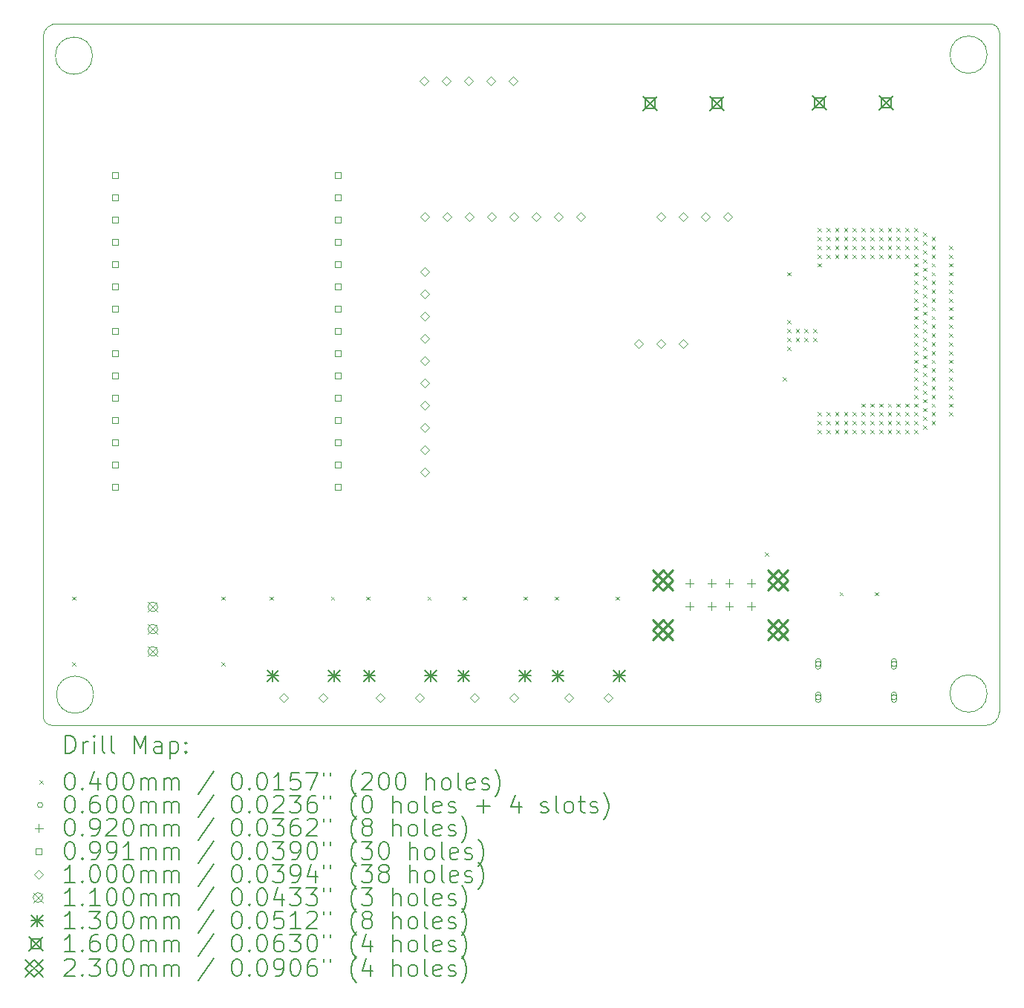
<source format=gbr>
%TF.GenerationSoftware,KiCad,Pcbnew,8.0.5*%
%TF.CreationDate,2024-10-13T23:26:23-04:00*%
%TF.ProjectId,table-2,7461626c-652d-4322-9e6b-696361645f70,1.2*%
%TF.SameCoordinates,Original*%
%TF.FileFunction,Drillmap*%
%TF.FilePolarity,Positive*%
%FSLAX45Y45*%
G04 Gerber Fmt 4.5, Leading zero omitted, Abs format (unit mm)*
G04 Created by KiCad (PCBNEW 8.0.5) date 2024-10-13 23:26:23*
%MOMM*%
%LPD*%
G01*
G04 APERTURE LIST*
%ADD10C,0.100000*%
%ADD11C,0.200000*%
%ADD12C,0.110000*%
%ADD13C,0.130000*%
%ADD14C,0.160000*%
%ADD15C,0.230000*%
G04 APERTURE END LIST*
D10*
X8400000Y-4100000D02*
X8269326Y-4100000D01*
X8100000Y-4250000D02*
G75*
G02*
X8269326Y-4100000I151103J0D01*
G01*
X18683195Y-12100000D02*
X8200000Y-12100000D01*
X18900000Y-4100000D02*
G75*
G02*
X19000000Y-4200000I0J-100000D01*
G01*
X8674264Y-11750000D02*
G75*
G02*
X8250000Y-11750000I-212132J0D01*
G01*
X8250000Y-11750000D02*
G75*
G02*
X8674264Y-11750000I212132J0D01*
G01*
X8662132Y-4462132D02*
G75*
G02*
X8237868Y-4462132I-212132J0D01*
G01*
X8237868Y-4462132D02*
G75*
G02*
X8662132Y-4462132I212132J0D01*
G01*
X8100000Y-12000000D02*
X8100000Y-4250000D01*
X8200000Y-12100000D02*
G75*
G02*
X8100000Y-12000000I0J100000D01*
G01*
X19000000Y-11950000D02*
G75*
G02*
X18850000Y-12100000I-150000J0D01*
G01*
X18862132Y-11737868D02*
G75*
G02*
X18437868Y-11737868I-212132J0D01*
G01*
X18437868Y-11737868D02*
G75*
G02*
X18862132Y-11737868I212132J0D01*
G01*
X18350000Y-4100000D02*
X8400000Y-4100000D01*
X19000000Y-4200000D02*
X19000000Y-11950000D01*
X18683195Y-4100000D02*
X18900000Y-4100000D01*
X18862132Y-4450000D02*
G75*
G02*
X18437868Y-4450000I-212132J0D01*
G01*
X18437868Y-4450000D02*
G75*
G02*
X18862132Y-4450000I212132J0D01*
G01*
X18350000Y-4100000D02*
X18683195Y-4100000D01*
X18850000Y-12100000D02*
X18683195Y-12100000D01*
D11*
D10*
X8430000Y-10630000D02*
X8470000Y-10670000D01*
X8470000Y-10630000D02*
X8430000Y-10670000D01*
X8430000Y-11380000D02*
X8470000Y-11420000D01*
X8470000Y-11380000D02*
X8430000Y-11420000D01*
X10130000Y-10630000D02*
X10170000Y-10670000D01*
X10170000Y-10630000D02*
X10130000Y-10670000D01*
X10130000Y-11380000D02*
X10170000Y-11420000D01*
X10170000Y-11380000D02*
X10130000Y-11420000D01*
X10680000Y-10630000D02*
X10720000Y-10670000D01*
X10720000Y-10630000D02*
X10680000Y-10670000D01*
X11380000Y-10630000D02*
X11420000Y-10670000D01*
X11420000Y-10630000D02*
X11380000Y-10670000D01*
X11780000Y-10630000D02*
X11820000Y-10670000D01*
X11820000Y-10630000D02*
X11780000Y-10670000D01*
X12480000Y-10630000D02*
X12520000Y-10670000D01*
X12520000Y-10630000D02*
X12480000Y-10670000D01*
X12880000Y-10630000D02*
X12920000Y-10670000D01*
X12920000Y-10630000D02*
X12880000Y-10670000D01*
X13580000Y-10630000D02*
X13620000Y-10670000D01*
X13620000Y-10630000D02*
X13580000Y-10670000D01*
X13930000Y-10630000D02*
X13970000Y-10670000D01*
X13970000Y-10630000D02*
X13930000Y-10670000D01*
X14630000Y-10630000D02*
X14670000Y-10670000D01*
X14670000Y-10630000D02*
X14630000Y-10670000D01*
X16330000Y-10130000D02*
X16370000Y-10170000D01*
X16370000Y-10130000D02*
X16330000Y-10170000D01*
X16530000Y-8130000D02*
X16570000Y-8170000D01*
X16570000Y-8130000D02*
X16530000Y-8170000D01*
X16580000Y-6930000D02*
X16620000Y-6970000D01*
X16620000Y-6930000D02*
X16580000Y-6970000D01*
X16580000Y-7480000D02*
X16620000Y-7520000D01*
X16620000Y-7480000D02*
X16580000Y-7520000D01*
X16580000Y-7580000D02*
X16620000Y-7620000D01*
X16620000Y-7580000D02*
X16580000Y-7620000D01*
X16580000Y-7680000D02*
X16620000Y-7720000D01*
X16620000Y-7680000D02*
X16580000Y-7720000D01*
X16580000Y-7780000D02*
X16620000Y-7820000D01*
X16620000Y-7780000D02*
X16580000Y-7820000D01*
X16680000Y-7580000D02*
X16720000Y-7620000D01*
X16720000Y-7580000D02*
X16680000Y-7620000D01*
X16680000Y-7680000D02*
X16720000Y-7720000D01*
X16720000Y-7680000D02*
X16680000Y-7720000D01*
X16780000Y-7580000D02*
X16820000Y-7620000D01*
X16820000Y-7580000D02*
X16780000Y-7620000D01*
X16780000Y-7680000D02*
X16820000Y-7720000D01*
X16820000Y-7680000D02*
X16780000Y-7720000D01*
X16880000Y-7580000D02*
X16920000Y-7620000D01*
X16920000Y-7580000D02*
X16880000Y-7620000D01*
X16880000Y-7680000D02*
X16920000Y-7720000D01*
X16920000Y-7680000D02*
X16880000Y-7720000D01*
X16930000Y-6430000D02*
X16970000Y-6470000D01*
X16970000Y-6430000D02*
X16930000Y-6470000D01*
X16930000Y-6530000D02*
X16970000Y-6570000D01*
X16970000Y-6530000D02*
X16930000Y-6570000D01*
X16930000Y-6630000D02*
X16970000Y-6670000D01*
X16970000Y-6630000D02*
X16930000Y-6670000D01*
X16930000Y-6730000D02*
X16970000Y-6770000D01*
X16970000Y-6730000D02*
X16930000Y-6770000D01*
X16930000Y-6830000D02*
X16970000Y-6870000D01*
X16970000Y-6830000D02*
X16930000Y-6870000D01*
X16930000Y-8530000D02*
X16970000Y-8570000D01*
X16970000Y-8530000D02*
X16930000Y-8570000D01*
X16930000Y-8630000D02*
X16970000Y-8670000D01*
X16970000Y-8630000D02*
X16930000Y-8670000D01*
X16930000Y-8730000D02*
X16970000Y-8770000D01*
X16970000Y-8730000D02*
X16930000Y-8770000D01*
X17030000Y-6430000D02*
X17070000Y-6470000D01*
X17070000Y-6430000D02*
X17030000Y-6470000D01*
X17030000Y-6530000D02*
X17070000Y-6570000D01*
X17070000Y-6530000D02*
X17030000Y-6570000D01*
X17030000Y-6630000D02*
X17070000Y-6670000D01*
X17070000Y-6630000D02*
X17030000Y-6670000D01*
X17030000Y-6730000D02*
X17070000Y-6770000D01*
X17070000Y-6730000D02*
X17030000Y-6770000D01*
X17030000Y-8530000D02*
X17070000Y-8570000D01*
X17070000Y-8530000D02*
X17030000Y-8570000D01*
X17030000Y-8630000D02*
X17070000Y-8670000D01*
X17070000Y-8630000D02*
X17030000Y-8670000D01*
X17030000Y-8730000D02*
X17070000Y-8770000D01*
X17070000Y-8730000D02*
X17030000Y-8770000D01*
X17130000Y-6430000D02*
X17170000Y-6470000D01*
X17170000Y-6430000D02*
X17130000Y-6470000D01*
X17130000Y-6530000D02*
X17170000Y-6570000D01*
X17170000Y-6530000D02*
X17130000Y-6570000D01*
X17130000Y-6630000D02*
X17170000Y-6670000D01*
X17170000Y-6630000D02*
X17130000Y-6670000D01*
X17130000Y-6730000D02*
X17170000Y-6770000D01*
X17170000Y-6730000D02*
X17130000Y-6770000D01*
X17130000Y-8530000D02*
X17170000Y-8570000D01*
X17170000Y-8530000D02*
X17130000Y-8570000D01*
X17130000Y-8630000D02*
X17170000Y-8670000D01*
X17170000Y-8630000D02*
X17130000Y-8670000D01*
X17130000Y-8730000D02*
X17170000Y-8770000D01*
X17170000Y-8730000D02*
X17130000Y-8770000D01*
X17180000Y-10580000D02*
X17220000Y-10620000D01*
X17220000Y-10580000D02*
X17180000Y-10620000D01*
X17230000Y-6430000D02*
X17270000Y-6470000D01*
X17270000Y-6430000D02*
X17230000Y-6470000D01*
X17230000Y-6530000D02*
X17270000Y-6570000D01*
X17270000Y-6530000D02*
X17230000Y-6570000D01*
X17230000Y-6630000D02*
X17270000Y-6670000D01*
X17270000Y-6630000D02*
X17230000Y-6670000D01*
X17230000Y-6730000D02*
X17270000Y-6770000D01*
X17270000Y-6730000D02*
X17230000Y-6770000D01*
X17230000Y-8530000D02*
X17270000Y-8570000D01*
X17270000Y-8530000D02*
X17230000Y-8570000D01*
X17230000Y-8630000D02*
X17270000Y-8670000D01*
X17270000Y-8630000D02*
X17230000Y-8670000D01*
X17230000Y-8730000D02*
X17270000Y-8770000D01*
X17270000Y-8730000D02*
X17230000Y-8770000D01*
X17330000Y-6430000D02*
X17370000Y-6470000D01*
X17370000Y-6430000D02*
X17330000Y-6470000D01*
X17330000Y-6530000D02*
X17370000Y-6570000D01*
X17370000Y-6530000D02*
X17330000Y-6570000D01*
X17330000Y-6630000D02*
X17370000Y-6670000D01*
X17370000Y-6630000D02*
X17330000Y-6670000D01*
X17330000Y-6730000D02*
X17370000Y-6770000D01*
X17370000Y-6730000D02*
X17330000Y-6770000D01*
X17330000Y-8530000D02*
X17370000Y-8570000D01*
X17370000Y-8530000D02*
X17330000Y-8570000D01*
X17330000Y-8630000D02*
X17370000Y-8670000D01*
X17370000Y-8630000D02*
X17330000Y-8670000D01*
X17330000Y-8730000D02*
X17370000Y-8770000D01*
X17370000Y-8730000D02*
X17330000Y-8770000D01*
X17430000Y-6430000D02*
X17470000Y-6470000D01*
X17470000Y-6430000D02*
X17430000Y-6470000D01*
X17430000Y-6530000D02*
X17470000Y-6570000D01*
X17470000Y-6530000D02*
X17430000Y-6570000D01*
X17430000Y-6630000D02*
X17470000Y-6670000D01*
X17470000Y-6630000D02*
X17430000Y-6670000D01*
X17430000Y-6730000D02*
X17470000Y-6770000D01*
X17470000Y-6730000D02*
X17430000Y-6770000D01*
X17430000Y-8430000D02*
X17470000Y-8470000D01*
X17470000Y-8430000D02*
X17430000Y-8470000D01*
X17430000Y-8530000D02*
X17470000Y-8570000D01*
X17470000Y-8530000D02*
X17430000Y-8570000D01*
X17430000Y-8630000D02*
X17470000Y-8670000D01*
X17470000Y-8630000D02*
X17430000Y-8670000D01*
X17430000Y-8730000D02*
X17470000Y-8770000D01*
X17470000Y-8730000D02*
X17430000Y-8770000D01*
X17530000Y-6430000D02*
X17570000Y-6470000D01*
X17570000Y-6430000D02*
X17530000Y-6470000D01*
X17530000Y-6530000D02*
X17570000Y-6570000D01*
X17570000Y-6530000D02*
X17530000Y-6570000D01*
X17530000Y-6630000D02*
X17570000Y-6670000D01*
X17570000Y-6630000D02*
X17530000Y-6670000D01*
X17530000Y-6730000D02*
X17570000Y-6770000D01*
X17570000Y-6730000D02*
X17530000Y-6770000D01*
X17530000Y-8430000D02*
X17570000Y-8470000D01*
X17570000Y-8430000D02*
X17530000Y-8470000D01*
X17530000Y-8530000D02*
X17570000Y-8570000D01*
X17570000Y-8530000D02*
X17530000Y-8570000D01*
X17530000Y-8630000D02*
X17570000Y-8670000D01*
X17570000Y-8630000D02*
X17530000Y-8670000D01*
X17530000Y-8730000D02*
X17570000Y-8770000D01*
X17570000Y-8730000D02*
X17530000Y-8770000D01*
X17580000Y-10580000D02*
X17620000Y-10620000D01*
X17620000Y-10580000D02*
X17580000Y-10620000D01*
X17630000Y-6430000D02*
X17670000Y-6470000D01*
X17670000Y-6430000D02*
X17630000Y-6470000D01*
X17630000Y-6530000D02*
X17670000Y-6570000D01*
X17670000Y-6530000D02*
X17630000Y-6570000D01*
X17630000Y-6630000D02*
X17670000Y-6670000D01*
X17670000Y-6630000D02*
X17630000Y-6670000D01*
X17630000Y-6730000D02*
X17670000Y-6770000D01*
X17670000Y-6730000D02*
X17630000Y-6770000D01*
X17630000Y-8430000D02*
X17670000Y-8470000D01*
X17670000Y-8430000D02*
X17630000Y-8470000D01*
X17630000Y-8530000D02*
X17670000Y-8570000D01*
X17670000Y-8530000D02*
X17630000Y-8570000D01*
X17630000Y-8630000D02*
X17670000Y-8670000D01*
X17670000Y-8630000D02*
X17630000Y-8670000D01*
X17630000Y-8730000D02*
X17670000Y-8770000D01*
X17670000Y-8730000D02*
X17630000Y-8770000D01*
X17730000Y-6430000D02*
X17770000Y-6470000D01*
X17770000Y-6430000D02*
X17730000Y-6470000D01*
X17730000Y-6530000D02*
X17770000Y-6570000D01*
X17770000Y-6530000D02*
X17730000Y-6570000D01*
X17730000Y-6630000D02*
X17770000Y-6670000D01*
X17770000Y-6630000D02*
X17730000Y-6670000D01*
X17730000Y-6730000D02*
X17770000Y-6770000D01*
X17770000Y-6730000D02*
X17730000Y-6770000D01*
X17730000Y-8430000D02*
X17770000Y-8470000D01*
X17770000Y-8430000D02*
X17730000Y-8470000D01*
X17730000Y-8530000D02*
X17770000Y-8570000D01*
X17770000Y-8530000D02*
X17730000Y-8570000D01*
X17730000Y-8630000D02*
X17770000Y-8670000D01*
X17770000Y-8630000D02*
X17730000Y-8670000D01*
X17730000Y-8730000D02*
X17770000Y-8770000D01*
X17770000Y-8730000D02*
X17730000Y-8770000D01*
X17830000Y-6430000D02*
X17870000Y-6470000D01*
X17870000Y-6430000D02*
X17830000Y-6470000D01*
X17830000Y-6530000D02*
X17870000Y-6570000D01*
X17870000Y-6530000D02*
X17830000Y-6570000D01*
X17830000Y-6630000D02*
X17870000Y-6670000D01*
X17870000Y-6630000D02*
X17830000Y-6670000D01*
X17830000Y-6730000D02*
X17870000Y-6770000D01*
X17870000Y-6730000D02*
X17830000Y-6770000D01*
X17830000Y-8430000D02*
X17870000Y-8470000D01*
X17870000Y-8430000D02*
X17830000Y-8470000D01*
X17830000Y-8530000D02*
X17870000Y-8570000D01*
X17870000Y-8530000D02*
X17830000Y-8570000D01*
X17830000Y-8630000D02*
X17870000Y-8670000D01*
X17870000Y-8630000D02*
X17830000Y-8670000D01*
X17830000Y-8730000D02*
X17870000Y-8770000D01*
X17870000Y-8730000D02*
X17830000Y-8770000D01*
X17930000Y-6430000D02*
X17970000Y-6470000D01*
X17970000Y-6430000D02*
X17930000Y-6470000D01*
X17930000Y-6530000D02*
X17970000Y-6570000D01*
X17970000Y-6530000D02*
X17930000Y-6570000D01*
X17930000Y-6630000D02*
X17970000Y-6670000D01*
X17970000Y-6630000D02*
X17930000Y-6670000D01*
X17930000Y-6730000D02*
X17970000Y-6770000D01*
X17970000Y-6730000D02*
X17930000Y-6770000D01*
X17930000Y-8430000D02*
X17970000Y-8470000D01*
X17970000Y-8430000D02*
X17930000Y-8470000D01*
X17930000Y-8530000D02*
X17970000Y-8570000D01*
X17970000Y-8530000D02*
X17930000Y-8570000D01*
X17930000Y-8630000D02*
X17970000Y-8670000D01*
X17970000Y-8630000D02*
X17930000Y-8670000D01*
X17930000Y-8730000D02*
X17970000Y-8770000D01*
X17970000Y-8730000D02*
X17930000Y-8770000D01*
X18030000Y-6430000D02*
X18070000Y-6470000D01*
X18070000Y-6430000D02*
X18030000Y-6470000D01*
X18030000Y-6530000D02*
X18070000Y-6570000D01*
X18070000Y-6530000D02*
X18030000Y-6570000D01*
X18030000Y-6630000D02*
X18070000Y-6670000D01*
X18070000Y-6630000D02*
X18030000Y-6670000D01*
X18030000Y-6730000D02*
X18070000Y-6770000D01*
X18070000Y-6730000D02*
X18030000Y-6770000D01*
X18030000Y-6830000D02*
X18070000Y-6870000D01*
X18070000Y-6830000D02*
X18030000Y-6870000D01*
X18030000Y-6930000D02*
X18070000Y-6970000D01*
X18070000Y-6930000D02*
X18030000Y-6970000D01*
X18030000Y-7030000D02*
X18070000Y-7070000D01*
X18070000Y-7030000D02*
X18030000Y-7070000D01*
X18030000Y-7130000D02*
X18070000Y-7170000D01*
X18070000Y-7130000D02*
X18030000Y-7170000D01*
X18030000Y-7230000D02*
X18070000Y-7270000D01*
X18070000Y-7230000D02*
X18030000Y-7270000D01*
X18030000Y-7330000D02*
X18070000Y-7370000D01*
X18070000Y-7330000D02*
X18030000Y-7370000D01*
X18030000Y-7430000D02*
X18070000Y-7470000D01*
X18070000Y-7430000D02*
X18030000Y-7470000D01*
X18030000Y-7530000D02*
X18070000Y-7570000D01*
X18070000Y-7530000D02*
X18030000Y-7570000D01*
X18030000Y-7630000D02*
X18070000Y-7670000D01*
X18070000Y-7630000D02*
X18030000Y-7670000D01*
X18030000Y-7730000D02*
X18070000Y-7770000D01*
X18070000Y-7730000D02*
X18030000Y-7770000D01*
X18030000Y-7830000D02*
X18070000Y-7870000D01*
X18070000Y-7830000D02*
X18030000Y-7870000D01*
X18030000Y-7930000D02*
X18070000Y-7970000D01*
X18070000Y-7930000D02*
X18030000Y-7970000D01*
X18030000Y-8030000D02*
X18070000Y-8070000D01*
X18070000Y-8030000D02*
X18030000Y-8070000D01*
X18030000Y-8130000D02*
X18070000Y-8170000D01*
X18070000Y-8130000D02*
X18030000Y-8170000D01*
X18030000Y-8230000D02*
X18070000Y-8270000D01*
X18070000Y-8230000D02*
X18030000Y-8270000D01*
X18030000Y-8330000D02*
X18070000Y-8370000D01*
X18070000Y-8330000D02*
X18030000Y-8370000D01*
X18030000Y-8430000D02*
X18070000Y-8470000D01*
X18070000Y-8430000D02*
X18030000Y-8470000D01*
X18030000Y-8530000D02*
X18070000Y-8570000D01*
X18070000Y-8530000D02*
X18030000Y-8570000D01*
X18030000Y-8630000D02*
X18070000Y-8670000D01*
X18070000Y-8630000D02*
X18030000Y-8670000D01*
X18030000Y-8730000D02*
X18070000Y-8770000D01*
X18070000Y-8730000D02*
X18030000Y-8770000D01*
X18130000Y-6480000D02*
X18170000Y-6520000D01*
X18170000Y-6480000D02*
X18130000Y-6520000D01*
X18130000Y-6580000D02*
X18170000Y-6620000D01*
X18170000Y-6580000D02*
X18130000Y-6620000D01*
X18130000Y-6680000D02*
X18170000Y-6720000D01*
X18170000Y-6680000D02*
X18130000Y-6720000D01*
X18130000Y-6780000D02*
X18170000Y-6820000D01*
X18170000Y-6780000D02*
X18130000Y-6820000D01*
X18130000Y-6880000D02*
X18170000Y-6920000D01*
X18170000Y-6880000D02*
X18130000Y-6920000D01*
X18130000Y-6980000D02*
X18170000Y-7020000D01*
X18170000Y-6980000D02*
X18130000Y-7020000D01*
X18130000Y-7080000D02*
X18170000Y-7120000D01*
X18170000Y-7080000D02*
X18130000Y-7120000D01*
X18130000Y-7180000D02*
X18170000Y-7220000D01*
X18170000Y-7180000D02*
X18130000Y-7220000D01*
X18130000Y-7280000D02*
X18170000Y-7320000D01*
X18170000Y-7280000D02*
X18130000Y-7320000D01*
X18130000Y-7380000D02*
X18170000Y-7420000D01*
X18170000Y-7380000D02*
X18130000Y-7420000D01*
X18130000Y-7480000D02*
X18170000Y-7520000D01*
X18170000Y-7480000D02*
X18130000Y-7520000D01*
X18130000Y-7580000D02*
X18170000Y-7620000D01*
X18170000Y-7580000D02*
X18130000Y-7620000D01*
X18130000Y-7680000D02*
X18170000Y-7720000D01*
X18170000Y-7680000D02*
X18130000Y-7720000D01*
X18130000Y-7780000D02*
X18170000Y-7820000D01*
X18170000Y-7780000D02*
X18130000Y-7820000D01*
X18130000Y-7880000D02*
X18170000Y-7920000D01*
X18170000Y-7880000D02*
X18130000Y-7920000D01*
X18130000Y-7980000D02*
X18170000Y-8020000D01*
X18170000Y-7980000D02*
X18130000Y-8020000D01*
X18130000Y-8080000D02*
X18170000Y-8120000D01*
X18170000Y-8080000D02*
X18130000Y-8120000D01*
X18130000Y-8180000D02*
X18170000Y-8220000D01*
X18170000Y-8180000D02*
X18130000Y-8220000D01*
X18130000Y-8280000D02*
X18170000Y-8320000D01*
X18170000Y-8280000D02*
X18130000Y-8320000D01*
X18130000Y-8380000D02*
X18170000Y-8420000D01*
X18170000Y-8380000D02*
X18130000Y-8420000D01*
X18130000Y-8480000D02*
X18170000Y-8520000D01*
X18170000Y-8480000D02*
X18130000Y-8520000D01*
X18130000Y-8580000D02*
X18170000Y-8620000D01*
X18170000Y-8580000D02*
X18130000Y-8620000D01*
X18130000Y-8680000D02*
X18170000Y-8720000D01*
X18170000Y-8680000D02*
X18130000Y-8720000D01*
X18230000Y-6530000D02*
X18270000Y-6570000D01*
X18270000Y-6530000D02*
X18230000Y-6570000D01*
X18230000Y-6630000D02*
X18270000Y-6670000D01*
X18270000Y-6630000D02*
X18230000Y-6670000D01*
X18230000Y-6730000D02*
X18270000Y-6770000D01*
X18270000Y-6730000D02*
X18230000Y-6770000D01*
X18230000Y-6830000D02*
X18270000Y-6870000D01*
X18270000Y-6830000D02*
X18230000Y-6870000D01*
X18230000Y-6930000D02*
X18270000Y-6970000D01*
X18270000Y-6930000D02*
X18230000Y-6970000D01*
X18230000Y-7030000D02*
X18270000Y-7070000D01*
X18270000Y-7030000D02*
X18230000Y-7070000D01*
X18230000Y-7130000D02*
X18270000Y-7170000D01*
X18270000Y-7130000D02*
X18230000Y-7170000D01*
X18230000Y-7230000D02*
X18270000Y-7270000D01*
X18270000Y-7230000D02*
X18230000Y-7270000D01*
X18230000Y-7330000D02*
X18270000Y-7370000D01*
X18270000Y-7330000D02*
X18230000Y-7370000D01*
X18230000Y-7430000D02*
X18270000Y-7470000D01*
X18270000Y-7430000D02*
X18230000Y-7470000D01*
X18230000Y-7530000D02*
X18270000Y-7570000D01*
X18270000Y-7530000D02*
X18230000Y-7570000D01*
X18230000Y-7630000D02*
X18270000Y-7670000D01*
X18270000Y-7630000D02*
X18230000Y-7670000D01*
X18230000Y-7730000D02*
X18270000Y-7770000D01*
X18270000Y-7730000D02*
X18230000Y-7770000D01*
X18230000Y-7830000D02*
X18270000Y-7870000D01*
X18270000Y-7830000D02*
X18230000Y-7870000D01*
X18230000Y-7930000D02*
X18270000Y-7970000D01*
X18270000Y-7930000D02*
X18230000Y-7970000D01*
X18230000Y-8030000D02*
X18270000Y-8070000D01*
X18270000Y-8030000D02*
X18230000Y-8070000D01*
X18230000Y-8130000D02*
X18270000Y-8170000D01*
X18270000Y-8130000D02*
X18230000Y-8170000D01*
X18230000Y-8230000D02*
X18270000Y-8270000D01*
X18270000Y-8230000D02*
X18230000Y-8270000D01*
X18230000Y-8330000D02*
X18270000Y-8370000D01*
X18270000Y-8330000D02*
X18230000Y-8370000D01*
X18230000Y-8430000D02*
X18270000Y-8470000D01*
X18270000Y-8430000D02*
X18230000Y-8470000D01*
X18230000Y-8530000D02*
X18270000Y-8570000D01*
X18270000Y-8530000D02*
X18230000Y-8570000D01*
X18230000Y-8630000D02*
X18270000Y-8670000D01*
X18270000Y-8630000D02*
X18230000Y-8670000D01*
X18430000Y-6630000D02*
X18470000Y-6670000D01*
X18470000Y-6630000D02*
X18430000Y-6670000D01*
X18430000Y-6730000D02*
X18470000Y-6770000D01*
X18470000Y-6730000D02*
X18430000Y-6770000D01*
X18430000Y-6830000D02*
X18470000Y-6870000D01*
X18470000Y-6830000D02*
X18430000Y-6870000D01*
X18430000Y-6930000D02*
X18470000Y-6970000D01*
X18470000Y-6930000D02*
X18430000Y-6970000D01*
X18430000Y-7030000D02*
X18470000Y-7070000D01*
X18470000Y-7030000D02*
X18430000Y-7070000D01*
X18430000Y-7130000D02*
X18470000Y-7170000D01*
X18470000Y-7130000D02*
X18430000Y-7170000D01*
X18430000Y-7230000D02*
X18470000Y-7270000D01*
X18470000Y-7230000D02*
X18430000Y-7270000D01*
X18430000Y-7330000D02*
X18470000Y-7370000D01*
X18470000Y-7330000D02*
X18430000Y-7370000D01*
X18430000Y-7430000D02*
X18470000Y-7470000D01*
X18470000Y-7430000D02*
X18430000Y-7470000D01*
X18430000Y-7530000D02*
X18470000Y-7570000D01*
X18470000Y-7530000D02*
X18430000Y-7570000D01*
X18430000Y-7630000D02*
X18470000Y-7670000D01*
X18470000Y-7630000D02*
X18430000Y-7670000D01*
X18430000Y-7730000D02*
X18470000Y-7770000D01*
X18470000Y-7730000D02*
X18430000Y-7770000D01*
X18430000Y-7830000D02*
X18470000Y-7870000D01*
X18470000Y-7830000D02*
X18430000Y-7870000D01*
X18430000Y-7930000D02*
X18470000Y-7970000D01*
X18470000Y-7930000D02*
X18430000Y-7970000D01*
X18430000Y-8030000D02*
X18470000Y-8070000D01*
X18470000Y-8030000D02*
X18430000Y-8070000D01*
X18430000Y-8130000D02*
X18470000Y-8170000D01*
X18470000Y-8130000D02*
X18430000Y-8170000D01*
X18430000Y-8230000D02*
X18470000Y-8270000D01*
X18470000Y-8230000D02*
X18430000Y-8270000D01*
X18430000Y-8330000D02*
X18470000Y-8370000D01*
X18470000Y-8330000D02*
X18430000Y-8370000D01*
X18430000Y-8430000D02*
X18470000Y-8470000D01*
X18470000Y-8430000D02*
X18430000Y-8470000D01*
X18430000Y-8530000D02*
X18470000Y-8570000D01*
X18470000Y-8530000D02*
X18430000Y-8570000D01*
X16966000Y-11400000D02*
G75*
G02*
X16906000Y-11400000I-30000J0D01*
G01*
X16906000Y-11400000D02*
G75*
G02*
X16966000Y-11400000I30000J0D01*
G01*
X16906000Y-11370000D02*
X16906000Y-11430000D01*
X16966000Y-11430000D02*
G75*
G02*
X16906000Y-11430000I-30000J0D01*
G01*
X16966000Y-11430000D02*
X16966000Y-11370000D01*
X16966000Y-11370000D02*
G75*
G03*
X16906000Y-11370000I-30000J0D01*
G01*
X16966000Y-11780000D02*
G75*
G02*
X16906000Y-11780000I-30000J0D01*
G01*
X16906000Y-11780000D02*
G75*
G02*
X16966000Y-11780000I30000J0D01*
G01*
X16906000Y-11750000D02*
X16906000Y-11810000D01*
X16966000Y-11810000D02*
G75*
G02*
X16906000Y-11810000I-30000J0D01*
G01*
X16966000Y-11810000D02*
X16966000Y-11750000D01*
X16966000Y-11750000D02*
G75*
G03*
X16906000Y-11750000I-30000J0D01*
G01*
X17830000Y-11400000D02*
G75*
G02*
X17770000Y-11400000I-30000J0D01*
G01*
X17770000Y-11400000D02*
G75*
G02*
X17830000Y-11400000I30000J0D01*
G01*
X17770000Y-11370000D02*
X17770000Y-11430000D01*
X17830000Y-11430000D02*
G75*
G02*
X17770000Y-11430000I-30000J0D01*
G01*
X17830000Y-11430000D02*
X17830000Y-11370000D01*
X17830000Y-11370000D02*
G75*
G03*
X17770000Y-11370000I-30000J0D01*
G01*
X17830000Y-11780000D02*
G75*
G02*
X17770000Y-11780000I-30000J0D01*
G01*
X17770000Y-11780000D02*
G75*
G02*
X17830000Y-11780000I30000J0D01*
G01*
X17770000Y-11750000D02*
X17770000Y-11810000D01*
X17830000Y-11810000D02*
G75*
G02*
X17770000Y-11810000I-30000J0D01*
G01*
X17830000Y-11810000D02*
X17830000Y-11750000D01*
X17830000Y-11750000D02*
G75*
G03*
X17770000Y-11750000I-30000J0D01*
G01*
X15471000Y-10435000D02*
X15471000Y-10527000D01*
X15425000Y-10481000D02*
X15517000Y-10481000D01*
X15471000Y-10697000D02*
X15471000Y-10789000D01*
X15425000Y-10743000D02*
X15517000Y-10743000D01*
X15721000Y-10435000D02*
X15721000Y-10527000D01*
X15675000Y-10481000D02*
X15767000Y-10481000D01*
X15721000Y-10697000D02*
X15721000Y-10789000D01*
X15675000Y-10743000D02*
X15767000Y-10743000D01*
X15921000Y-10435000D02*
X15921000Y-10527000D01*
X15875000Y-10481000D02*
X15967000Y-10481000D01*
X15921000Y-10697000D02*
X15921000Y-10789000D01*
X15875000Y-10743000D02*
X15967000Y-10743000D01*
X16171000Y-10435000D02*
X16171000Y-10527000D01*
X16125000Y-10481000D02*
X16217000Y-10481000D01*
X16171000Y-10697000D02*
X16171000Y-10789000D01*
X16125000Y-10743000D02*
X16217000Y-10743000D01*
X8951223Y-5860921D02*
X8951223Y-5790874D01*
X8881177Y-5790874D01*
X8881177Y-5860921D01*
X8951223Y-5860921D01*
X8951223Y-6114921D02*
X8951223Y-6044874D01*
X8881177Y-6044874D01*
X8881177Y-6114921D01*
X8951223Y-6114921D01*
X8951223Y-6368921D02*
X8951223Y-6298874D01*
X8881177Y-6298874D01*
X8881177Y-6368921D01*
X8951223Y-6368921D01*
X8951223Y-6622921D02*
X8951223Y-6552874D01*
X8881177Y-6552874D01*
X8881177Y-6622921D01*
X8951223Y-6622921D01*
X8951223Y-6876921D02*
X8951223Y-6806874D01*
X8881177Y-6806874D01*
X8881177Y-6876921D01*
X8951223Y-6876921D01*
X8951223Y-7130921D02*
X8951223Y-7060874D01*
X8881177Y-7060874D01*
X8881177Y-7130921D01*
X8951223Y-7130921D01*
X8951223Y-7384921D02*
X8951223Y-7314874D01*
X8881177Y-7314874D01*
X8881177Y-7384921D01*
X8951223Y-7384921D01*
X8951223Y-7638921D02*
X8951223Y-7568874D01*
X8881177Y-7568874D01*
X8881177Y-7638921D01*
X8951223Y-7638921D01*
X8951223Y-7892921D02*
X8951223Y-7822874D01*
X8881177Y-7822874D01*
X8881177Y-7892921D01*
X8951223Y-7892921D01*
X8951223Y-8146921D02*
X8951223Y-8076874D01*
X8881177Y-8076874D01*
X8881177Y-8146921D01*
X8951223Y-8146921D01*
X8951223Y-8400921D02*
X8951223Y-8330874D01*
X8881177Y-8330874D01*
X8881177Y-8400921D01*
X8951223Y-8400921D01*
X8951223Y-8654921D02*
X8951223Y-8584874D01*
X8881177Y-8584874D01*
X8881177Y-8654921D01*
X8951223Y-8654921D01*
X8951223Y-8908921D02*
X8951223Y-8838874D01*
X8881177Y-8838874D01*
X8881177Y-8908921D01*
X8951223Y-8908921D01*
X8951223Y-9162921D02*
X8951223Y-9092874D01*
X8881177Y-9092874D01*
X8881177Y-9162921D01*
X8951223Y-9162921D01*
X8951223Y-9416921D02*
X8951223Y-9346874D01*
X8881177Y-9346874D01*
X8881177Y-9416921D01*
X8951223Y-9416921D01*
X11491223Y-5860921D02*
X11491223Y-5790874D01*
X11421177Y-5790874D01*
X11421177Y-5860921D01*
X11491223Y-5860921D01*
X11491223Y-6114921D02*
X11491223Y-6044874D01*
X11421177Y-6044874D01*
X11421177Y-6114921D01*
X11491223Y-6114921D01*
X11491223Y-6368921D02*
X11491223Y-6298874D01*
X11421177Y-6298874D01*
X11421177Y-6368921D01*
X11491223Y-6368921D01*
X11491223Y-6622921D02*
X11491223Y-6552874D01*
X11421177Y-6552874D01*
X11421177Y-6622921D01*
X11491223Y-6622921D01*
X11491223Y-6876921D02*
X11491223Y-6806874D01*
X11421177Y-6806874D01*
X11421177Y-6876921D01*
X11491223Y-6876921D01*
X11491223Y-7130921D02*
X11491223Y-7060874D01*
X11421177Y-7060874D01*
X11421177Y-7130921D01*
X11491223Y-7130921D01*
X11491223Y-7384921D02*
X11491223Y-7314874D01*
X11421177Y-7314874D01*
X11421177Y-7384921D01*
X11491223Y-7384921D01*
X11491223Y-7638921D02*
X11491223Y-7568874D01*
X11421177Y-7568874D01*
X11421177Y-7638921D01*
X11491223Y-7638921D01*
X11491223Y-7892921D02*
X11491223Y-7822874D01*
X11421177Y-7822874D01*
X11421177Y-7892921D01*
X11491223Y-7892921D01*
X11491223Y-8146921D02*
X11491223Y-8076874D01*
X11421177Y-8076874D01*
X11421177Y-8146921D01*
X11491223Y-8146921D01*
X11491223Y-8400921D02*
X11491223Y-8330874D01*
X11421177Y-8330874D01*
X11421177Y-8400921D01*
X11491223Y-8400921D01*
X11491223Y-8654921D02*
X11491223Y-8584874D01*
X11421177Y-8584874D01*
X11421177Y-8654921D01*
X11491223Y-8654921D01*
X11491223Y-8908921D02*
X11491223Y-8838874D01*
X11421177Y-8838874D01*
X11421177Y-8908921D01*
X11491223Y-8908921D01*
X11491223Y-9162921D02*
X11491223Y-9092874D01*
X11421177Y-9092874D01*
X11421177Y-9162921D01*
X11491223Y-9162921D01*
X11491223Y-9416921D02*
X11491223Y-9346874D01*
X11421177Y-9346874D01*
X11421177Y-9416921D01*
X11491223Y-9416921D01*
X10843000Y-11834500D02*
X10893000Y-11784500D01*
X10843000Y-11734500D01*
X10793000Y-11784500D01*
X10843000Y-11834500D01*
X11293000Y-11834500D02*
X11343000Y-11784500D01*
X11293000Y-11734500D01*
X11243000Y-11784500D01*
X11293000Y-11834500D01*
X11943000Y-11834500D02*
X11993000Y-11784500D01*
X11943000Y-11734500D01*
X11893000Y-11784500D01*
X11943000Y-11834500D01*
X12393000Y-11834500D02*
X12443000Y-11784500D01*
X12393000Y-11734500D01*
X12343000Y-11784500D01*
X12393000Y-11834500D01*
X12442500Y-4800000D02*
X12492500Y-4750000D01*
X12442500Y-4700000D01*
X12392500Y-4750000D01*
X12442500Y-4800000D01*
X12450000Y-6350000D02*
X12500000Y-6300000D01*
X12450000Y-6250000D01*
X12400000Y-6300000D01*
X12450000Y-6350000D01*
X12450000Y-6976000D02*
X12500000Y-6926000D01*
X12450000Y-6876000D01*
X12400000Y-6926000D01*
X12450000Y-6976000D01*
X12450000Y-7230000D02*
X12500000Y-7180000D01*
X12450000Y-7130000D01*
X12400000Y-7180000D01*
X12450000Y-7230000D01*
X12450000Y-7484000D02*
X12500000Y-7434000D01*
X12450000Y-7384000D01*
X12400000Y-7434000D01*
X12450000Y-7484000D01*
X12450000Y-7738000D02*
X12500000Y-7688000D01*
X12450000Y-7638000D01*
X12400000Y-7688000D01*
X12450000Y-7738000D01*
X12450000Y-7992000D02*
X12500000Y-7942000D01*
X12450000Y-7892000D01*
X12400000Y-7942000D01*
X12450000Y-7992000D01*
X12450000Y-8246000D02*
X12500000Y-8196000D01*
X12450000Y-8146000D01*
X12400000Y-8196000D01*
X12450000Y-8246000D01*
X12450000Y-8500000D02*
X12500000Y-8450000D01*
X12450000Y-8400000D01*
X12400000Y-8450000D01*
X12450000Y-8500000D01*
X12450000Y-8754000D02*
X12500000Y-8704000D01*
X12450000Y-8654000D01*
X12400000Y-8704000D01*
X12450000Y-8754000D01*
X12450000Y-9008000D02*
X12500000Y-8958000D01*
X12450000Y-8908000D01*
X12400000Y-8958000D01*
X12450000Y-9008000D01*
X12450000Y-9262000D02*
X12500000Y-9212000D01*
X12450000Y-9162000D01*
X12400000Y-9212000D01*
X12450000Y-9262000D01*
X12696500Y-4800000D02*
X12746500Y-4750000D01*
X12696500Y-4700000D01*
X12646500Y-4750000D01*
X12696500Y-4800000D01*
X12704000Y-6350000D02*
X12754000Y-6300000D01*
X12704000Y-6250000D01*
X12654000Y-6300000D01*
X12704000Y-6350000D01*
X12950500Y-4800000D02*
X13000500Y-4750000D01*
X12950500Y-4700000D01*
X12900500Y-4750000D01*
X12950500Y-4800000D01*
X12958000Y-6350000D02*
X13008000Y-6300000D01*
X12958000Y-6250000D01*
X12908000Y-6300000D01*
X12958000Y-6350000D01*
X13018000Y-11834500D02*
X13068000Y-11784500D01*
X13018000Y-11734500D01*
X12968000Y-11784500D01*
X13018000Y-11834500D01*
X13204500Y-4800000D02*
X13254500Y-4750000D01*
X13204500Y-4700000D01*
X13154500Y-4750000D01*
X13204500Y-4800000D01*
X13212000Y-6350000D02*
X13262000Y-6300000D01*
X13212000Y-6250000D01*
X13162000Y-6300000D01*
X13212000Y-6350000D01*
X13458500Y-4800000D02*
X13508500Y-4750000D01*
X13458500Y-4700000D01*
X13408500Y-4750000D01*
X13458500Y-4800000D01*
X13466000Y-6350000D02*
X13516000Y-6300000D01*
X13466000Y-6250000D01*
X13416000Y-6300000D01*
X13466000Y-6350000D01*
X13468000Y-11834500D02*
X13518000Y-11784500D01*
X13468000Y-11734500D01*
X13418000Y-11784500D01*
X13468000Y-11834500D01*
X13720000Y-6350000D02*
X13770000Y-6300000D01*
X13720000Y-6250000D01*
X13670000Y-6300000D01*
X13720000Y-6350000D01*
X13974000Y-6350000D02*
X14024000Y-6300000D01*
X13974000Y-6250000D01*
X13924000Y-6300000D01*
X13974000Y-6350000D01*
X14093000Y-11834500D02*
X14143000Y-11784500D01*
X14093000Y-11734500D01*
X14043000Y-11784500D01*
X14093000Y-11834500D01*
X14228000Y-6350000D02*
X14278000Y-6300000D01*
X14228000Y-6250000D01*
X14178000Y-6300000D01*
X14228000Y-6350000D01*
X14543000Y-11834500D02*
X14593000Y-11784500D01*
X14543000Y-11734500D01*
X14493000Y-11784500D01*
X14543000Y-11834500D01*
X14888000Y-7800000D02*
X14938000Y-7750000D01*
X14888000Y-7700000D01*
X14838000Y-7750000D01*
X14888000Y-7800000D01*
X15142000Y-6350000D02*
X15192000Y-6300000D01*
X15142000Y-6250000D01*
X15092000Y-6300000D01*
X15142000Y-6350000D01*
X15142000Y-7800000D02*
X15192000Y-7750000D01*
X15142000Y-7700000D01*
X15092000Y-7750000D01*
X15142000Y-7800000D01*
X15396000Y-6350000D02*
X15446000Y-6300000D01*
X15396000Y-6250000D01*
X15346000Y-6300000D01*
X15396000Y-6350000D01*
X15396000Y-7800000D02*
X15446000Y-7750000D01*
X15396000Y-7700000D01*
X15346000Y-7750000D01*
X15396000Y-7800000D01*
X15650000Y-6350000D02*
X15700000Y-6300000D01*
X15650000Y-6250000D01*
X15600000Y-6300000D01*
X15650000Y-6350000D01*
X15904000Y-6350000D02*
X15954000Y-6300000D01*
X15904000Y-6250000D01*
X15854000Y-6300000D01*
X15904000Y-6350000D01*
D12*
X9295000Y-10694500D02*
X9405000Y-10804500D01*
X9405000Y-10694500D02*
X9295000Y-10804500D01*
X9405000Y-10749500D02*
G75*
G02*
X9295000Y-10749500I-55000J0D01*
G01*
X9295000Y-10749500D02*
G75*
G02*
X9405000Y-10749500I55000J0D01*
G01*
X9295000Y-10948500D02*
X9405000Y-11058500D01*
X9405000Y-10948500D02*
X9295000Y-11058500D01*
X9405000Y-11003500D02*
G75*
G02*
X9295000Y-11003500I-55000J0D01*
G01*
X9295000Y-11003500D02*
G75*
G02*
X9405000Y-11003500I55000J0D01*
G01*
X9295000Y-11202500D02*
X9405000Y-11312500D01*
X9405000Y-11202500D02*
X9295000Y-11312500D01*
X9405000Y-11257500D02*
G75*
G02*
X9295000Y-11257500I-55000J0D01*
G01*
X9295000Y-11257500D02*
G75*
G02*
X9405000Y-11257500I55000J0D01*
G01*
D13*
X10653000Y-11469500D02*
X10783000Y-11599500D01*
X10783000Y-11469500D02*
X10653000Y-11599500D01*
X10718000Y-11469500D02*
X10718000Y-11599500D01*
X10653000Y-11534500D02*
X10783000Y-11534500D01*
X11353000Y-11469500D02*
X11483000Y-11599500D01*
X11483000Y-11469500D02*
X11353000Y-11599500D01*
X11418000Y-11469500D02*
X11418000Y-11599500D01*
X11353000Y-11534500D02*
X11483000Y-11534500D01*
X11753000Y-11469500D02*
X11883000Y-11599500D01*
X11883000Y-11469500D02*
X11753000Y-11599500D01*
X11818000Y-11469500D02*
X11818000Y-11599500D01*
X11753000Y-11534500D02*
X11883000Y-11534500D01*
X12453000Y-11469500D02*
X12583000Y-11599500D01*
X12583000Y-11469500D02*
X12453000Y-11599500D01*
X12518000Y-11469500D02*
X12518000Y-11599500D01*
X12453000Y-11534500D02*
X12583000Y-11534500D01*
X12828000Y-11469500D02*
X12958000Y-11599500D01*
X12958000Y-11469500D02*
X12828000Y-11599500D01*
X12893000Y-11469500D02*
X12893000Y-11599500D01*
X12828000Y-11534500D02*
X12958000Y-11534500D01*
X13528000Y-11469500D02*
X13658000Y-11599500D01*
X13658000Y-11469500D02*
X13528000Y-11599500D01*
X13593000Y-11469500D02*
X13593000Y-11599500D01*
X13528000Y-11534500D02*
X13658000Y-11534500D01*
X13903000Y-11469500D02*
X14033000Y-11599500D01*
X14033000Y-11469500D02*
X13903000Y-11599500D01*
X13968000Y-11469500D02*
X13968000Y-11599500D01*
X13903000Y-11534500D02*
X14033000Y-11534500D01*
X14603000Y-11469500D02*
X14733000Y-11599500D01*
X14733000Y-11469500D02*
X14603000Y-11599500D01*
X14668000Y-11469500D02*
X14668000Y-11599500D01*
X14603000Y-11534500D02*
X14733000Y-11534500D01*
D14*
X14939000Y-4925000D02*
X15099000Y-5085000D01*
X15099000Y-4925000D02*
X14939000Y-5085000D01*
X15075569Y-5061569D02*
X15075569Y-4948431D01*
X14962431Y-4948431D01*
X14962431Y-5061569D01*
X15075569Y-5061569D01*
X15701000Y-4925000D02*
X15861000Y-5085000D01*
X15861000Y-4925000D02*
X15701000Y-5085000D01*
X15837569Y-5061569D02*
X15837569Y-4948431D01*
X15724431Y-4948431D01*
X15724431Y-5061569D01*
X15837569Y-5061569D01*
X16870000Y-4920000D02*
X17030000Y-5080000D01*
X17030000Y-4920000D02*
X16870000Y-5080000D01*
X17006569Y-5056569D02*
X17006569Y-4943431D01*
X16893431Y-4943431D01*
X16893431Y-5056569D01*
X17006569Y-5056569D01*
X17632000Y-4920000D02*
X17792000Y-5080000D01*
X17792000Y-4920000D02*
X17632000Y-5080000D01*
X17768569Y-5056569D02*
X17768569Y-4943431D01*
X17655431Y-4943431D01*
X17655431Y-5056569D01*
X17768569Y-5056569D01*
D15*
X15049000Y-10331000D02*
X15279000Y-10561000D01*
X15279000Y-10331000D02*
X15049000Y-10561000D01*
X15164000Y-10561000D02*
X15279000Y-10446000D01*
X15164000Y-10331000D01*
X15049000Y-10446000D01*
X15164000Y-10561000D01*
X15049000Y-10899000D02*
X15279000Y-11129000D01*
X15279000Y-10899000D02*
X15049000Y-11129000D01*
X15164000Y-11129000D02*
X15279000Y-11014000D01*
X15164000Y-10899000D01*
X15049000Y-11014000D01*
X15164000Y-11129000D01*
X16363000Y-10331000D02*
X16593000Y-10561000D01*
X16593000Y-10331000D02*
X16363000Y-10561000D01*
X16478000Y-10561000D02*
X16593000Y-10446000D01*
X16478000Y-10331000D01*
X16363000Y-10446000D01*
X16478000Y-10561000D01*
X16363000Y-10899000D02*
X16593000Y-11129000D01*
X16593000Y-10899000D02*
X16363000Y-11129000D01*
X16478000Y-11129000D02*
X16593000Y-11014000D01*
X16478000Y-10899000D01*
X16363000Y-11014000D01*
X16478000Y-11129000D01*
D11*
X8355777Y-12416484D02*
X8355777Y-12216484D01*
X8355777Y-12216484D02*
X8403396Y-12216484D01*
X8403396Y-12216484D02*
X8431967Y-12226008D01*
X8431967Y-12226008D02*
X8451015Y-12245055D01*
X8451015Y-12245055D02*
X8460539Y-12264103D01*
X8460539Y-12264103D02*
X8470063Y-12302198D01*
X8470063Y-12302198D02*
X8470063Y-12330769D01*
X8470063Y-12330769D02*
X8460539Y-12368865D01*
X8460539Y-12368865D02*
X8451015Y-12387912D01*
X8451015Y-12387912D02*
X8431967Y-12406960D01*
X8431967Y-12406960D02*
X8403396Y-12416484D01*
X8403396Y-12416484D02*
X8355777Y-12416484D01*
X8555777Y-12416484D02*
X8555777Y-12283150D01*
X8555777Y-12321246D02*
X8565301Y-12302198D01*
X8565301Y-12302198D02*
X8574824Y-12292674D01*
X8574824Y-12292674D02*
X8593872Y-12283150D01*
X8593872Y-12283150D02*
X8612920Y-12283150D01*
X8679586Y-12416484D02*
X8679586Y-12283150D01*
X8679586Y-12216484D02*
X8670063Y-12226008D01*
X8670063Y-12226008D02*
X8679586Y-12235531D01*
X8679586Y-12235531D02*
X8689110Y-12226008D01*
X8689110Y-12226008D02*
X8679586Y-12216484D01*
X8679586Y-12216484D02*
X8679586Y-12235531D01*
X8803396Y-12416484D02*
X8784348Y-12406960D01*
X8784348Y-12406960D02*
X8774824Y-12387912D01*
X8774824Y-12387912D02*
X8774824Y-12216484D01*
X8908158Y-12416484D02*
X8889110Y-12406960D01*
X8889110Y-12406960D02*
X8879586Y-12387912D01*
X8879586Y-12387912D02*
X8879586Y-12216484D01*
X9136729Y-12416484D02*
X9136729Y-12216484D01*
X9136729Y-12216484D02*
X9203396Y-12359341D01*
X9203396Y-12359341D02*
X9270063Y-12216484D01*
X9270063Y-12216484D02*
X9270063Y-12416484D01*
X9451015Y-12416484D02*
X9451015Y-12311722D01*
X9451015Y-12311722D02*
X9441491Y-12292674D01*
X9441491Y-12292674D02*
X9422444Y-12283150D01*
X9422444Y-12283150D02*
X9384348Y-12283150D01*
X9384348Y-12283150D02*
X9365301Y-12292674D01*
X9451015Y-12406960D02*
X9431967Y-12416484D01*
X9431967Y-12416484D02*
X9384348Y-12416484D01*
X9384348Y-12416484D02*
X9365301Y-12406960D01*
X9365301Y-12406960D02*
X9355777Y-12387912D01*
X9355777Y-12387912D02*
X9355777Y-12368865D01*
X9355777Y-12368865D02*
X9365301Y-12349817D01*
X9365301Y-12349817D02*
X9384348Y-12340293D01*
X9384348Y-12340293D02*
X9431967Y-12340293D01*
X9431967Y-12340293D02*
X9451015Y-12330769D01*
X9546253Y-12283150D02*
X9546253Y-12483150D01*
X9546253Y-12292674D02*
X9565301Y-12283150D01*
X9565301Y-12283150D02*
X9603396Y-12283150D01*
X9603396Y-12283150D02*
X9622444Y-12292674D01*
X9622444Y-12292674D02*
X9631967Y-12302198D01*
X9631967Y-12302198D02*
X9641491Y-12321246D01*
X9641491Y-12321246D02*
X9641491Y-12378388D01*
X9641491Y-12378388D02*
X9631967Y-12397436D01*
X9631967Y-12397436D02*
X9622444Y-12406960D01*
X9622444Y-12406960D02*
X9603396Y-12416484D01*
X9603396Y-12416484D02*
X9565301Y-12416484D01*
X9565301Y-12416484D02*
X9546253Y-12406960D01*
X9727205Y-12397436D02*
X9736729Y-12406960D01*
X9736729Y-12406960D02*
X9727205Y-12416484D01*
X9727205Y-12416484D02*
X9717682Y-12406960D01*
X9717682Y-12406960D02*
X9727205Y-12397436D01*
X9727205Y-12397436D02*
X9727205Y-12416484D01*
X9727205Y-12292674D02*
X9736729Y-12302198D01*
X9736729Y-12302198D02*
X9727205Y-12311722D01*
X9727205Y-12311722D02*
X9717682Y-12302198D01*
X9717682Y-12302198D02*
X9727205Y-12292674D01*
X9727205Y-12292674D02*
X9727205Y-12311722D01*
D10*
X8055000Y-12725000D02*
X8095000Y-12765000D01*
X8095000Y-12725000D02*
X8055000Y-12765000D01*
D11*
X8393872Y-12636484D02*
X8412920Y-12636484D01*
X8412920Y-12636484D02*
X8431967Y-12646008D01*
X8431967Y-12646008D02*
X8441491Y-12655531D01*
X8441491Y-12655531D02*
X8451015Y-12674579D01*
X8451015Y-12674579D02*
X8460539Y-12712674D01*
X8460539Y-12712674D02*
X8460539Y-12760293D01*
X8460539Y-12760293D02*
X8451015Y-12798388D01*
X8451015Y-12798388D02*
X8441491Y-12817436D01*
X8441491Y-12817436D02*
X8431967Y-12826960D01*
X8431967Y-12826960D02*
X8412920Y-12836484D01*
X8412920Y-12836484D02*
X8393872Y-12836484D01*
X8393872Y-12836484D02*
X8374824Y-12826960D01*
X8374824Y-12826960D02*
X8365301Y-12817436D01*
X8365301Y-12817436D02*
X8355777Y-12798388D01*
X8355777Y-12798388D02*
X8346253Y-12760293D01*
X8346253Y-12760293D02*
X8346253Y-12712674D01*
X8346253Y-12712674D02*
X8355777Y-12674579D01*
X8355777Y-12674579D02*
X8365301Y-12655531D01*
X8365301Y-12655531D02*
X8374824Y-12646008D01*
X8374824Y-12646008D02*
X8393872Y-12636484D01*
X8546253Y-12817436D02*
X8555777Y-12826960D01*
X8555777Y-12826960D02*
X8546253Y-12836484D01*
X8546253Y-12836484D02*
X8536729Y-12826960D01*
X8536729Y-12826960D02*
X8546253Y-12817436D01*
X8546253Y-12817436D02*
X8546253Y-12836484D01*
X8727205Y-12703150D02*
X8727205Y-12836484D01*
X8679586Y-12626960D02*
X8631967Y-12769817D01*
X8631967Y-12769817D02*
X8755777Y-12769817D01*
X8870063Y-12636484D02*
X8889110Y-12636484D01*
X8889110Y-12636484D02*
X8908158Y-12646008D01*
X8908158Y-12646008D02*
X8917682Y-12655531D01*
X8917682Y-12655531D02*
X8927205Y-12674579D01*
X8927205Y-12674579D02*
X8936729Y-12712674D01*
X8936729Y-12712674D02*
X8936729Y-12760293D01*
X8936729Y-12760293D02*
X8927205Y-12798388D01*
X8927205Y-12798388D02*
X8917682Y-12817436D01*
X8917682Y-12817436D02*
X8908158Y-12826960D01*
X8908158Y-12826960D02*
X8889110Y-12836484D01*
X8889110Y-12836484D02*
X8870063Y-12836484D01*
X8870063Y-12836484D02*
X8851015Y-12826960D01*
X8851015Y-12826960D02*
X8841491Y-12817436D01*
X8841491Y-12817436D02*
X8831967Y-12798388D01*
X8831967Y-12798388D02*
X8822444Y-12760293D01*
X8822444Y-12760293D02*
X8822444Y-12712674D01*
X8822444Y-12712674D02*
X8831967Y-12674579D01*
X8831967Y-12674579D02*
X8841491Y-12655531D01*
X8841491Y-12655531D02*
X8851015Y-12646008D01*
X8851015Y-12646008D02*
X8870063Y-12636484D01*
X9060539Y-12636484D02*
X9079586Y-12636484D01*
X9079586Y-12636484D02*
X9098634Y-12646008D01*
X9098634Y-12646008D02*
X9108158Y-12655531D01*
X9108158Y-12655531D02*
X9117682Y-12674579D01*
X9117682Y-12674579D02*
X9127205Y-12712674D01*
X9127205Y-12712674D02*
X9127205Y-12760293D01*
X9127205Y-12760293D02*
X9117682Y-12798388D01*
X9117682Y-12798388D02*
X9108158Y-12817436D01*
X9108158Y-12817436D02*
X9098634Y-12826960D01*
X9098634Y-12826960D02*
X9079586Y-12836484D01*
X9079586Y-12836484D02*
X9060539Y-12836484D01*
X9060539Y-12836484D02*
X9041491Y-12826960D01*
X9041491Y-12826960D02*
X9031967Y-12817436D01*
X9031967Y-12817436D02*
X9022444Y-12798388D01*
X9022444Y-12798388D02*
X9012920Y-12760293D01*
X9012920Y-12760293D02*
X9012920Y-12712674D01*
X9012920Y-12712674D02*
X9022444Y-12674579D01*
X9022444Y-12674579D02*
X9031967Y-12655531D01*
X9031967Y-12655531D02*
X9041491Y-12646008D01*
X9041491Y-12646008D02*
X9060539Y-12636484D01*
X9212920Y-12836484D02*
X9212920Y-12703150D01*
X9212920Y-12722198D02*
X9222444Y-12712674D01*
X9222444Y-12712674D02*
X9241491Y-12703150D01*
X9241491Y-12703150D02*
X9270063Y-12703150D01*
X9270063Y-12703150D02*
X9289110Y-12712674D01*
X9289110Y-12712674D02*
X9298634Y-12731722D01*
X9298634Y-12731722D02*
X9298634Y-12836484D01*
X9298634Y-12731722D02*
X9308158Y-12712674D01*
X9308158Y-12712674D02*
X9327205Y-12703150D01*
X9327205Y-12703150D02*
X9355777Y-12703150D01*
X9355777Y-12703150D02*
X9374825Y-12712674D01*
X9374825Y-12712674D02*
X9384348Y-12731722D01*
X9384348Y-12731722D02*
X9384348Y-12836484D01*
X9479586Y-12836484D02*
X9479586Y-12703150D01*
X9479586Y-12722198D02*
X9489110Y-12712674D01*
X9489110Y-12712674D02*
X9508158Y-12703150D01*
X9508158Y-12703150D02*
X9536729Y-12703150D01*
X9536729Y-12703150D02*
X9555777Y-12712674D01*
X9555777Y-12712674D02*
X9565301Y-12731722D01*
X9565301Y-12731722D02*
X9565301Y-12836484D01*
X9565301Y-12731722D02*
X9574825Y-12712674D01*
X9574825Y-12712674D02*
X9593872Y-12703150D01*
X9593872Y-12703150D02*
X9622444Y-12703150D01*
X9622444Y-12703150D02*
X9641491Y-12712674D01*
X9641491Y-12712674D02*
X9651015Y-12731722D01*
X9651015Y-12731722D02*
X9651015Y-12836484D01*
X10041491Y-12626960D02*
X9870063Y-12884103D01*
X10298634Y-12636484D02*
X10317682Y-12636484D01*
X10317682Y-12636484D02*
X10336729Y-12646008D01*
X10336729Y-12646008D02*
X10346253Y-12655531D01*
X10346253Y-12655531D02*
X10355777Y-12674579D01*
X10355777Y-12674579D02*
X10365301Y-12712674D01*
X10365301Y-12712674D02*
X10365301Y-12760293D01*
X10365301Y-12760293D02*
X10355777Y-12798388D01*
X10355777Y-12798388D02*
X10346253Y-12817436D01*
X10346253Y-12817436D02*
X10336729Y-12826960D01*
X10336729Y-12826960D02*
X10317682Y-12836484D01*
X10317682Y-12836484D02*
X10298634Y-12836484D01*
X10298634Y-12836484D02*
X10279587Y-12826960D01*
X10279587Y-12826960D02*
X10270063Y-12817436D01*
X10270063Y-12817436D02*
X10260539Y-12798388D01*
X10260539Y-12798388D02*
X10251015Y-12760293D01*
X10251015Y-12760293D02*
X10251015Y-12712674D01*
X10251015Y-12712674D02*
X10260539Y-12674579D01*
X10260539Y-12674579D02*
X10270063Y-12655531D01*
X10270063Y-12655531D02*
X10279587Y-12646008D01*
X10279587Y-12646008D02*
X10298634Y-12636484D01*
X10451015Y-12817436D02*
X10460539Y-12826960D01*
X10460539Y-12826960D02*
X10451015Y-12836484D01*
X10451015Y-12836484D02*
X10441491Y-12826960D01*
X10441491Y-12826960D02*
X10451015Y-12817436D01*
X10451015Y-12817436D02*
X10451015Y-12836484D01*
X10584348Y-12636484D02*
X10603396Y-12636484D01*
X10603396Y-12636484D02*
X10622444Y-12646008D01*
X10622444Y-12646008D02*
X10631968Y-12655531D01*
X10631968Y-12655531D02*
X10641491Y-12674579D01*
X10641491Y-12674579D02*
X10651015Y-12712674D01*
X10651015Y-12712674D02*
X10651015Y-12760293D01*
X10651015Y-12760293D02*
X10641491Y-12798388D01*
X10641491Y-12798388D02*
X10631968Y-12817436D01*
X10631968Y-12817436D02*
X10622444Y-12826960D01*
X10622444Y-12826960D02*
X10603396Y-12836484D01*
X10603396Y-12836484D02*
X10584348Y-12836484D01*
X10584348Y-12836484D02*
X10565301Y-12826960D01*
X10565301Y-12826960D02*
X10555777Y-12817436D01*
X10555777Y-12817436D02*
X10546253Y-12798388D01*
X10546253Y-12798388D02*
X10536729Y-12760293D01*
X10536729Y-12760293D02*
X10536729Y-12712674D01*
X10536729Y-12712674D02*
X10546253Y-12674579D01*
X10546253Y-12674579D02*
X10555777Y-12655531D01*
X10555777Y-12655531D02*
X10565301Y-12646008D01*
X10565301Y-12646008D02*
X10584348Y-12636484D01*
X10841491Y-12836484D02*
X10727206Y-12836484D01*
X10784348Y-12836484D02*
X10784348Y-12636484D01*
X10784348Y-12636484D02*
X10765301Y-12665055D01*
X10765301Y-12665055D02*
X10746253Y-12684103D01*
X10746253Y-12684103D02*
X10727206Y-12693627D01*
X11022444Y-12636484D02*
X10927206Y-12636484D01*
X10927206Y-12636484D02*
X10917682Y-12731722D01*
X10917682Y-12731722D02*
X10927206Y-12722198D01*
X10927206Y-12722198D02*
X10946253Y-12712674D01*
X10946253Y-12712674D02*
X10993872Y-12712674D01*
X10993872Y-12712674D02*
X11012920Y-12722198D01*
X11012920Y-12722198D02*
X11022444Y-12731722D01*
X11022444Y-12731722D02*
X11031968Y-12750769D01*
X11031968Y-12750769D02*
X11031968Y-12798388D01*
X11031968Y-12798388D02*
X11022444Y-12817436D01*
X11022444Y-12817436D02*
X11012920Y-12826960D01*
X11012920Y-12826960D02*
X10993872Y-12836484D01*
X10993872Y-12836484D02*
X10946253Y-12836484D01*
X10946253Y-12836484D02*
X10927206Y-12826960D01*
X10927206Y-12826960D02*
X10917682Y-12817436D01*
X11098634Y-12636484D02*
X11231967Y-12636484D01*
X11231967Y-12636484D02*
X11146253Y-12836484D01*
X11298634Y-12636484D02*
X11298634Y-12674579D01*
X11374825Y-12636484D02*
X11374825Y-12674579D01*
X11670063Y-12912674D02*
X11660539Y-12903150D01*
X11660539Y-12903150D02*
X11641491Y-12874579D01*
X11641491Y-12874579D02*
X11631968Y-12855531D01*
X11631968Y-12855531D02*
X11622444Y-12826960D01*
X11622444Y-12826960D02*
X11612920Y-12779341D01*
X11612920Y-12779341D02*
X11612920Y-12741246D01*
X11612920Y-12741246D02*
X11622444Y-12693627D01*
X11622444Y-12693627D02*
X11631968Y-12665055D01*
X11631968Y-12665055D02*
X11641491Y-12646008D01*
X11641491Y-12646008D02*
X11660539Y-12617436D01*
X11660539Y-12617436D02*
X11670063Y-12607912D01*
X11736729Y-12655531D02*
X11746253Y-12646008D01*
X11746253Y-12646008D02*
X11765301Y-12636484D01*
X11765301Y-12636484D02*
X11812920Y-12636484D01*
X11812920Y-12636484D02*
X11831968Y-12646008D01*
X11831968Y-12646008D02*
X11841491Y-12655531D01*
X11841491Y-12655531D02*
X11851015Y-12674579D01*
X11851015Y-12674579D02*
X11851015Y-12693627D01*
X11851015Y-12693627D02*
X11841491Y-12722198D01*
X11841491Y-12722198D02*
X11727206Y-12836484D01*
X11727206Y-12836484D02*
X11851015Y-12836484D01*
X11974825Y-12636484D02*
X11993872Y-12636484D01*
X11993872Y-12636484D02*
X12012920Y-12646008D01*
X12012920Y-12646008D02*
X12022444Y-12655531D01*
X12022444Y-12655531D02*
X12031968Y-12674579D01*
X12031968Y-12674579D02*
X12041491Y-12712674D01*
X12041491Y-12712674D02*
X12041491Y-12760293D01*
X12041491Y-12760293D02*
X12031968Y-12798388D01*
X12031968Y-12798388D02*
X12022444Y-12817436D01*
X12022444Y-12817436D02*
X12012920Y-12826960D01*
X12012920Y-12826960D02*
X11993872Y-12836484D01*
X11993872Y-12836484D02*
X11974825Y-12836484D01*
X11974825Y-12836484D02*
X11955777Y-12826960D01*
X11955777Y-12826960D02*
X11946253Y-12817436D01*
X11946253Y-12817436D02*
X11936729Y-12798388D01*
X11936729Y-12798388D02*
X11927206Y-12760293D01*
X11927206Y-12760293D02*
X11927206Y-12712674D01*
X11927206Y-12712674D02*
X11936729Y-12674579D01*
X11936729Y-12674579D02*
X11946253Y-12655531D01*
X11946253Y-12655531D02*
X11955777Y-12646008D01*
X11955777Y-12646008D02*
X11974825Y-12636484D01*
X12165301Y-12636484D02*
X12184349Y-12636484D01*
X12184349Y-12636484D02*
X12203396Y-12646008D01*
X12203396Y-12646008D02*
X12212920Y-12655531D01*
X12212920Y-12655531D02*
X12222444Y-12674579D01*
X12222444Y-12674579D02*
X12231968Y-12712674D01*
X12231968Y-12712674D02*
X12231968Y-12760293D01*
X12231968Y-12760293D02*
X12222444Y-12798388D01*
X12222444Y-12798388D02*
X12212920Y-12817436D01*
X12212920Y-12817436D02*
X12203396Y-12826960D01*
X12203396Y-12826960D02*
X12184349Y-12836484D01*
X12184349Y-12836484D02*
X12165301Y-12836484D01*
X12165301Y-12836484D02*
X12146253Y-12826960D01*
X12146253Y-12826960D02*
X12136729Y-12817436D01*
X12136729Y-12817436D02*
X12127206Y-12798388D01*
X12127206Y-12798388D02*
X12117682Y-12760293D01*
X12117682Y-12760293D02*
X12117682Y-12712674D01*
X12117682Y-12712674D02*
X12127206Y-12674579D01*
X12127206Y-12674579D02*
X12136729Y-12655531D01*
X12136729Y-12655531D02*
X12146253Y-12646008D01*
X12146253Y-12646008D02*
X12165301Y-12636484D01*
X12470063Y-12836484D02*
X12470063Y-12636484D01*
X12555777Y-12836484D02*
X12555777Y-12731722D01*
X12555777Y-12731722D02*
X12546253Y-12712674D01*
X12546253Y-12712674D02*
X12527206Y-12703150D01*
X12527206Y-12703150D02*
X12498634Y-12703150D01*
X12498634Y-12703150D02*
X12479587Y-12712674D01*
X12479587Y-12712674D02*
X12470063Y-12722198D01*
X12679587Y-12836484D02*
X12660539Y-12826960D01*
X12660539Y-12826960D02*
X12651015Y-12817436D01*
X12651015Y-12817436D02*
X12641491Y-12798388D01*
X12641491Y-12798388D02*
X12641491Y-12741246D01*
X12641491Y-12741246D02*
X12651015Y-12722198D01*
X12651015Y-12722198D02*
X12660539Y-12712674D01*
X12660539Y-12712674D02*
X12679587Y-12703150D01*
X12679587Y-12703150D02*
X12708158Y-12703150D01*
X12708158Y-12703150D02*
X12727206Y-12712674D01*
X12727206Y-12712674D02*
X12736730Y-12722198D01*
X12736730Y-12722198D02*
X12746253Y-12741246D01*
X12746253Y-12741246D02*
X12746253Y-12798388D01*
X12746253Y-12798388D02*
X12736730Y-12817436D01*
X12736730Y-12817436D02*
X12727206Y-12826960D01*
X12727206Y-12826960D02*
X12708158Y-12836484D01*
X12708158Y-12836484D02*
X12679587Y-12836484D01*
X12860539Y-12836484D02*
X12841491Y-12826960D01*
X12841491Y-12826960D02*
X12831968Y-12807912D01*
X12831968Y-12807912D02*
X12831968Y-12636484D01*
X13012920Y-12826960D02*
X12993872Y-12836484D01*
X12993872Y-12836484D02*
X12955777Y-12836484D01*
X12955777Y-12836484D02*
X12936730Y-12826960D01*
X12936730Y-12826960D02*
X12927206Y-12807912D01*
X12927206Y-12807912D02*
X12927206Y-12731722D01*
X12927206Y-12731722D02*
X12936730Y-12712674D01*
X12936730Y-12712674D02*
X12955777Y-12703150D01*
X12955777Y-12703150D02*
X12993872Y-12703150D01*
X12993872Y-12703150D02*
X13012920Y-12712674D01*
X13012920Y-12712674D02*
X13022444Y-12731722D01*
X13022444Y-12731722D02*
X13022444Y-12750769D01*
X13022444Y-12750769D02*
X12927206Y-12769817D01*
X13098634Y-12826960D02*
X13117682Y-12836484D01*
X13117682Y-12836484D02*
X13155777Y-12836484D01*
X13155777Y-12836484D02*
X13174825Y-12826960D01*
X13174825Y-12826960D02*
X13184349Y-12807912D01*
X13184349Y-12807912D02*
X13184349Y-12798388D01*
X13184349Y-12798388D02*
X13174825Y-12779341D01*
X13174825Y-12779341D02*
X13155777Y-12769817D01*
X13155777Y-12769817D02*
X13127206Y-12769817D01*
X13127206Y-12769817D02*
X13108158Y-12760293D01*
X13108158Y-12760293D02*
X13098634Y-12741246D01*
X13098634Y-12741246D02*
X13098634Y-12731722D01*
X13098634Y-12731722D02*
X13108158Y-12712674D01*
X13108158Y-12712674D02*
X13127206Y-12703150D01*
X13127206Y-12703150D02*
X13155777Y-12703150D01*
X13155777Y-12703150D02*
X13174825Y-12712674D01*
X13251015Y-12912674D02*
X13260539Y-12903150D01*
X13260539Y-12903150D02*
X13279587Y-12874579D01*
X13279587Y-12874579D02*
X13289111Y-12855531D01*
X13289111Y-12855531D02*
X13298634Y-12826960D01*
X13298634Y-12826960D02*
X13308158Y-12779341D01*
X13308158Y-12779341D02*
X13308158Y-12741246D01*
X13308158Y-12741246D02*
X13298634Y-12693627D01*
X13298634Y-12693627D02*
X13289111Y-12665055D01*
X13289111Y-12665055D02*
X13279587Y-12646008D01*
X13279587Y-12646008D02*
X13260539Y-12617436D01*
X13260539Y-12617436D02*
X13251015Y-12607912D01*
D10*
X8095000Y-13009000D02*
G75*
G02*
X8035000Y-13009000I-30000J0D01*
G01*
X8035000Y-13009000D02*
G75*
G02*
X8095000Y-13009000I30000J0D01*
G01*
D11*
X8393872Y-12900484D02*
X8412920Y-12900484D01*
X8412920Y-12900484D02*
X8431967Y-12910008D01*
X8431967Y-12910008D02*
X8441491Y-12919531D01*
X8441491Y-12919531D02*
X8451015Y-12938579D01*
X8451015Y-12938579D02*
X8460539Y-12976674D01*
X8460539Y-12976674D02*
X8460539Y-13024293D01*
X8460539Y-13024293D02*
X8451015Y-13062388D01*
X8451015Y-13062388D02*
X8441491Y-13081436D01*
X8441491Y-13081436D02*
X8431967Y-13090960D01*
X8431967Y-13090960D02*
X8412920Y-13100484D01*
X8412920Y-13100484D02*
X8393872Y-13100484D01*
X8393872Y-13100484D02*
X8374824Y-13090960D01*
X8374824Y-13090960D02*
X8365301Y-13081436D01*
X8365301Y-13081436D02*
X8355777Y-13062388D01*
X8355777Y-13062388D02*
X8346253Y-13024293D01*
X8346253Y-13024293D02*
X8346253Y-12976674D01*
X8346253Y-12976674D02*
X8355777Y-12938579D01*
X8355777Y-12938579D02*
X8365301Y-12919531D01*
X8365301Y-12919531D02*
X8374824Y-12910008D01*
X8374824Y-12910008D02*
X8393872Y-12900484D01*
X8546253Y-13081436D02*
X8555777Y-13090960D01*
X8555777Y-13090960D02*
X8546253Y-13100484D01*
X8546253Y-13100484D02*
X8536729Y-13090960D01*
X8536729Y-13090960D02*
X8546253Y-13081436D01*
X8546253Y-13081436D02*
X8546253Y-13100484D01*
X8727205Y-12900484D02*
X8689110Y-12900484D01*
X8689110Y-12900484D02*
X8670063Y-12910008D01*
X8670063Y-12910008D02*
X8660539Y-12919531D01*
X8660539Y-12919531D02*
X8641491Y-12948103D01*
X8641491Y-12948103D02*
X8631967Y-12986198D01*
X8631967Y-12986198D02*
X8631967Y-13062388D01*
X8631967Y-13062388D02*
X8641491Y-13081436D01*
X8641491Y-13081436D02*
X8651015Y-13090960D01*
X8651015Y-13090960D02*
X8670063Y-13100484D01*
X8670063Y-13100484D02*
X8708158Y-13100484D01*
X8708158Y-13100484D02*
X8727205Y-13090960D01*
X8727205Y-13090960D02*
X8736729Y-13081436D01*
X8736729Y-13081436D02*
X8746253Y-13062388D01*
X8746253Y-13062388D02*
X8746253Y-13014769D01*
X8746253Y-13014769D02*
X8736729Y-12995722D01*
X8736729Y-12995722D02*
X8727205Y-12986198D01*
X8727205Y-12986198D02*
X8708158Y-12976674D01*
X8708158Y-12976674D02*
X8670063Y-12976674D01*
X8670063Y-12976674D02*
X8651015Y-12986198D01*
X8651015Y-12986198D02*
X8641491Y-12995722D01*
X8641491Y-12995722D02*
X8631967Y-13014769D01*
X8870063Y-12900484D02*
X8889110Y-12900484D01*
X8889110Y-12900484D02*
X8908158Y-12910008D01*
X8908158Y-12910008D02*
X8917682Y-12919531D01*
X8917682Y-12919531D02*
X8927205Y-12938579D01*
X8927205Y-12938579D02*
X8936729Y-12976674D01*
X8936729Y-12976674D02*
X8936729Y-13024293D01*
X8936729Y-13024293D02*
X8927205Y-13062388D01*
X8927205Y-13062388D02*
X8917682Y-13081436D01*
X8917682Y-13081436D02*
X8908158Y-13090960D01*
X8908158Y-13090960D02*
X8889110Y-13100484D01*
X8889110Y-13100484D02*
X8870063Y-13100484D01*
X8870063Y-13100484D02*
X8851015Y-13090960D01*
X8851015Y-13090960D02*
X8841491Y-13081436D01*
X8841491Y-13081436D02*
X8831967Y-13062388D01*
X8831967Y-13062388D02*
X8822444Y-13024293D01*
X8822444Y-13024293D02*
X8822444Y-12976674D01*
X8822444Y-12976674D02*
X8831967Y-12938579D01*
X8831967Y-12938579D02*
X8841491Y-12919531D01*
X8841491Y-12919531D02*
X8851015Y-12910008D01*
X8851015Y-12910008D02*
X8870063Y-12900484D01*
X9060539Y-12900484D02*
X9079586Y-12900484D01*
X9079586Y-12900484D02*
X9098634Y-12910008D01*
X9098634Y-12910008D02*
X9108158Y-12919531D01*
X9108158Y-12919531D02*
X9117682Y-12938579D01*
X9117682Y-12938579D02*
X9127205Y-12976674D01*
X9127205Y-12976674D02*
X9127205Y-13024293D01*
X9127205Y-13024293D02*
X9117682Y-13062388D01*
X9117682Y-13062388D02*
X9108158Y-13081436D01*
X9108158Y-13081436D02*
X9098634Y-13090960D01*
X9098634Y-13090960D02*
X9079586Y-13100484D01*
X9079586Y-13100484D02*
X9060539Y-13100484D01*
X9060539Y-13100484D02*
X9041491Y-13090960D01*
X9041491Y-13090960D02*
X9031967Y-13081436D01*
X9031967Y-13081436D02*
X9022444Y-13062388D01*
X9022444Y-13062388D02*
X9012920Y-13024293D01*
X9012920Y-13024293D02*
X9012920Y-12976674D01*
X9012920Y-12976674D02*
X9022444Y-12938579D01*
X9022444Y-12938579D02*
X9031967Y-12919531D01*
X9031967Y-12919531D02*
X9041491Y-12910008D01*
X9041491Y-12910008D02*
X9060539Y-12900484D01*
X9212920Y-13100484D02*
X9212920Y-12967150D01*
X9212920Y-12986198D02*
X9222444Y-12976674D01*
X9222444Y-12976674D02*
X9241491Y-12967150D01*
X9241491Y-12967150D02*
X9270063Y-12967150D01*
X9270063Y-12967150D02*
X9289110Y-12976674D01*
X9289110Y-12976674D02*
X9298634Y-12995722D01*
X9298634Y-12995722D02*
X9298634Y-13100484D01*
X9298634Y-12995722D02*
X9308158Y-12976674D01*
X9308158Y-12976674D02*
X9327205Y-12967150D01*
X9327205Y-12967150D02*
X9355777Y-12967150D01*
X9355777Y-12967150D02*
X9374825Y-12976674D01*
X9374825Y-12976674D02*
X9384348Y-12995722D01*
X9384348Y-12995722D02*
X9384348Y-13100484D01*
X9479586Y-13100484D02*
X9479586Y-12967150D01*
X9479586Y-12986198D02*
X9489110Y-12976674D01*
X9489110Y-12976674D02*
X9508158Y-12967150D01*
X9508158Y-12967150D02*
X9536729Y-12967150D01*
X9536729Y-12967150D02*
X9555777Y-12976674D01*
X9555777Y-12976674D02*
X9565301Y-12995722D01*
X9565301Y-12995722D02*
X9565301Y-13100484D01*
X9565301Y-12995722D02*
X9574825Y-12976674D01*
X9574825Y-12976674D02*
X9593872Y-12967150D01*
X9593872Y-12967150D02*
X9622444Y-12967150D01*
X9622444Y-12967150D02*
X9641491Y-12976674D01*
X9641491Y-12976674D02*
X9651015Y-12995722D01*
X9651015Y-12995722D02*
X9651015Y-13100484D01*
X10041491Y-12890960D02*
X9870063Y-13148103D01*
X10298634Y-12900484D02*
X10317682Y-12900484D01*
X10317682Y-12900484D02*
X10336729Y-12910008D01*
X10336729Y-12910008D02*
X10346253Y-12919531D01*
X10346253Y-12919531D02*
X10355777Y-12938579D01*
X10355777Y-12938579D02*
X10365301Y-12976674D01*
X10365301Y-12976674D02*
X10365301Y-13024293D01*
X10365301Y-13024293D02*
X10355777Y-13062388D01*
X10355777Y-13062388D02*
X10346253Y-13081436D01*
X10346253Y-13081436D02*
X10336729Y-13090960D01*
X10336729Y-13090960D02*
X10317682Y-13100484D01*
X10317682Y-13100484D02*
X10298634Y-13100484D01*
X10298634Y-13100484D02*
X10279587Y-13090960D01*
X10279587Y-13090960D02*
X10270063Y-13081436D01*
X10270063Y-13081436D02*
X10260539Y-13062388D01*
X10260539Y-13062388D02*
X10251015Y-13024293D01*
X10251015Y-13024293D02*
X10251015Y-12976674D01*
X10251015Y-12976674D02*
X10260539Y-12938579D01*
X10260539Y-12938579D02*
X10270063Y-12919531D01*
X10270063Y-12919531D02*
X10279587Y-12910008D01*
X10279587Y-12910008D02*
X10298634Y-12900484D01*
X10451015Y-13081436D02*
X10460539Y-13090960D01*
X10460539Y-13090960D02*
X10451015Y-13100484D01*
X10451015Y-13100484D02*
X10441491Y-13090960D01*
X10441491Y-13090960D02*
X10451015Y-13081436D01*
X10451015Y-13081436D02*
X10451015Y-13100484D01*
X10584348Y-12900484D02*
X10603396Y-12900484D01*
X10603396Y-12900484D02*
X10622444Y-12910008D01*
X10622444Y-12910008D02*
X10631968Y-12919531D01*
X10631968Y-12919531D02*
X10641491Y-12938579D01*
X10641491Y-12938579D02*
X10651015Y-12976674D01*
X10651015Y-12976674D02*
X10651015Y-13024293D01*
X10651015Y-13024293D02*
X10641491Y-13062388D01*
X10641491Y-13062388D02*
X10631968Y-13081436D01*
X10631968Y-13081436D02*
X10622444Y-13090960D01*
X10622444Y-13090960D02*
X10603396Y-13100484D01*
X10603396Y-13100484D02*
X10584348Y-13100484D01*
X10584348Y-13100484D02*
X10565301Y-13090960D01*
X10565301Y-13090960D02*
X10555777Y-13081436D01*
X10555777Y-13081436D02*
X10546253Y-13062388D01*
X10546253Y-13062388D02*
X10536729Y-13024293D01*
X10536729Y-13024293D02*
X10536729Y-12976674D01*
X10536729Y-12976674D02*
X10546253Y-12938579D01*
X10546253Y-12938579D02*
X10555777Y-12919531D01*
X10555777Y-12919531D02*
X10565301Y-12910008D01*
X10565301Y-12910008D02*
X10584348Y-12900484D01*
X10727206Y-12919531D02*
X10736729Y-12910008D01*
X10736729Y-12910008D02*
X10755777Y-12900484D01*
X10755777Y-12900484D02*
X10803396Y-12900484D01*
X10803396Y-12900484D02*
X10822444Y-12910008D01*
X10822444Y-12910008D02*
X10831968Y-12919531D01*
X10831968Y-12919531D02*
X10841491Y-12938579D01*
X10841491Y-12938579D02*
X10841491Y-12957627D01*
X10841491Y-12957627D02*
X10831968Y-12986198D01*
X10831968Y-12986198D02*
X10717682Y-13100484D01*
X10717682Y-13100484D02*
X10841491Y-13100484D01*
X10908158Y-12900484D02*
X11031968Y-12900484D01*
X11031968Y-12900484D02*
X10965301Y-12976674D01*
X10965301Y-12976674D02*
X10993872Y-12976674D01*
X10993872Y-12976674D02*
X11012920Y-12986198D01*
X11012920Y-12986198D02*
X11022444Y-12995722D01*
X11022444Y-12995722D02*
X11031968Y-13014769D01*
X11031968Y-13014769D02*
X11031968Y-13062388D01*
X11031968Y-13062388D02*
X11022444Y-13081436D01*
X11022444Y-13081436D02*
X11012920Y-13090960D01*
X11012920Y-13090960D02*
X10993872Y-13100484D01*
X10993872Y-13100484D02*
X10936729Y-13100484D01*
X10936729Y-13100484D02*
X10917682Y-13090960D01*
X10917682Y-13090960D02*
X10908158Y-13081436D01*
X11203396Y-12900484D02*
X11165301Y-12900484D01*
X11165301Y-12900484D02*
X11146253Y-12910008D01*
X11146253Y-12910008D02*
X11136729Y-12919531D01*
X11136729Y-12919531D02*
X11117682Y-12948103D01*
X11117682Y-12948103D02*
X11108158Y-12986198D01*
X11108158Y-12986198D02*
X11108158Y-13062388D01*
X11108158Y-13062388D02*
X11117682Y-13081436D01*
X11117682Y-13081436D02*
X11127206Y-13090960D01*
X11127206Y-13090960D02*
X11146253Y-13100484D01*
X11146253Y-13100484D02*
X11184349Y-13100484D01*
X11184349Y-13100484D02*
X11203396Y-13090960D01*
X11203396Y-13090960D02*
X11212920Y-13081436D01*
X11212920Y-13081436D02*
X11222444Y-13062388D01*
X11222444Y-13062388D02*
X11222444Y-13014769D01*
X11222444Y-13014769D02*
X11212920Y-12995722D01*
X11212920Y-12995722D02*
X11203396Y-12986198D01*
X11203396Y-12986198D02*
X11184349Y-12976674D01*
X11184349Y-12976674D02*
X11146253Y-12976674D01*
X11146253Y-12976674D02*
X11127206Y-12986198D01*
X11127206Y-12986198D02*
X11117682Y-12995722D01*
X11117682Y-12995722D02*
X11108158Y-13014769D01*
X11298634Y-12900484D02*
X11298634Y-12938579D01*
X11374825Y-12900484D02*
X11374825Y-12938579D01*
X11670063Y-13176674D02*
X11660539Y-13167150D01*
X11660539Y-13167150D02*
X11641491Y-13138579D01*
X11641491Y-13138579D02*
X11631968Y-13119531D01*
X11631968Y-13119531D02*
X11622444Y-13090960D01*
X11622444Y-13090960D02*
X11612920Y-13043341D01*
X11612920Y-13043341D02*
X11612920Y-13005246D01*
X11612920Y-13005246D02*
X11622444Y-12957627D01*
X11622444Y-12957627D02*
X11631968Y-12929055D01*
X11631968Y-12929055D02*
X11641491Y-12910008D01*
X11641491Y-12910008D02*
X11660539Y-12881436D01*
X11660539Y-12881436D02*
X11670063Y-12871912D01*
X11784348Y-12900484D02*
X11803396Y-12900484D01*
X11803396Y-12900484D02*
X11822444Y-12910008D01*
X11822444Y-12910008D02*
X11831968Y-12919531D01*
X11831968Y-12919531D02*
X11841491Y-12938579D01*
X11841491Y-12938579D02*
X11851015Y-12976674D01*
X11851015Y-12976674D02*
X11851015Y-13024293D01*
X11851015Y-13024293D02*
X11841491Y-13062388D01*
X11841491Y-13062388D02*
X11831968Y-13081436D01*
X11831968Y-13081436D02*
X11822444Y-13090960D01*
X11822444Y-13090960D02*
X11803396Y-13100484D01*
X11803396Y-13100484D02*
X11784348Y-13100484D01*
X11784348Y-13100484D02*
X11765301Y-13090960D01*
X11765301Y-13090960D02*
X11755777Y-13081436D01*
X11755777Y-13081436D02*
X11746253Y-13062388D01*
X11746253Y-13062388D02*
X11736729Y-13024293D01*
X11736729Y-13024293D02*
X11736729Y-12976674D01*
X11736729Y-12976674D02*
X11746253Y-12938579D01*
X11746253Y-12938579D02*
X11755777Y-12919531D01*
X11755777Y-12919531D02*
X11765301Y-12910008D01*
X11765301Y-12910008D02*
X11784348Y-12900484D01*
X12089110Y-13100484D02*
X12089110Y-12900484D01*
X12174825Y-13100484D02*
X12174825Y-12995722D01*
X12174825Y-12995722D02*
X12165301Y-12976674D01*
X12165301Y-12976674D02*
X12146253Y-12967150D01*
X12146253Y-12967150D02*
X12117682Y-12967150D01*
X12117682Y-12967150D02*
X12098634Y-12976674D01*
X12098634Y-12976674D02*
X12089110Y-12986198D01*
X12298634Y-13100484D02*
X12279587Y-13090960D01*
X12279587Y-13090960D02*
X12270063Y-13081436D01*
X12270063Y-13081436D02*
X12260539Y-13062388D01*
X12260539Y-13062388D02*
X12260539Y-13005246D01*
X12260539Y-13005246D02*
X12270063Y-12986198D01*
X12270063Y-12986198D02*
X12279587Y-12976674D01*
X12279587Y-12976674D02*
X12298634Y-12967150D01*
X12298634Y-12967150D02*
X12327206Y-12967150D01*
X12327206Y-12967150D02*
X12346253Y-12976674D01*
X12346253Y-12976674D02*
X12355777Y-12986198D01*
X12355777Y-12986198D02*
X12365301Y-13005246D01*
X12365301Y-13005246D02*
X12365301Y-13062388D01*
X12365301Y-13062388D02*
X12355777Y-13081436D01*
X12355777Y-13081436D02*
X12346253Y-13090960D01*
X12346253Y-13090960D02*
X12327206Y-13100484D01*
X12327206Y-13100484D02*
X12298634Y-13100484D01*
X12479587Y-13100484D02*
X12460539Y-13090960D01*
X12460539Y-13090960D02*
X12451015Y-13071912D01*
X12451015Y-13071912D02*
X12451015Y-12900484D01*
X12631968Y-13090960D02*
X12612920Y-13100484D01*
X12612920Y-13100484D02*
X12574825Y-13100484D01*
X12574825Y-13100484D02*
X12555777Y-13090960D01*
X12555777Y-13090960D02*
X12546253Y-13071912D01*
X12546253Y-13071912D02*
X12546253Y-12995722D01*
X12546253Y-12995722D02*
X12555777Y-12976674D01*
X12555777Y-12976674D02*
X12574825Y-12967150D01*
X12574825Y-12967150D02*
X12612920Y-12967150D01*
X12612920Y-12967150D02*
X12631968Y-12976674D01*
X12631968Y-12976674D02*
X12641491Y-12995722D01*
X12641491Y-12995722D02*
X12641491Y-13014769D01*
X12641491Y-13014769D02*
X12546253Y-13033817D01*
X12717682Y-13090960D02*
X12736730Y-13100484D01*
X12736730Y-13100484D02*
X12774825Y-13100484D01*
X12774825Y-13100484D02*
X12793872Y-13090960D01*
X12793872Y-13090960D02*
X12803396Y-13071912D01*
X12803396Y-13071912D02*
X12803396Y-13062388D01*
X12803396Y-13062388D02*
X12793872Y-13043341D01*
X12793872Y-13043341D02*
X12774825Y-13033817D01*
X12774825Y-13033817D02*
X12746253Y-13033817D01*
X12746253Y-13033817D02*
X12727206Y-13024293D01*
X12727206Y-13024293D02*
X12717682Y-13005246D01*
X12717682Y-13005246D02*
X12717682Y-12995722D01*
X12717682Y-12995722D02*
X12727206Y-12976674D01*
X12727206Y-12976674D02*
X12746253Y-12967150D01*
X12746253Y-12967150D02*
X12774825Y-12967150D01*
X12774825Y-12967150D02*
X12793872Y-12976674D01*
X13041492Y-13024293D02*
X13193873Y-13024293D01*
X13117682Y-13100484D02*
X13117682Y-12948103D01*
X13527206Y-12967150D02*
X13527206Y-13100484D01*
X13479587Y-12890960D02*
X13431968Y-13033817D01*
X13431968Y-13033817D02*
X13555777Y-13033817D01*
X13774825Y-13090960D02*
X13793873Y-13100484D01*
X13793873Y-13100484D02*
X13831968Y-13100484D01*
X13831968Y-13100484D02*
X13851015Y-13090960D01*
X13851015Y-13090960D02*
X13860539Y-13071912D01*
X13860539Y-13071912D02*
X13860539Y-13062388D01*
X13860539Y-13062388D02*
X13851015Y-13043341D01*
X13851015Y-13043341D02*
X13831968Y-13033817D01*
X13831968Y-13033817D02*
X13803396Y-13033817D01*
X13803396Y-13033817D02*
X13784349Y-13024293D01*
X13784349Y-13024293D02*
X13774825Y-13005246D01*
X13774825Y-13005246D02*
X13774825Y-12995722D01*
X13774825Y-12995722D02*
X13784349Y-12976674D01*
X13784349Y-12976674D02*
X13803396Y-12967150D01*
X13803396Y-12967150D02*
X13831968Y-12967150D01*
X13831968Y-12967150D02*
X13851015Y-12976674D01*
X13974825Y-13100484D02*
X13955777Y-13090960D01*
X13955777Y-13090960D02*
X13946254Y-13071912D01*
X13946254Y-13071912D02*
X13946254Y-12900484D01*
X14079587Y-13100484D02*
X14060539Y-13090960D01*
X14060539Y-13090960D02*
X14051015Y-13081436D01*
X14051015Y-13081436D02*
X14041492Y-13062388D01*
X14041492Y-13062388D02*
X14041492Y-13005246D01*
X14041492Y-13005246D02*
X14051015Y-12986198D01*
X14051015Y-12986198D02*
X14060539Y-12976674D01*
X14060539Y-12976674D02*
X14079587Y-12967150D01*
X14079587Y-12967150D02*
X14108158Y-12967150D01*
X14108158Y-12967150D02*
X14127206Y-12976674D01*
X14127206Y-12976674D02*
X14136730Y-12986198D01*
X14136730Y-12986198D02*
X14146254Y-13005246D01*
X14146254Y-13005246D02*
X14146254Y-13062388D01*
X14146254Y-13062388D02*
X14136730Y-13081436D01*
X14136730Y-13081436D02*
X14127206Y-13090960D01*
X14127206Y-13090960D02*
X14108158Y-13100484D01*
X14108158Y-13100484D02*
X14079587Y-13100484D01*
X14203396Y-12967150D02*
X14279587Y-12967150D01*
X14231968Y-12900484D02*
X14231968Y-13071912D01*
X14231968Y-13071912D02*
X14241492Y-13090960D01*
X14241492Y-13090960D02*
X14260539Y-13100484D01*
X14260539Y-13100484D02*
X14279587Y-13100484D01*
X14336730Y-13090960D02*
X14355777Y-13100484D01*
X14355777Y-13100484D02*
X14393873Y-13100484D01*
X14393873Y-13100484D02*
X14412920Y-13090960D01*
X14412920Y-13090960D02*
X14422444Y-13071912D01*
X14422444Y-13071912D02*
X14422444Y-13062388D01*
X14422444Y-13062388D02*
X14412920Y-13043341D01*
X14412920Y-13043341D02*
X14393873Y-13033817D01*
X14393873Y-13033817D02*
X14365301Y-13033817D01*
X14365301Y-13033817D02*
X14346254Y-13024293D01*
X14346254Y-13024293D02*
X14336730Y-13005246D01*
X14336730Y-13005246D02*
X14336730Y-12995722D01*
X14336730Y-12995722D02*
X14346254Y-12976674D01*
X14346254Y-12976674D02*
X14365301Y-12967150D01*
X14365301Y-12967150D02*
X14393873Y-12967150D01*
X14393873Y-12967150D02*
X14412920Y-12976674D01*
X14489111Y-13176674D02*
X14498635Y-13167150D01*
X14498635Y-13167150D02*
X14517682Y-13138579D01*
X14517682Y-13138579D02*
X14527206Y-13119531D01*
X14527206Y-13119531D02*
X14536730Y-13090960D01*
X14536730Y-13090960D02*
X14546254Y-13043341D01*
X14546254Y-13043341D02*
X14546254Y-13005246D01*
X14546254Y-13005246D02*
X14536730Y-12957627D01*
X14536730Y-12957627D02*
X14527206Y-12929055D01*
X14527206Y-12929055D02*
X14517682Y-12910008D01*
X14517682Y-12910008D02*
X14498635Y-12881436D01*
X14498635Y-12881436D02*
X14489111Y-12871912D01*
D10*
X8049000Y-13227000D02*
X8049000Y-13319000D01*
X8003000Y-13273000D02*
X8095000Y-13273000D01*
D11*
X8393872Y-13164484D02*
X8412920Y-13164484D01*
X8412920Y-13164484D02*
X8431967Y-13174008D01*
X8431967Y-13174008D02*
X8441491Y-13183531D01*
X8441491Y-13183531D02*
X8451015Y-13202579D01*
X8451015Y-13202579D02*
X8460539Y-13240674D01*
X8460539Y-13240674D02*
X8460539Y-13288293D01*
X8460539Y-13288293D02*
X8451015Y-13326388D01*
X8451015Y-13326388D02*
X8441491Y-13345436D01*
X8441491Y-13345436D02*
X8431967Y-13354960D01*
X8431967Y-13354960D02*
X8412920Y-13364484D01*
X8412920Y-13364484D02*
X8393872Y-13364484D01*
X8393872Y-13364484D02*
X8374824Y-13354960D01*
X8374824Y-13354960D02*
X8365301Y-13345436D01*
X8365301Y-13345436D02*
X8355777Y-13326388D01*
X8355777Y-13326388D02*
X8346253Y-13288293D01*
X8346253Y-13288293D02*
X8346253Y-13240674D01*
X8346253Y-13240674D02*
X8355777Y-13202579D01*
X8355777Y-13202579D02*
X8365301Y-13183531D01*
X8365301Y-13183531D02*
X8374824Y-13174008D01*
X8374824Y-13174008D02*
X8393872Y-13164484D01*
X8546253Y-13345436D02*
X8555777Y-13354960D01*
X8555777Y-13354960D02*
X8546253Y-13364484D01*
X8546253Y-13364484D02*
X8536729Y-13354960D01*
X8536729Y-13354960D02*
X8546253Y-13345436D01*
X8546253Y-13345436D02*
X8546253Y-13364484D01*
X8651015Y-13364484D02*
X8689110Y-13364484D01*
X8689110Y-13364484D02*
X8708158Y-13354960D01*
X8708158Y-13354960D02*
X8717682Y-13345436D01*
X8717682Y-13345436D02*
X8736729Y-13316865D01*
X8736729Y-13316865D02*
X8746253Y-13278769D01*
X8746253Y-13278769D02*
X8746253Y-13202579D01*
X8746253Y-13202579D02*
X8736729Y-13183531D01*
X8736729Y-13183531D02*
X8727205Y-13174008D01*
X8727205Y-13174008D02*
X8708158Y-13164484D01*
X8708158Y-13164484D02*
X8670063Y-13164484D01*
X8670063Y-13164484D02*
X8651015Y-13174008D01*
X8651015Y-13174008D02*
X8641491Y-13183531D01*
X8641491Y-13183531D02*
X8631967Y-13202579D01*
X8631967Y-13202579D02*
X8631967Y-13250198D01*
X8631967Y-13250198D02*
X8641491Y-13269246D01*
X8641491Y-13269246D02*
X8651015Y-13278769D01*
X8651015Y-13278769D02*
X8670063Y-13288293D01*
X8670063Y-13288293D02*
X8708158Y-13288293D01*
X8708158Y-13288293D02*
X8727205Y-13278769D01*
X8727205Y-13278769D02*
X8736729Y-13269246D01*
X8736729Y-13269246D02*
X8746253Y-13250198D01*
X8822444Y-13183531D02*
X8831967Y-13174008D01*
X8831967Y-13174008D02*
X8851015Y-13164484D01*
X8851015Y-13164484D02*
X8898634Y-13164484D01*
X8898634Y-13164484D02*
X8917682Y-13174008D01*
X8917682Y-13174008D02*
X8927205Y-13183531D01*
X8927205Y-13183531D02*
X8936729Y-13202579D01*
X8936729Y-13202579D02*
X8936729Y-13221627D01*
X8936729Y-13221627D02*
X8927205Y-13250198D01*
X8927205Y-13250198D02*
X8812920Y-13364484D01*
X8812920Y-13364484D02*
X8936729Y-13364484D01*
X9060539Y-13164484D02*
X9079586Y-13164484D01*
X9079586Y-13164484D02*
X9098634Y-13174008D01*
X9098634Y-13174008D02*
X9108158Y-13183531D01*
X9108158Y-13183531D02*
X9117682Y-13202579D01*
X9117682Y-13202579D02*
X9127205Y-13240674D01*
X9127205Y-13240674D02*
X9127205Y-13288293D01*
X9127205Y-13288293D02*
X9117682Y-13326388D01*
X9117682Y-13326388D02*
X9108158Y-13345436D01*
X9108158Y-13345436D02*
X9098634Y-13354960D01*
X9098634Y-13354960D02*
X9079586Y-13364484D01*
X9079586Y-13364484D02*
X9060539Y-13364484D01*
X9060539Y-13364484D02*
X9041491Y-13354960D01*
X9041491Y-13354960D02*
X9031967Y-13345436D01*
X9031967Y-13345436D02*
X9022444Y-13326388D01*
X9022444Y-13326388D02*
X9012920Y-13288293D01*
X9012920Y-13288293D02*
X9012920Y-13240674D01*
X9012920Y-13240674D02*
X9022444Y-13202579D01*
X9022444Y-13202579D02*
X9031967Y-13183531D01*
X9031967Y-13183531D02*
X9041491Y-13174008D01*
X9041491Y-13174008D02*
X9060539Y-13164484D01*
X9212920Y-13364484D02*
X9212920Y-13231150D01*
X9212920Y-13250198D02*
X9222444Y-13240674D01*
X9222444Y-13240674D02*
X9241491Y-13231150D01*
X9241491Y-13231150D02*
X9270063Y-13231150D01*
X9270063Y-13231150D02*
X9289110Y-13240674D01*
X9289110Y-13240674D02*
X9298634Y-13259722D01*
X9298634Y-13259722D02*
X9298634Y-13364484D01*
X9298634Y-13259722D02*
X9308158Y-13240674D01*
X9308158Y-13240674D02*
X9327205Y-13231150D01*
X9327205Y-13231150D02*
X9355777Y-13231150D01*
X9355777Y-13231150D02*
X9374825Y-13240674D01*
X9374825Y-13240674D02*
X9384348Y-13259722D01*
X9384348Y-13259722D02*
X9384348Y-13364484D01*
X9479586Y-13364484D02*
X9479586Y-13231150D01*
X9479586Y-13250198D02*
X9489110Y-13240674D01*
X9489110Y-13240674D02*
X9508158Y-13231150D01*
X9508158Y-13231150D02*
X9536729Y-13231150D01*
X9536729Y-13231150D02*
X9555777Y-13240674D01*
X9555777Y-13240674D02*
X9565301Y-13259722D01*
X9565301Y-13259722D02*
X9565301Y-13364484D01*
X9565301Y-13259722D02*
X9574825Y-13240674D01*
X9574825Y-13240674D02*
X9593872Y-13231150D01*
X9593872Y-13231150D02*
X9622444Y-13231150D01*
X9622444Y-13231150D02*
X9641491Y-13240674D01*
X9641491Y-13240674D02*
X9651015Y-13259722D01*
X9651015Y-13259722D02*
X9651015Y-13364484D01*
X10041491Y-13154960D02*
X9870063Y-13412103D01*
X10298634Y-13164484D02*
X10317682Y-13164484D01*
X10317682Y-13164484D02*
X10336729Y-13174008D01*
X10336729Y-13174008D02*
X10346253Y-13183531D01*
X10346253Y-13183531D02*
X10355777Y-13202579D01*
X10355777Y-13202579D02*
X10365301Y-13240674D01*
X10365301Y-13240674D02*
X10365301Y-13288293D01*
X10365301Y-13288293D02*
X10355777Y-13326388D01*
X10355777Y-13326388D02*
X10346253Y-13345436D01*
X10346253Y-13345436D02*
X10336729Y-13354960D01*
X10336729Y-13354960D02*
X10317682Y-13364484D01*
X10317682Y-13364484D02*
X10298634Y-13364484D01*
X10298634Y-13364484D02*
X10279587Y-13354960D01*
X10279587Y-13354960D02*
X10270063Y-13345436D01*
X10270063Y-13345436D02*
X10260539Y-13326388D01*
X10260539Y-13326388D02*
X10251015Y-13288293D01*
X10251015Y-13288293D02*
X10251015Y-13240674D01*
X10251015Y-13240674D02*
X10260539Y-13202579D01*
X10260539Y-13202579D02*
X10270063Y-13183531D01*
X10270063Y-13183531D02*
X10279587Y-13174008D01*
X10279587Y-13174008D02*
X10298634Y-13164484D01*
X10451015Y-13345436D02*
X10460539Y-13354960D01*
X10460539Y-13354960D02*
X10451015Y-13364484D01*
X10451015Y-13364484D02*
X10441491Y-13354960D01*
X10441491Y-13354960D02*
X10451015Y-13345436D01*
X10451015Y-13345436D02*
X10451015Y-13364484D01*
X10584348Y-13164484D02*
X10603396Y-13164484D01*
X10603396Y-13164484D02*
X10622444Y-13174008D01*
X10622444Y-13174008D02*
X10631968Y-13183531D01*
X10631968Y-13183531D02*
X10641491Y-13202579D01*
X10641491Y-13202579D02*
X10651015Y-13240674D01*
X10651015Y-13240674D02*
X10651015Y-13288293D01*
X10651015Y-13288293D02*
X10641491Y-13326388D01*
X10641491Y-13326388D02*
X10631968Y-13345436D01*
X10631968Y-13345436D02*
X10622444Y-13354960D01*
X10622444Y-13354960D02*
X10603396Y-13364484D01*
X10603396Y-13364484D02*
X10584348Y-13364484D01*
X10584348Y-13364484D02*
X10565301Y-13354960D01*
X10565301Y-13354960D02*
X10555777Y-13345436D01*
X10555777Y-13345436D02*
X10546253Y-13326388D01*
X10546253Y-13326388D02*
X10536729Y-13288293D01*
X10536729Y-13288293D02*
X10536729Y-13240674D01*
X10536729Y-13240674D02*
X10546253Y-13202579D01*
X10546253Y-13202579D02*
X10555777Y-13183531D01*
X10555777Y-13183531D02*
X10565301Y-13174008D01*
X10565301Y-13174008D02*
X10584348Y-13164484D01*
X10717682Y-13164484D02*
X10841491Y-13164484D01*
X10841491Y-13164484D02*
X10774825Y-13240674D01*
X10774825Y-13240674D02*
X10803396Y-13240674D01*
X10803396Y-13240674D02*
X10822444Y-13250198D01*
X10822444Y-13250198D02*
X10831968Y-13259722D01*
X10831968Y-13259722D02*
X10841491Y-13278769D01*
X10841491Y-13278769D02*
X10841491Y-13326388D01*
X10841491Y-13326388D02*
X10831968Y-13345436D01*
X10831968Y-13345436D02*
X10822444Y-13354960D01*
X10822444Y-13354960D02*
X10803396Y-13364484D01*
X10803396Y-13364484D02*
X10746253Y-13364484D01*
X10746253Y-13364484D02*
X10727206Y-13354960D01*
X10727206Y-13354960D02*
X10717682Y-13345436D01*
X11012920Y-13164484D02*
X10974825Y-13164484D01*
X10974825Y-13164484D02*
X10955777Y-13174008D01*
X10955777Y-13174008D02*
X10946253Y-13183531D01*
X10946253Y-13183531D02*
X10927206Y-13212103D01*
X10927206Y-13212103D02*
X10917682Y-13250198D01*
X10917682Y-13250198D02*
X10917682Y-13326388D01*
X10917682Y-13326388D02*
X10927206Y-13345436D01*
X10927206Y-13345436D02*
X10936729Y-13354960D01*
X10936729Y-13354960D02*
X10955777Y-13364484D01*
X10955777Y-13364484D02*
X10993872Y-13364484D01*
X10993872Y-13364484D02*
X11012920Y-13354960D01*
X11012920Y-13354960D02*
X11022444Y-13345436D01*
X11022444Y-13345436D02*
X11031968Y-13326388D01*
X11031968Y-13326388D02*
X11031968Y-13278769D01*
X11031968Y-13278769D02*
X11022444Y-13259722D01*
X11022444Y-13259722D02*
X11012920Y-13250198D01*
X11012920Y-13250198D02*
X10993872Y-13240674D01*
X10993872Y-13240674D02*
X10955777Y-13240674D01*
X10955777Y-13240674D02*
X10936729Y-13250198D01*
X10936729Y-13250198D02*
X10927206Y-13259722D01*
X10927206Y-13259722D02*
X10917682Y-13278769D01*
X11108158Y-13183531D02*
X11117682Y-13174008D01*
X11117682Y-13174008D02*
X11136729Y-13164484D01*
X11136729Y-13164484D02*
X11184349Y-13164484D01*
X11184349Y-13164484D02*
X11203396Y-13174008D01*
X11203396Y-13174008D02*
X11212920Y-13183531D01*
X11212920Y-13183531D02*
X11222444Y-13202579D01*
X11222444Y-13202579D02*
X11222444Y-13221627D01*
X11222444Y-13221627D02*
X11212920Y-13250198D01*
X11212920Y-13250198D02*
X11098634Y-13364484D01*
X11098634Y-13364484D02*
X11222444Y-13364484D01*
X11298634Y-13164484D02*
X11298634Y-13202579D01*
X11374825Y-13164484D02*
X11374825Y-13202579D01*
X11670063Y-13440674D02*
X11660539Y-13431150D01*
X11660539Y-13431150D02*
X11641491Y-13402579D01*
X11641491Y-13402579D02*
X11631968Y-13383531D01*
X11631968Y-13383531D02*
X11622444Y-13354960D01*
X11622444Y-13354960D02*
X11612920Y-13307341D01*
X11612920Y-13307341D02*
X11612920Y-13269246D01*
X11612920Y-13269246D02*
X11622444Y-13221627D01*
X11622444Y-13221627D02*
X11631968Y-13193055D01*
X11631968Y-13193055D02*
X11641491Y-13174008D01*
X11641491Y-13174008D02*
X11660539Y-13145436D01*
X11660539Y-13145436D02*
X11670063Y-13135912D01*
X11774825Y-13250198D02*
X11755777Y-13240674D01*
X11755777Y-13240674D02*
X11746253Y-13231150D01*
X11746253Y-13231150D02*
X11736729Y-13212103D01*
X11736729Y-13212103D02*
X11736729Y-13202579D01*
X11736729Y-13202579D02*
X11746253Y-13183531D01*
X11746253Y-13183531D02*
X11755777Y-13174008D01*
X11755777Y-13174008D02*
X11774825Y-13164484D01*
X11774825Y-13164484D02*
X11812920Y-13164484D01*
X11812920Y-13164484D02*
X11831968Y-13174008D01*
X11831968Y-13174008D02*
X11841491Y-13183531D01*
X11841491Y-13183531D02*
X11851015Y-13202579D01*
X11851015Y-13202579D02*
X11851015Y-13212103D01*
X11851015Y-13212103D02*
X11841491Y-13231150D01*
X11841491Y-13231150D02*
X11831968Y-13240674D01*
X11831968Y-13240674D02*
X11812920Y-13250198D01*
X11812920Y-13250198D02*
X11774825Y-13250198D01*
X11774825Y-13250198D02*
X11755777Y-13259722D01*
X11755777Y-13259722D02*
X11746253Y-13269246D01*
X11746253Y-13269246D02*
X11736729Y-13288293D01*
X11736729Y-13288293D02*
X11736729Y-13326388D01*
X11736729Y-13326388D02*
X11746253Y-13345436D01*
X11746253Y-13345436D02*
X11755777Y-13354960D01*
X11755777Y-13354960D02*
X11774825Y-13364484D01*
X11774825Y-13364484D02*
X11812920Y-13364484D01*
X11812920Y-13364484D02*
X11831968Y-13354960D01*
X11831968Y-13354960D02*
X11841491Y-13345436D01*
X11841491Y-13345436D02*
X11851015Y-13326388D01*
X11851015Y-13326388D02*
X11851015Y-13288293D01*
X11851015Y-13288293D02*
X11841491Y-13269246D01*
X11841491Y-13269246D02*
X11831968Y-13259722D01*
X11831968Y-13259722D02*
X11812920Y-13250198D01*
X12089110Y-13364484D02*
X12089110Y-13164484D01*
X12174825Y-13364484D02*
X12174825Y-13259722D01*
X12174825Y-13259722D02*
X12165301Y-13240674D01*
X12165301Y-13240674D02*
X12146253Y-13231150D01*
X12146253Y-13231150D02*
X12117682Y-13231150D01*
X12117682Y-13231150D02*
X12098634Y-13240674D01*
X12098634Y-13240674D02*
X12089110Y-13250198D01*
X12298634Y-13364484D02*
X12279587Y-13354960D01*
X12279587Y-13354960D02*
X12270063Y-13345436D01*
X12270063Y-13345436D02*
X12260539Y-13326388D01*
X12260539Y-13326388D02*
X12260539Y-13269246D01*
X12260539Y-13269246D02*
X12270063Y-13250198D01*
X12270063Y-13250198D02*
X12279587Y-13240674D01*
X12279587Y-13240674D02*
X12298634Y-13231150D01*
X12298634Y-13231150D02*
X12327206Y-13231150D01*
X12327206Y-13231150D02*
X12346253Y-13240674D01*
X12346253Y-13240674D02*
X12355777Y-13250198D01*
X12355777Y-13250198D02*
X12365301Y-13269246D01*
X12365301Y-13269246D02*
X12365301Y-13326388D01*
X12365301Y-13326388D02*
X12355777Y-13345436D01*
X12355777Y-13345436D02*
X12346253Y-13354960D01*
X12346253Y-13354960D02*
X12327206Y-13364484D01*
X12327206Y-13364484D02*
X12298634Y-13364484D01*
X12479587Y-13364484D02*
X12460539Y-13354960D01*
X12460539Y-13354960D02*
X12451015Y-13335912D01*
X12451015Y-13335912D02*
X12451015Y-13164484D01*
X12631968Y-13354960D02*
X12612920Y-13364484D01*
X12612920Y-13364484D02*
X12574825Y-13364484D01*
X12574825Y-13364484D02*
X12555777Y-13354960D01*
X12555777Y-13354960D02*
X12546253Y-13335912D01*
X12546253Y-13335912D02*
X12546253Y-13259722D01*
X12546253Y-13259722D02*
X12555777Y-13240674D01*
X12555777Y-13240674D02*
X12574825Y-13231150D01*
X12574825Y-13231150D02*
X12612920Y-13231150D01*
X12612920Y-13231150D02*
X12631968Y-13240674D01*
X12631968Y-13240674D02*
X12641491Y-13259722D01*
X12641491Y-13259722D02*
X12641491Y-13278769D01*
X12641491Y-13278769D02*
X12546253Y-13297817D01*
X12717682Y-13354960D02*
X12736730Y-13364484D01*
X12736730Y-13364484D02*
X12774825Y-13364484D01*
X12774825Y-13364484D02*
X12793872Y-13354960D01*
X12793872Y-13354960D02*
X12803396Y-13335912D01*
X12803396Y-13335912D02*
X12803396Y-13326388D01*
X12803396Y-13326388D02*
X12793872Y-13307341D01*
X12793872Y-13307341D02*
X12774825Y-13297817D01*
X12774825Y-13297817D02*
X12746253Y-13297817D01*
X12746253Y-13297817D02*
X12727206Y-13288293D01*
X12727206Y-13288293D02*
X12717682Y-13269246D01*
X12717682Y-13269246D02*
X12717682Y-13259722D01*
X12717682Y-13259722D02*
X12727206Y-13240674D01*
X12727206Y-13240674D02*
X12746253Y-13231150D01*
X12746253Y-13231150D02*
X12774825Y-13231150D01*
X12774825Y-13231150D02*
X12793872Y-13240674D01*
X12870063Y-13440674D02*
X12879587Y-13431150D01*
X12879587Y-13431150D02*
X12898634Y-13402579D01*
X12898634Y-13402579D02*
X12908158Y-13383531D01*
X12908158Y-13383531D02*
X12917682Y-13354960D01*
X12917682Y-13354960D02*
X12927206Y-13307341D01*
X12927206Y-13307341D02*
X12927206Y-13269246D01*
X12927206Y-13269246D02*
X12917682Y-13221627D01*
X12917682Y-13221627D02*
X12908158Y-13193055D01*
X12908158Y-13193055D02*
X12898634Y-13174008D01*
X12898634Y-13174008D02*
X12879587Y-13145436D01*
X12879587Y-13145436D02*
X12870063Y-13135912D01*
D10*
X8080493Y-13572023D02*
X8080493Y-13501977D01*
X8010447Y-13501977D01*
X8010447Y-13572023D01*
X8080493Y-13572023D01*
D11*
X8393872Y-13428484D02*
X8412920Y-13428484D01*
X8412920Y-13428484D02*
X8431967Y-13438008D01*
X8431967Y-13438008D02*
X8441491Y-13447531D01*
X8441491Y-13447531D02*
X8451015Y-13466579D01*
X8451015Y-13466579D02*
X8460539Y-13504674D01*
X8460539Y-13504674D02*
X8460539Y-13552293D01*
X8460539Y-13552293D02*
X8451015Y-13590388D01*
X8451015Y-13590388D02*
X8441491Y-13609436D01*
X8441491Y-13609436D02*
X8431967Y-13618960D01*
X8431967Y-13618960D02*
X8412920Y-13628484D01*
X8412920Y-13628484D02*
X8393872Y-13628484D01*
X8393872Y-13628484D02*
X8374824Y-13618960D01*
X8374824Y-13618960D02*
X8365301Y-13609436D01*
X8365301Y-13609436D02*
X8355777Y-13590388D01*
X8355777Y-13590388D02*
X8346253Y-13552293D01*
X8346253Y-13552293D02*
X8346253Y-13504674D01*
X8346253Y-13504674D02*
X8355777Y-13466579D01*
X8355777Y-13466579D02*
X8365301Y-13447531D01*
X8365301Y-13447531D02*
X8374824Y-13438008D01*
X8374824Y-13438008D02*
X8393872Y-13428484D01*
X8546253Y-13609436D02*
X8555777Y-13618960D01*
X8555777Y-13618960D02*
X8546253Y-13628484D01*
X8546253Y-13628484D02*
X8536729Y-13618960D01*
X8536729Y-13618960D02*
X8546253Y-13609436D01*
X8546253Y-13609436D02*
X8546253Y-13628484D01*
X8651015Y-13628484D02*
X8689110Y-13628484D01*
X8689110Y-13628484D02*
X8708158Y-13618960D01*
X8708158Y-13618960D02*
X8717682Y-13609436D01*
X8717682Y-13609436D02*
X8736729Y-13580865D01*
X8736729Y-13580865D02*
X8746253Y-13542769D01*
X8746253Y-13542769D02*
X8746253Y-13466579D01*
X8746253Y-13466579D02*
X8736729Y-13447531D01*
X8736729Y-13447531D02*
X8727205Y-13438008D01*
X8727205Y-13438008D02*
X8708158Y-13428484D01*
X8708158Y-13428484D02*
X8670063Y-13428484D01*
X8670063Y-13428484D02*
X8651015Y-13438008D01*
X8651015Y-13438008D02*
X8641491Y-13447531D01*
X8641491Y-13447531D02*
X8631967Y-13466579D01*
X8631967Y-13466579D02*
X8631967Y-13514198D01*
X8631967Y-13514198D02*
X8641491Y-13533246D01*
X8641491Y-13533246D02*
X8651015Y-13542769D01*
X8651015Y-13542769D02*
X8670063Y-13552293D01*
X8670063Y-13552293D02*
X8708158Y-13552293D01*
X8708158Y-13552293D02*
X8727205Y-13542769D01*
X8727205Y-13542769D02*
X8736729Y-13533246D01*
X8736729Y-13533246D02*
X8746253Y-13514198D01*
X8841491Y-13628484D02*
X8879586Y-13628484D01*
X8879586Y-13628484D02*
X8898634Y-13618960D01*
X8898634Y-13618960D02*
X8908158Y-13609436D01*
X8908158Y-13609436D02*
X8927205Y-13580865D01*
X8927205Y-13580865D02*
X8936729Y-13542769D01*
X8936729Y-13542769D02*
X8936729Y-13466579D01*
X8936729Y-13466579D02*
X8927205Y-13447531D01*
X8927205Y-13447531D02*
X8917682Y-13438008D01*
X8917682Y-13438008D02*
X8898634Y-13428484D01*
X8898634Y-13428484D02*
X8860539Y-13428484D01*
X8860539Y-13428484D02*
X8841491Y-13438008D01*
X8841491Y-13438008D02*
X8831967Y-13447531D01*
X8831967Y-13447531D02*
X8822444Y-13466579D01*
X8822444Y-13466579D02*
X8822444Y-13514198D01*
X8822444Y-13514198D02*
X8831967Y-13533246D01*
X8831967Y-13533246D02*
X8841491Y-13542769D01*
X8841491Y-13542769D02*
X8860539Y-13552293D01*
X8860539Y-13552293D02*
X8898634Y-13552293D01*
X8898634Y-13552293D02*
X8917682Y-13542769D01*
X8917682Y-13542769D02*
X8927205Y-13533246D01*
X8927205Y-13533246D02*
X8936729Y-13514198D01*
X9127205Y-13628484D02*
X9012920Y-13628484D01*
X9070063Y-13628484D02*
X9070063Y-13428484D01*
X9070063Y-13428484D02*
X9051015Y-13457055D01*
X9051015Y-13457055D02*
X9031967Y-13476103D01*
X9031967Y-13476103D02*
X9012920Y-13485627D01*
X9212920Y-13628484D02*
X9212920Y-13495150D01*
X9212920Y-13514198D02*
X9222444Y-13504674D01*
X9222444Y-13504674D02*
X9241491Y-13495150D01*
X9241491Y-13495150D02*
X9270063Y-13495150D01*
X9270063Y-13495150D02*
X9289110Y-13504674D01*
X9289110Y-13504674D02*
X9298634Y-13523722D01*
X9298634Y-13523722D02*
X9298634Y-13628484D01*
X9298634Y-13523722D02*
X9308158Y-13504674D01*
X9308158Y-13504674D02*
X9327205Y-13495150D01*
X9327205Y-13495150D02*
X9355777Y-13495150D01*
X9355777Y-13495150D02*
X9374825Y-13504674D01*
X9374825Y-13504674D02*
X9384348Y-13523722D01*
X9384348Y-13523722D02*
X9384348Y-13628484D01*
X9479586Y-13628484D02*
X9479586Y-13495150D01*
X9479586Y-13514198D02*
X9489110Y-13504674D01*
X9489110Y-13504674D02*
X9508158Y-13495150D01*
X9508158Y-13495150D02*
X9536729Y-13495150D01*
X9536729Y-13495150D02*
X9555777Y-13504674D01*
X9555777Y-13504674D02*
X9565301Y-13523722D01*
X9565301Y-13523722D02*
X9565301Y-13628484D01*
X9565301Y-13523722D02*
X9574825Y-13504674D01*
X9574825Y-13504674D02*
X9593872Y-13495150D01*
X9593872Y-13495150D02*
X9622444Y-13495150D01*
X9622444Y-13495150D02*
X9641491Y-13504674D01*
X9641491Y-13504674D02*
X9651015Y-13523722D01*
X9651015Y-13523722D02*
X9651015Y-13628484D01*
X10041491Y-13418960D02*
X9870063Y-13676103D01*
X10298634Y-13428484D02*
X10317682Y-13428484D01*
X10317682Y-13428484D02*
X10336729Y-13438008D01*
X10336729Y-13438008D02*
X10346253Y-13447531D01*
X10346253Y-13447531D02*
X10355777Y-13466579D01*
X10355777Y-13466579D02*
X10365301Y-13504674D01*
X10365301Y-13504674D02*
X10365301Y-13552293D01*
X10365301Y-13552293D02*
X10355777Y-13590388D01*
X10355777Y-13590388D02*
X10346253Y-13609436D01*
X10346253Y-13609436D02*
X10336729Y-13618960D01*
X10336729Y-13618960D02*
X10317682Y-13628484D01*
X10317682Y-13628484D02*
X10298634Y-13628484D01*
X10298634Y-13628484D02*
X10279587Y-13618960D01*
X10279587Y-13618960D02*
X10270063Y-13609436D01*
X10270063Y-13609436D02*
X10260539Y-13590388D01*
X10260539Y-13590388D02*
X10251015Y-13552293D01*
X10251015Y-13552293D02*
X10251015Y-13504674D01*
X10251015Y-13504674D02*
X10260539Y-13466579D01*
X10260539Y-13466579D02*
X10270063Y-13447531D01*
X10270063Y-13447531D02*
X10279587Y-13438008D01*
X10279587Y-13438008D02*
X10298634Y-13428484D01*
X10451015Y-13609436D02*
X10460539Y-13618960D01*
X10460539Y-13618960D02*
X10451015Y-13628484D01*
X10451015Y-13628484D02*
X10441491Y-13618960D01*
X10441491Y-13618960D02*
X10451015Y-13609436D01*
X10451015Y-13609436D02*
X10451015Y-13628484D01*
X10584348Y-13428484D02*
X10603396Y-13428484D01*
X10603396Y-13428484D02*
X10622444Y-13438008D01*
X10622444Y-13438008D02*
X10631968Y-13447531D01*
X10631968Y-13447531D02*
X10641491Y-13466579D01*
X10641491Y-13466579D02*
X10651015Y-13504674D01*
X10651015Y-13504674D02*
X10651015Y-13552293D01*
X10651015Y-13552293D02*
X10641491Y-13590388D01*
X10641491Y-13590388D02*
X10631968Y-13609436D01*
X10631968Y-13609436D02*
X10622444Y-13618960D01*
X10622444Y-13618960D02*
X10603396Y-13628484D01*
X10603396Y-13628484D02*
X10584348Y-13628484D01*
X10584348Y-13628484D02*
X10565301Y-13618960D01*
X10565301Y-13618960D02*
X10555777Y-13609436D01*
X10555777Y-13609436D02*
X10546253Y-13590388D01*
X10546253Y-13590388D02*
X10536729Y-13552293D01*
X10536729Y-13552293D02*
X10536729Y-13504674D01*
X10536729Y-13504674D02*
X10546253Y-13466579D01*
X10546253Y-13466579D02*
X10555777Y-13447531D01*
X10555777Y-13447531D02*
X10565301Y-13438008D01*
X10565301Y-13438008D02*
X10584348Y-13428484D01*
X10717682Y-13428484D02*
X10841491Y-13428484D01*
X10841491Y-13428484D02*
X10774825Y-13504674D01*
X10774825Y-13504674D02*
X10803396Y-13504674D01*
X10803396Y-13504674D02*
X10822444Y-13514198D01*
X10822444Y-13514198D02*
X10831968Y-13523722D01*
X10831968Y-13523722D02*
X10841491Y-13542769D01*
X10841491Y-13542769D02*
X10841491Y-13590388D01*
X10841491Y-13590388D02*
X10831968Y-13609436D01*
X10831968Y-13609436D02*
X10822444Y-13618960D01*
X10822444Y-13618960D02*
X10803396Y-13628484D01*
X10803396Y-13628484D02*
X10746253Y-13628484D01*
X10746253Y-13628484D02*
X10727206Y-13618960D01*
X10727206Y-13618960D02*
X10717682Y-13609436D01*
X10936729Y-13628484D02*
X10974825Y-13628484D01*
X10974825Y-13628484D02*
X10993872Y-13618960D01*
X10993872Y-13618960D02*
X11003396Y-13609436D01*
X11003396Y-13609436D02*
X11022444Y-13580865D01*
X11022444Y-13580865D02*
X11031968Y-13542769D01*
X11031968Y-13542769D02*
X11031968Y-13466579D01*
X11031968Y-13466579D02*
X11022444Y-13447531D01*
X11022444Y-13447531D02*
X11012920Y-13438008D01*
X11012920Y-13438008D02*
X10993872Y-13428484D01*
X10993872Y-13428484D02*
X10955777Y-13428484D01*
X10955777Y-13428484D02*
X10936729Y-13438008D01*
X10936729Y-13438008D02*
X10927206Y-13447531D01*
X10927206Y-13447531D02*
X10917682Y-13466579D01*
X10917682Y-13466579D02*
X10917682Y-13514198D01*
X10917682Y-13514198D02*
X10927206Y-13533246D01*
X10927206Y-13533246D02*
X10936729Y-13542769D01*
X10936729Y-13542769D02*
X10955777Y-13552293D01*
X10955777Y-13552293D02*
X10993872Y-13552293D01*
X10993872Y-13552293D02*
X11012920Y-13542769D01*
X11012920Y-13542769D02*
X11022444Y-13533246D01*
X11022444Y-13533246D02*
X11031968Y-13514198D01*
X11155777Y-13428484D02*
X11174825Y-13428484D01*
X11174825Y-13428484D02*
X11193872Y-13438008D01*
X11193872Y-13438008D02*
X11203396Y-13447531D01*
X11203396Y-13447531D02*
X11212920Y-13466579D01*
X11212920Y-13466579D02*
X11222444Y-13504674D01*
X11222444Y-13504674D02*
X11222444Y-13552293D01*
X11222444Y-13552293D02*
X11212920Y-13590388D01*
X11212920Y-13590388D02*
X11203396Y-13609436D01*
X11203396Y-13609436D02*
X11193872Y-13618960D01*
X11193872Y-13618960D02*
X11174825Y-13628484D01*
X11174825Y-13628484D02*
X11155777Y-13628484D01*
X11155777Y-13628484D02*
X11136729Y-13618960D01*
X11136729Y-13618960D02*
X11127206Y-13609436D01*
X11127206Y-13609436D02*
X11117682Y-13590388D01*
X11117682Y-13590388D02*
X11108158Y-13552293D01*
X11108158Y-13552293D02*
X11108158Y-13504674D01*
X11108158Y-13504674D02*
X11117682Y-13466579D01*
X11117682Y-13466579D02*
X11127206Y-13447531D01*
X11127206Y-13447531D02*
X11136729Y-13438008D01*
X11136729Y-13438008D02*
X11155777Y-13428484D01*
X11298634Y-13428484D02*
X11298634Y-13466579D01*
X11374825Y-13428484D02*
X11374825Y-13466579D01*
X11670063Y-13704674D02*
X11660539Y-13695150D01*
X11660539Y-13695150D02*
X11641491Y-13666579D01*
X11641491Y-13666579D02*
X11631968Y-13647531D01*
X11631968Y-13647531D02*
X11622444Y-13618960D01*
X11622444Y-13618960D02*
X11612920Y-13571341D01*
X11612920Y-13571341D02*
X11612920Y-13533246D01*
X11612920Y-13533246D02*
X11622444Y-13485627D01*
X11622444Y-13485627D02*
X11631968Y-13457055D01*
X11631968Y-13457055D02*
X11641491Y-13438008D01*
X11641491Y-13438008D02*
X11660539Y-13409436D01*
X11660539Y-13409436D02*
X11670063Y-13399912D01*
X11727206Y-13428484D02*
X11851015Y-13428484D01*
X11851015Y-13428484D02*
X11784348Y-13504674D01*
X11784348Y-13504674D02*
X11812920Y-13504674D01*
X11812920Y-13504674D02*
X11831968Y-13514198D01*
X11831968Y-13514198D02*
X11841491Y-13523722D01*
X11841491Y-13523722D02*
X11851015Y-13542769D01*
X11851015Y-13542769D02*
X11851015Y-13590388D01*
X11851015Y-13590388D02*
X11841491Y-13609436D01*
X11841491Y-13609436D02*
X11831968Y-13618960D01*
X11831968Y-13618960D02*
X11812920Y-13628484D01*
X11812920Y-13628484D02*
X11755777Y-13628484D01*
X11755777Y-13628484D02*
X11736729Y-13618960D01*
X11736729Y-13618960D02*
X11727206Y-13609436D01*
X11974825Y-13428484D02*
X11993872Y-13428484D01*
X11993872Y-13428484D02*
X12012920Y-13438008D01*
X12012920Y-13438008D02*
X12022444Y-13447531D01*
X12022444Y-13447531D02*
X12031968Y-13466579D01*
X12031968Y-13466579D02*
X12041491Y-13504674D01*
X12041491Y-13504674D02*
X12041491Y-13552293D01*
X12041491Y-13552293D02*
X12031968Y-13590388D01*
X12031968Y-13590388D02*
X12022444Y-13609436D01*
X12022444Y-13609436D02*
X12012920Y-13618960D01*
X12012920Y-13618960D02*
X11993872Y-13628484D01*
X11993872Y-13628484D02*
X11974825Y-13628484D01*
X11974825Y-13628484D02*
X11955777Y-13618960D01*
X11955777Y-13618960D02*
X11946253Y-13609436D01*
X11946253Y-13609436D02*
X11936729Y-13590388D01*
X11936729Y-13590388D02*
X11927206Y-13552293D01*
X11927206Y-13552293D02*
X11927206Y-13504674D01*
X11927206Y-13504674D02*
X11936729Y-13466579D01*
X11936729Y-13466579D02*
X11946253Y-13447531D01*
X11946253Y-13447531D02*
X11955777Y-13438008D01*
X11955777Y-13438008D02*
X11974825Y-13428484D01*
X12279587Y-13628484D02*
X12279587Y-13428484D01*
X12365301Y-13628484D02*
X12365301Y-13523722D01*
X12365301Y-13523722D02*
X12355777Y-13504674D01*
X12355777Y-13504674D02*
X12336730Y-13495150D01*
X12336730Y-13495150D02*
X12308158Y-13495150D01*
X12308158Y-13495150D02*
X12289110Y-13504674D01*
X12289110Y-13504674D02*
X12279587Y-13514198D01*
X12489110Y-13628484D02*
X12470063Y-13618960D01*
X12470063Y-13618960D02*
X12460539Y-13609436D01*
X12460539Y-13609436D02*
X12451015Y-13590388D01*
X12451015Y-13590388D02*
X12451015Y-13533246D01*
X12451015Y-13533246D02*
X12460539Y-13514198D01*
X12460539Y-13514198D02*
X12470063Y-13504674D01*
X12470063Y-13504674D02*
X12489110Y-13495150D01*
X12489110Y-13495150D02*
X12517682Y-13495150D01*
X12517682Y-13495150D02*
X12536730Y-13504674D01*
X12536730Y-13504674D02*
X12546253Y-13514198D01*
X12546253Y-13514198D02*
X12555777Y-13533246D01*
X12555777Y-13533246D02*
X12555777Y-13590388D01*
X12555777Y-13590388D02*
X12546253Y-13609436D01*
X12546253Y-13609436D02*
X12536730Y-13618960D01*
X12536730Y-13618960D02*
X12517682Y-13628484D01*
X12517682Y-13628484D02*
X12489110Y-13628484D01*
X12670063Y-13628484D02*
X12651015Y-13618960D01*
X12651015Y-13618960D02*
X12641491Y-13599912D01*
X12641491Y-13599912D02*
X12641491Y-13428484D01*
X12822444Y-13618960D02*
X12803396Y-13628484D01*
X12803396Y-13628484D02*
X12765301Y-13628484D01*
X12765301Y-13628484D02*
X12746253Y-13618960D01*
X12746253Y-13618960D02*
X12736730Y-13599912D01*
X12736730Y-13599912D02*
X12736730Y-13523722D01*
X12736730Y-13523722D02*
X12746253Y-13504674D01*
X12746253Y-13504674D02*
X12765301Y-13495150D01*
X12765301Y-13495150D02*
X12803396Y-13495150D01*
X12803396Y-13495150D02*
X12822444Y-13504674D01*
X12822444Y-13504674D02*
X12831968Y-13523722D01*
X12831968Y-13523722D02*
X12831968Y-13542769D01*
X12831968Y-13542769D02*
X12736730Y-13561817D01*
X12908158Y-13618960D02*
X12927206Y-13628484D01*
X12927206Y-13628484D02*
X12965301Y-13628484D01*
X12965301Y-13628484D02*
X12984349Y-13618960D01*
X12984349Y-13618960D02*
X12993872Y-13599912D01*
X12993872Y-13599912D02*
X12993872Y-13590388D01*
X12993872Y-13590388D02*
X12984349Y-13571341D01*
X12984349Y-13571341D02*
X12965301Y-13561817D01*
X12965301Y-13561817D02*
X12936730Y-13561817D01*
X12936730Y-13561817D02*
X12917682Y-13552293D01*
X12917682Y-13552293D02*
X12908158Y-13533246D01*
X12908158Y-13533246D02*
X12908158Y-13523722D01*
X12908158Y-13523722D02*
X12917682Y-13504674D01*
X12917682Y-13504674D02*
X12936730Y-13495150D01*
X12936730Y-13495150D02*
X12965301Y-13495150D01*
X12965301Y-13495150D02*
X12984349Y-13504674D01*
X13060539Y-13704674D02*
X13070063Y-13695150D01*
X13070063Y-13695150D02*
X13089111Y-13666579D01*
X13089111Y-13666579D02*
X13098634Y-13647531D01*
X13098634Y-13647531D02*
X13108158Y-13618960D01*
X13108158Y-13618960D02*
X13117682Y-13571341D01*
X13117682Y-13571341D02*
X13117682Y-13533246D01*
X13117682Y-13533246D02*
X13108158Y-13485627D01*
X13108158Y-13485627D02*
X13098634Y-13457055D01*
X13098634Y-13457055D02*
X13089111Y-13438008D01*
X13089111Y-13438008D02*
X13070063Y-13409436D01*
X13070063Y-13409436D02*
X13060539Y-13399912D01*
D10*
X8045000Y-13851000D02*
X8095000Y-13801000D01*
X8045000Y-13751000D01*
X7995000Y-13801000D01*
X8045000Y-13851000D01*
D11*
X8460539Y-13892484D02*
X8346253Y-13892484D01*
X8403396Y-13892484D02*
X8403396Y-13692484D01*
X8403396Y-13692484D02*
X8384348Y-13721055D01*
X8384348Y-13721055D02*
X8365301Y-13740103D01*
X8365301Y-13740103D02*
X8346253Y-13749627D01*
X8546253Y-13873436D02*
X8555777Y-13882960D01*
X8555777Y-13882960D02*
X8546253Y-13892484D01*
X8546253Y-13892484D02*
X8536729Y-13882960D01*
X8536729Y-13882960D02*
X8546253Y-13873436D01*
X8546253Y-13873436D02*
X8546253Y-13892484D01*
X8679586Y-13692484D02*
X8698634Y-13692484D01*
X8698634Y-13692484D02*
X8717682Y-13702008D01*
X8717682Y-13702008D02*
X8727205Y-13711531D01*
X8727205Y-13711531D02*
X8736729Y-13730579D01*
X8736729Y-13730579D02*
X8746253Y-13768674D01*
X8746253Y-13768674D02*
X8746253Y-13816293D01*
X8746253Y-13816293D02*
X8736729Y-13854388D01*
X8736729Y-13854388D02*
X8727205Y-13873436D01*
X8727205Y-13873436D02*
X8717682Y-13882960D01*
X8717682Y-13882960D02*
X8698634Y-13892484D01*
X8698634Y-13892484D02*
X8679586Y-13892484D01*
X8679586Y-13892484D02*
X8660539Y-13882960D01*
X8660539Y-13882960D02*
X8651015Y-13873436D01*
X8651015Y-13873436D02*
X8641491Y-13854388D01*
X8641491Y-13854388D02*
X8631967Y-13816293D01*
X8631967Y-13816293D02*
X8631967Y-13768674D01*
X8631967Y-13768674D02*
X8641491Y-13730579D01*
X8641491Y-13730579D02*
X8651015Y-13711531D01*
X8651015Y-13711531D02*
X8660539Y-13702008D01*
X8660539Y-13702008D02*
X8679586Y-13692484D01*
X8870063Y-13692484D02*
X8889110Y-13692484D01*
X8889110Y-13692484D02*
X8908158Y-13702008D01*
X8908158Y-13702008D02*
X8917682Y-13711531D01*
X8917682Y-13711531D02*
X8927205Y-13730579D01*
X8927205Y-13730579D02*
X8936729Y-13768674D01*
X8936729Y-13768674D02*
X8936729Y-13816293D01*
X8936729Y-13816293D02*
X8927205Y-13854388D01*
X8927205Y-13854388D02*
X8917682Y-13873436D01*
X8917682Y-13873436D02*
X8908158Y-13882960D01*
X8908158Y-13882960D02*
X8889110Y-13892484D01*
X8889110Y-13892484D02*
X8870063Y-13892484D01*
X8870063Y-13892484D02*
X8851015Y-13882960D01*
X8851015Y-13882960D02*
X8841491Y-13873436D01*
X8841491Y-13873436D02*
X8831967Y-13854388D01*
X8831967Y-13854388D02*
X8822444Y-13816293D01*
X8822444Y-13816293D02*
X8822444Y-13768674D01*
X8822444Y-13768674D02*
X8831967Y-13730579D01*
X8831967Y-13730579D02*
X8841491Y-13711531D01*
X8841491Y-13711531D02*
X8851015Y-13702008D01*
X8851015Y-13702008D02*
X8870063Y-13692484D01*
X9060539Y-13692484D02*
X9079586Y-13692484D01*
X9079586Y-13692484D02*
X9098634Y-13702008D01*
X9098634Y-13702008D02*
X9108158Y-13711531D01*
X9108158Y-13711531D02*
X9117682Y-13730579D01*
X9117682Y-13730579D02*
X9127205Y-13768674D01*
X9127205Y-13768674D02*
X9127205Y-13816293D01*
X9127205Y-13816293D02*
X9117682Y-13854388D01*
X9117682Y-13854388D02*
X9108158Y-13873436D01*
X9108158Y-13873436D02*
X9098634Y-13882960D01*
X9098634Y-13882960D02*
X9079586Y-13892484D01*
X9079586Y-13892484D02*
X9060539Y-13892484D01*
X9060539Y-13892484D02*
X9041491Y-13882960D01*
X9041491Y-13882960D02*
X9031967Y-13873436D01*
X9031967Y-13873436D02*
X9022444Y-13854388D01*
X9022444Y-13854388D02*
X9012920Y-13816293D01*
X9012920Y-13816293D02*
X9012920Y-13768674D01*
X9012920Y-13768674D02*
X9022444Y-13730579D01*
X9022444Y-13730579D02*
X9031967Y-13711531D01*
X9031967Y-13711531D02*
X9041491Y-13702008D01*
X9041491Y-13702008D02*
X9060539Y-13692484D01*
X9212920Y-13892484D02*
X9212920Y-13759150D01*
X9212920Y-13778198D02*
X9222444Y-13768674D01*
X9222444Y-13768674D02*
X9241491Y-13759150D01*
X9241491Y-13759150D02*
X9270063Y-13759150D01*
X9270063Y-13759150D02*
X9289110Y-13768674D01*
X9289110Y-13768674D02*
X9298634Y-13787722D01*
X9298634Y-13787722D02*
X9298634Y-13892484D01*
X9298634Y-13787722D02*
X9308158Y-13768674D01*
X9308158Y-13768674D02*
X9327205Y-13759150D01*
X9327205Y-13759150D02*
X9355777Y-13759150D01*
X9355777Y-13759150D02*
X9374825Y-13768674D01*
X9374825Y-13768674D02*
X9384348Y-13787722D01*
X9384348Y-13787722D02*
X9384348Y-13892484D01*
X9479586Y-13892484D02*
X9479586Y-13759150D01*
X9479586Y-13778198D02*
X9489110Y-13768674D01*
X9489110Y-13768674D02*
X9508158Y-13759150D01*
X9508158Y-13759150D02*
X9536729Y-13759150D01*
X9536729Y-13759150D02*
X9555777Y-13768674D01*
X9555777Y-13768674D02*
X9565301Y-13787722D01*
X9565301Y-13787722D02*
X9565301Y-13892484D01*
X9565301Y-13787722D02*
X9574825Y-13768674D01*
X9574825Y-13768674D02*
X9593872Y-13759150D01*
X9593872Y-13759150D02*
X9622444Y-13759150D01*
X9622444Y-13759150D02*
X9641491Y-13768674D01*
X9641491Y-13768674D02*
X9651015Y-13787722D01*
X9651015Y-13787722D02*
X9651015Y-13892484D01*
X10041491Y-13682960D02*
X9870063Y-13940103D01*
X10298634Y-13692484D02*
X10317682Y-13692484D01*
X10317682Y-13692484D02*
X10336729Y-13702008D01*
X10336729Y-13702008D02*
X10346253Y-13711531D01*
X10346253Y-13711531D02*
X10355777Y-13730579D01*
X10355777Y-13730579D02*
X10365301Y-13768674D01*
X10365301Y-13768674D02*
X10365301Y-13816293D01*
X10365301Y-13816293D02*
X10355777Y-13854388D01*
X10355777Y-13854388D02*
X10346253Y-13873436D01*
X10346253Y-13873436D02*
X10336729Y-13882960D01*
X10336729Y-13882960D02*
X10317682Y-13892484D01*
X10317682Y-13892484D02*
X10298634Y-13892484D01*
X10298634Y-13892484D02*
X10279587Y-13882960D01*
X10279587Y-13882960D02*
X10270063Y-13873436D01*
X10270063Y-13873436D02*
X10260539Y-13854388D01*
X10260539Y-13854388D02*
X10251015Y-13816293D01*
X10251015Y-13816293D02*
X10251015Y-13768674D01*
X10251015Y-13768674D02*
X10260539Y-13730579D01*
X10260539Y-13730579D02*
X10270063Y-13711531D01*
X10270063Y-13711531D02*
X10279587Y-13702008D01*
X10279587Y-13702008D02*
X10298634Y-13692484D01*
X10451015Y-13873436D02*
X10460539Y-13882960D01*
X10460539Y-13882960D02*
X10451015Y-13892484D01*
X10451015Y-13892484D02*
X10441491Y-13882960D01*
X10441491Y-13882960D02*
X10451015Y-13873436D01*
X10451015Y-13873436D02*
X10451015Y-13892484D01*
X10584348Y-13692484D02*
X10603396Y-13692484D01*
X10603396Y-13692484D02*
X10622444Y-13702008D01*
X10622444Y-13702008D02*
X10631968Y-13711531D01*
X10631968Y-13711531D02*
X10641491Y-13730579D01*
X10641491Y-13730579D02*
X10651015Y-13768674D01*
X10651015Y-13768674D02*
X10651015Y-13816293D01*
X10651015Y-13816293D02*
X10641491Y-13854388D01*
X10641491Y-13854388D02*
X10631968Y-13873436D01*
X10631968Y-13873436D02*
X10622444Y-13882960D01*
X10622444Y-13882960D02*
X10603396Y-13892484D01*
X10603396Y-13892484D02*
X10584348Y-13892484D01*
X10584348Y-13892484D02*
X10565301Y-13882960D01*
X10565301Y-13882960D02*
X10555777Y-13873436D01*
X10555777Y-13873436D02*
X10546253Y-13854388D01*
X10546253Y-13854388D02*
X10536729Y-13816293D01*
X10536729Y-13816293D02*
X10536729Y-13768674D01*
X10536729Y-13768674D02*
X10546253Y-13730579D01*
X10546253Y-13730579D02*
X10555777Y-13711531D01*
X10555777Y-13711531D02*
X10565301Y-13702008D01*
X10565301Y-13702008D02*
X10584348Y-13692484D01*
X10717682Y-13692484D02*
X10841491Y-13692484D01*
X10841491Y-13692484D02*
X10774825Y-13768674D01*
X10774825Y-13768674D02*
X10803396Y-13768674D01*
X10803396Y-13768674D02*
X10822444Y-13778198D01*
X10822444Y-13778198D02*
X10831968Y-13787722D01*
X10831968Y-13787722D02*
X10841491Y-13806769D01*
X10841491Y-13806769D02*
X10841491Y-13854388D01*
X10841491Y-13854388D02*
X10831968Y-13873436D01*
X10831968Y-13873436D02*
X10822444Y-13882960D01*
X10822444Y-13882960D02*
X10803396Y-13892484D01*
X10803396Y-13892484D02*
X10746253Y-13892484D01*
X10746253Y-13892484D02*
X10727206Y-13882960D01*
X10727206Y-13882960D02*
X10717682Y-13873436D01*
X10936729Y-13892484D02*
X10974825Y-13892484D01*
X10974825Y-13892484D02*
X10993872Y-13882960D01*
X10993872Y-13882960D02*
X11003396Y-13873436D01*
X11003396Y-13873436D02*
X11022444Y-13844865D01*
X11022444Y-13844865D02*
X11031968Y-13806769D01*
X11031968Y-13806769D02*
X11031968Y-13730579D01*
X11031968Y-13730579D02*
X11022444Y-13711531D01*
X11022444Y-13711531D02*
X11012920Y-13702008D01*
X11012920Y-13702008D02*
X10993872Y-13692484D01*
X10993872Y-13692484D02*
X10955777Y-13692484D01*
X10955777Y-13692484D02*
X10936729Y-13702008D01*
X10936729Y-13702008D02*
X10927206Y-13711531D01*
X10927206Y-13711531D02*
X10917682Y-13730579D01*
X10917682Y-13730579D02*
X10917682Y-13778198D01*
X10917682Y-13778198D02*
X10927206Y-13797246D01*
X10927206Y-13797246D02*
X10936729Y-13806769D01*
X10936729Y-13806769D02*
X10955777Y-13816293D01*
X10955777Y-13816293D02*
X10993872Y-13816293D01*
X10993872Y-13816293D02*
X11012920Y-13806769D01*
X11012920Y-13806769D02*
X11022444Y-13797246D01*
X11022444Y-13797246D02*
X11031968Y-13778198D01*
X11203396Y-13759150D02*
X11203396Y-13892484D01*
X11155777Y-13682960D02*
X11108158Y-13825817D01*
X11108158Y-13825817D02*
X11231967Y-13825817D01*
X11298634Y-13692484D02*
X11298634Y-13730579D01*
X11374825Y-13692484D02*
X11374825Y-13730579D01*
X11670063Y-13968674D02*
X11660539Y-13959150D01*
X11660539Y-13959150D02*
X11641491Y-13930579D01*
X11641491Y-13930579D02*
X11631968Y-13911531D01*
X11631968Y-13911531D02*
X11622444Y-13882960D01*
X11622444Y-13882960D02*
X11612920Y-13835341D01*
X11612920Y-13835341D02*
X11612920Y-13797246D01*
X11612920Y-13797246D02*
X11622444Y-13749627D01*
X11622444Y-13749627D02*
X11631968Y-13721055D01*
X11631968Y-13721055D02*
X11641491Y-13702008D01*
X11641491Y-13702008D02*
X11660539Y-13673436D01*
X11660539Y-13673436D02*
X11670063Y-13663912D01*
X11727206Y-13692484D02*
X11851015Y-13692484D01*
X11851015Y-13692484D02*
X11784348Y-13768674D01*
X11784348Y-13768674D02*
X11812920Y-13768674D01*
X11812920Y-13768674D02*
X11831968Y-13778198D01*
X11831968Y-13778198D02*
X11841491Y-13787722D01*
X11841491Y-13787722D02*
X11851015Y-13806769D01*
X11851015Y-13806769D02*
X11851015Y-13854388D01*
X11851015Y-13854388D02*
X11841491Y-13873436D01*
X11841491Y-13873436D02*
X11831968Y-13882960D01*
X11831968Y-13882960D02*
X11812920Y-13892484D01*
X11812920Y-13892484D02*
X11755777Y-13892484D01*
X11755777Y-13892484D02*
X11736729Y-13882960D01*
X11736729Y-13882960D02*
X11727206Y-13873436D01*
X11965301Y-13778198D02*
X11946253Y-13768674D01*
X11946253Y-13768674D02*
X11936729Y-13759150D01*
X11936729Y-13759150D02*
X11927206Y-13740103D01*
X11927206Y-13740103D02*
X11927206Y-13730579D01*
X11927206Y-13730579D02*
X11936729Y-13711531D01*
X11936729Y-13711531D02*
X11946253Y-13702008D01*
X11946253Y-13702008D02*
X11965301Y-13692484D01*
X11965301Y-13692484D02*
X12003396Y-13692484D01*
X12003396Y-13692484D02*
X12022444Y-13702008D01*
X12022444Y-13702008D02*
X12031968Y-13711531D01*
X12031968Y-13711531D02*
X12041491Y-13730579D01*
X12041491Y-13730579D02*
X12041491Y-13740103D01*
X12041491Y-13740103D02*
X12031968Y-13759150D01*
X12031968Y-13759150D02*
X12022444Y-13768674D01*
X12022444Y-13768674D02*
X12003396Y-13778198D01*
X12003396Y-13778198D02*
X11965301Y-13778198D01*
X11965301Y-13778198D02*
X11946253Y-13787722D01*
X11946253Y-13787722D02*
X11936729Y-13797246D01*
X11936729Y-13797246D02*
X11927206Y-13816293D01*
X11927206Y-13816293D02*
X11927206Y-13854388D01*
X11927206Y-13854388D02*
X11936729Y-13873436D01*
X11936729Y-13873436D02*
X11946253Y-13882960D01*
X11946253Y-13882960D02*
X11965301Y-13892484D01*
X11965301Y-13892484D02*
X12003396Y-13892484D01*
X12003396Y-13892484D02*
X12022444Y-13882960D01*
X12022444Y-13882960D02*
X12031968Y-13873436D01*
X12031968Y-13873436D02*
X12041491Y-13854388D01*
X12041491Y-13854388D02*
X12041491Y-13816293D01*
X12041491Y-13816293D02*
X12031968Y-13797246D01*
X12031968Y-13797246D02*
X12022444Y-13787722D01*
X12022444Y-13787722D02*
X12003396Y-13778198D01*
X12279587Y-13892484D02*
X12279587Y-13692484D01*
X12365301Y-13892484D02*
X12365301Y-13787722D01*
X12365301Y-13787722D02*
X12355777Y-13768674D01*
X12355777Y-13768674D02*
X12336730Y-13759150D01*
X12336730Y-13759150D02*
X12308158Y-13759150D01*
X12308158Y-13759150D02*
X12289110Y-13768674D01*
X12289110Y-13768674D02*
X12279587Y-13778198D01*
X12489110Y-13892484D02*
X12470063Y-13882960D01*
X12470063Y-13882960D02*
X12460539Y-13873436D01*
X12460539Y-13873436D02*
X12451015Y-13854388D01*
X12451015Y-13854388D02*
X12451015Y-13797246D01*
X12451015Y-13797246D02*
X12460539Y-13778198D01*
X12460539Y-13778198D02*
X12470063Y-13768674D01*
X12470063Y-13768674D02*
X12489110Y-13759150D01*
X12489110Y-13759150D02*
X12517682Y-13759150D01*
X12517682Y-13759150D02*
X12536730Y-13768674D01*
X12536730Y-13768674D02*
X12546253Y-13778198D01*
X12546253Y-13778198D02*
X12555777Y-13797246D01*
X12555777Y-13797246D02*
X12555777Y-13854388D01*
X12555777Y-13854388D02*
X12546253Y-13873436D01*
X12546253Y-13873436D02*
X12536730Y-13882960D01*
X12536730Y-13882960D02*
X12517682Y-13892484D01*
X12517682Y-13892484D02*
X12489110Y-13892484D01*
X12670063Y-13892484D02*
X12651015Y-13882960D01*
X12651015Y-13882960D02*
X12641491Y-13863912D01*
X12641491Y-13863912D02*
X12641491Y-13692484D01*
X12822444Y-13882960D02*
X12803396Y-13892484D01*
X12803396Y-13892484D02*
X12765301Y-13892484D01*
X12765301Y-13892484D02*
X12746253Y-13882960D01*
X12746253Y-13882960D02*
X12736730Y-13863912D01*
X12736730Y-13863912D02*
X12736730Y-13787722D01*
X12736730Y-13787722D02*
X12746253Y-13768674D01*
X12746253Y-13768674D02*
X12765301Y-13759150D01*
X12765301Y-13759150D02*
X12803396Y-13759150D01*
X12803396Y-13759150D02*
X12822444Y-13768674D01*
X12822444Y-13768674D02*
X12831968Y-13787722D01*
X12831968Y-13787722D02*
X12831968Y-13806769D01*
X12831968Y-13806769D02*
X12736730Y-13825817D01*
X12908158Y-13882960D02*
X12927206Y-13892484D01*
X12927206Y-13892484D02*
X12965301Y-13892484D01*
X12965301Y-13892484D02*
X12984349Y-13882960D01*
X12984349Y-13882960D02*
X12993872Y-13863912D01*
X12993872Y-13863912D02*
X12993872Y-13854388D01*
X12993872Y-13854388D02*
X12984349Y-13835341D01*
X12984349Y-13835341D02*
X12965301Y-13825817D01*
X12965301Y-13825817D02*
X12936730Y-13825817D01*
X12936730Y-13825817D02*
X12917682Y-13816293D01*
X12917682Y-13816293D02*
X12908158Y-13797246D01*
X12908158Y-13797246D02*
X12908158Y-13787722D01*
X12908158Y-13787722D02*
X12917682Y-13768674D01*
X12917682Y-13768674D02*
X12936730Y-13759150D01*
X12936730Y-13759150D02*
X12965301Y-13759150D01*
X12965301Y-13759150D02*
X12984349Y-13768674D01*
X13060539Y-13968674D02*
X13070063Y-13959150D01*
X13070063Y-13959150D02*
X13089111Y-13930579D01*
X13089111Y-13930579D02*
X13098634Y-13911531D01*
X13098634Y-13911531D02*
X13108158Y-13882960D01*
X13108158Y-13882960D02*
X13117682Y-13835341D01*
X13117682Y-13835341D02*
X13117682Y-13797246D01*
X13117682Y-13797246D02*
X13108158Y-13749627D01*
X13108158Y-13749627D02*
X13098634Y-13721055D01*
X13098634Y-13721055D02*
X13089111Y-13702008D01*
X13089111Y-13702008D02*
X13070063Y-13673436D01*
X13070063Y-13673436D02*
X13060539Y-13663912D01*
D12*
X7985000Y-14010000D02*
X8095000Y-14120000D01*
X8095000Y-14010000D02*
X7985000Y-14120000D01*
X8095000Y-14065000D02*
G75*
G02*
X7985000Y-14065000I-55000J0D01*
G01*
X7985000Y-14065000D02*
G75*
G02*
X8095000Y-14065000I55000J0D01*
G01*
D11*
X8460539Y-14156484D02*
X8346253Y-14156484D01*
X8403396Y-14156484D02*
X8403396Y-13956484D01*
X8403396Y-13956484D02*
X8384348Y-13985055D01*
X8384348Y-13985055D02*
X8365301Y-14004103D01*
X8365301Y-14004103D02*
X8346253Y-14013627D01*
X8546253Y-14137436D02*
X8555777Y-14146960D01*
X8555777Y-14146960D02*
X8546253Y-14156484D01*
X8546253Y-14156484D02*
X8536729Y-14146960D01*
X8536729Y-14146960D02*
X8546253Y-14137436D01*
X8546253Y-14137436D02*
X8546253Y-14156484D01*
X8746253Y-14156484D02*
X8631967Y-14156484D01*
X8689110Y-14156484D02*
X8689110Y-13956484D01*
X8689110Y-13956484D02*
X8670063Y-13985055D01*
X8670063Y-13985055D02*
X8651015Y-14004103D01*
X8651015Y-14004103D02*
X8631967Y-14013627D01*
X8870063Y-13956484D02*
X8889110Y-13956484D01*
X8889110Y-13956484D02*
X8908158Y-13966008D01*
X8908158Y-13966008D02*
X8917682Y-13975531D01*
X8917682Y-13975531D02*
X8927205Y-13994579D01*
X8927205Y-13994579D02*
X8936729Y-14032674D01*
X8936729Y-14032674D02*
X8936729Y-14080293D01*
X8936729Y-14080293D02*
X8927205Y-14118388D01*
X8927205Y-14118388D02*
X8917682Y-14137436D01*
X8917682Y-14137436D02*
X8908158Y-14146960D01*
X8908158Y-14146960D02*
X8889110Y-14156484D01*
X8889110Y-14156484D02*
X8870063Y-14156484D01*
X8870063Y-14156484D02*
X8851015Y-14146960D01*
X8851015Y-14146960D02*
X8841491Y-14137436D01*
X8841491Y-14137436D02*
X8831967Y-14118388D01*
X8831967Y-14118388D02*
X8822444Y-14080293D01*
X8822444Y-14080293D02*
X8822444Y-14032674D01*
X8822444Y-14032674D02*
X8831967Y-13994579D01*
X8831967Y-13994579D02*
X8841491Y-13975531D01*
X8841491Y-13975531D02*
X8851015Y-13966008D01*
X8851015Y-13966008D02*
X8870063Y-13956484D01*
X9060539Y-13956484D02*
X9079586Y-13956484D01*
X9079586Y-13956484D02*
X9098634Y-13966008D01*
X9098634Y-13966008D02*
X9108158Y-13975531D01*
X9108158Y-13975531D02*
X9117682Y-13994579D01*
X9117682Y-13994579D02*
X9127205Y-14032674D01*
X9127205Y-14032674D02*
X9127205Y-14080293D01*
X9127205Y-14080293D02*
X9117682Y-14118388D01*
X9117682Y-14118388D02*
X9108158Y-14137436D01*
X9108158Y-14137436D02*
X9098634Y-14146960D01*
X9098634Y-14146960D02*
X9079586Y-14156484D01*
X9079586Y-14156484D02*
X9060539Y-14156484D01*
X9060539Y-14156484D02*
X9041491Y-14146960D01*
X9041491Y-14146960D02*
X9031967Y-14137436D01*
X9031967Y-14137436D02*
X9022444Y-14118388D01*
X9022444Y-14118388D02*
X9012920Y-14080293D01*
X9012920Y-14080293D02*
X9012920Y-14032674D01*
X9012920Y-14032674D02*
X9022444Y-13994579D01*
X9022444Y-13994579D02*
X9031967Y-13975531D01*
X9031967Y-13975531D02*
X9041491Y-13966008D01*
X9041491Y-13966008D02*
X9060539Y-13956484D01*
X9212920Y-14156484D02*
X9212920Y-14023150D01*
X9212920Y-14042198D02*
X9222444Y-14032674D01*
X9222444Y-14032674D02*
X9241491Y-14023150D01*
X9241491Y-14023150D02*
X9270063Y-14023150D01*
X9270063Y-14023150D02*
X9289110Y-14032674D01*
X9289110Y-14032674D02*
X9298634Y-14051722D01*
X9298634Y-14051722D02*
X9298634Y-14156484D01*
X9298634Y-14051722D02*
X9308158Y-14032674D01*
X9308158Y-14032674D02*
X9327205Y-14023150D01*
X9327205Y-14023150D02*
X9355777Y-14023150D01*
X9355777Y-14023150D02*
X9374825Y-14032674D01*
X9374825Y-14032674D02*
X9384348Y-14051722D01*
X9384348Y-14051722D02*
X9384348Y-14156484D01*
X9479586Y-14156484D02*
X9479586Y-14023150D01*
X9479586Y-14042198D02*
X9489110Y-14032674D01*
X9489110Y-14032674D02*
X9508158Y-14023150D01*
X9508158Y-14023150D02*
X9536729Y-14023150D01*
X9536729Y-14023150D02*
X9555777Y-14032674D01*
X9555777Y-14032674D02*
X9565301Y-14051722D01*
X9565301Y-14051722D02*
X9565301Y-14156484D01*
X9565301Y-14051722D02*
X9574825Y-14032674D01*
X9574825Y-14032674D02*
X9593872Y-14023150D01*
X9593872Y-14023150D02*
X9622444Y-14023150D01*
X9622444Y-14023150D02*
X9641491Y-14032674D01*
X9641491Y-14032674D02*
X9651015Y-14051722D01*
X9651015Y-14051722D02*
X9651015Y-14156484D01*
X10041491Y-13946960D02*
X9870063Y-14204103D01*
X10298634Y-13956484D02*
X10317682Y-13956484D01*
X10317682Y-13956484D02*
X10336729Y-13966008D01*
X10336729Y-13966008D02*
X10346253Y-13975531D01*
X10346253Y-13975531D02*
X10355777Y-13994579D01*
X10355777Y-13994579D02*
X10365301Y-14032674D01*
X10365301Y-14032674D02*
X10365301Y-14080293D01*
X10365301Y-14080293D02*
X10355777Y-14118388D01*
X10355777Y-14118388D02*
X10346253Y-14137436D01*
X10346253Y-14137436D02*
X10336729Y-14146960D01*
X10336729Y-14146960D02*
X10317682Y-14156484D01*
X10317682Y-14156484D02*
X10298634Y-14156484D01*
X10298634Y-14156484D02*
X10279587Y-14146960D01*
X10279587Y-14146960D02*
X10270063Y-14137436D01*
X10270063Y-14137436D02*
X10260539Y-14118388D01*
X10260539Y-14118388D02*
X10251015Y-14080293D01*
X10251015Y-14080293D02*
X10251015Y-14032674D01*
X10251015Y-14032674D02*
X10260539Y-13994579D01*
X10260539Y-13994579D02*
X10270063Y-13975531D01*
X10270063Y-13975531D02*
X10279587Y-13966008D01*
X10279587Y-13966008D02*
X10298634Y-13956484D01*
X10451015Y-14137436D02*
X10460539Y-14146960D01*
X10460539Y-14146960D02*
X10451015Y-14156484D01*
X10451015Y-14156484D02*
X10441491Y-14146960D01*
X10441491Y-14146960D02*
X10451015Y-14137436D01*
X10451015Y-14137436D02*
X10451015Y-14156484D01*
X10584348Y-13956484D02*
X10603396Y-13956484D01*
X10603396Y-13956484D02*
X10622444Y-13966008D01*
X10622444Y-13966008D02*
X10631968Y-13975531D01*
X10631968Y-13975531D02*
X10641491Y-13994579D01*
X10641491Y-13994579D02*
X10651015Y-14032674D01*
X10651015Y-14032674D02*
X10651015Y-14080293D01*
X10651015Y-14080293D02*
X10641491Y-14118388D01*
X10641491Y-14118388D02*
X10631968Y-14137436D01*
X10631968Y-14137436D02*
X10622444Y-14146960D01*
X10622444Y-14146960D02*
X10603396Y-14156484D01*
X10603396Y-14156484D02*
X10584348Y-14156484D01*
X10584348Y-14156484D02*
X10565301Y-14146960D01*
X10565301Y-14146960D02*
X10555777Y-14137436D01*
X10555777Y-14137436D02*
X10546253Y-14118388D01*
X10546253Y-14118388D02*
X10536729Y-14080293D01*
X10536729Y-14080293D02*
X10536729Y-14032674D01*
X10536729Y-14032674D02*
X10546253Y-13994579D01*
X10546253Y-13994579D02*
X10555777Y-13975531D01*
X10555777Y-13975531D02*
X10565301Y-13966008D01*
X10565301Y-13966008D02*
X10584348Y-13956484D01*
X10822444Y-14023150D02*
X10822444Y-14156484D01*
X10774825Y-13946960D02*
X10727206Y-14089817D01*
X10727206Y-14089817D02*
X10851015Y-14089817D01*
X10908158Y-13956484D02*
X11031968Y-13956484D01*
X11031968Y-13956484D02*
X10965301Y-14032674D01*
X10965301Y-14032674D02*
X10993872Y-14032674D01*
X10993872Y-14032674D02*
X11012920Y-14042198D01*
X11012920Y-14042198D02*
X11022444Y-14051722D01*
X11022444Y-14051722D02*
X11031968Y-14070769D01*
X11031968Y-14070769D02*
X11031968Y-14118388D01*
X11031968Y-14118388D02*
X11022444Y-14137436D01*
X11022444Y-14137436D02*
X11012920Y-14146960D01*
X11012920Y-14146960D02*
X10993872Y-14156484D01*
X10993872Y-14156484D02*
X10936729Y-14156484D01*
X10936729Y-14156484D02*
X10917682Y-14146960D01*
X10917682Y-14146960D02*
X10908158Y-14137436D01*
X11098634Y-13956484D02*
X11222444Y-13956484D01*
X11222444Y-13956484D02*
X11155777Y-14032674D01*
X11155777Y-14032674D02*
X11184349Y-14032674D01*
X11184349Y-14032674D02*
X11203396Y-14042198D01*
X11203396Y-14042198D02*
X11212920Y-14051722D01*
X11212920Y-14051722D02*
X11222444Y-14070769D01*
X11222444Y-14070769D02*
X11222444Y-14118388D01*
X11222444Y-14118388D02*
X11212920Y-14137436D01*
X11212920Y-14137436D02*
X11203396Y-14146960D01*
X11203396Y-14146960D02*
X11184349Y-14156484D01*
X11184349Y-14156484D02*
X11127206Y-14156484D01*
X11127206Y-14156484D02*
X11108158Y-14146960D01*
X11108158Y-14146960D02*
X11098634Y-14137436D01*
X11298634Y-13956484D02*
X11298634Y-13994579D01*
X11374825Y-13956484D02*
X11374825Y-13994579D01*
X11670063Y-14232674D02*
X11660539Y-14223150D01*
X11660539Y-14223150D02*
X11641491Y-14194579D01*
X11641491Y-14194579D02*
X11631968Y-14175531D01*
X11631968Y-14175531D02*
X11622444Y-14146960D01*
X11622444Y-14146960D02*
X11612920Y-14099341D01*
X11612920Y-14099341D02*
X11612920Y-14061246D01*
X11612920Y-14061246D02*
X11622444Y-14013627D01*
X11622444Y-14013627D02*
X11631968Y-13985055D01*
X11631968Y-13985055D02*
X11641491Y-13966008D01*
X11641491Y-13966008D02*
X11660539Y-13937436D01*
X11660539Y-13937436D02*
X11670063Y-13927912D01*
X11727206Y-13956484D02*
X11851015Y-13956484D01*
X11851015Y-13956484D02*
X11784348Y-14032674D01*
X11784348Y-14032674D02*
X11812920Y-14032674D01*
X11812920Y-14032674D02*
X11831968Y-14042198D01*
X11831968Y-14042198D02*
X11841491Y-14051722D01*
X11841491Y-14051722D02*
X11851015Y-14070769D01*
X11851015Y-14070769D02*
X11851015Y-14118388D01*
X11851015Y-14118388D02*
X11841491Y-14137436D01*
X11841491Y-14137436D02*
X11831968Y-14146960D01*
X11831968Y-14146960D02*
X11812920Y-14156484D01*
X11812920Y-14156484D02*
X11755777Y-14156484D01*
X11755777Y-14156484D02*
X11736729Y-14146960D01*
X11736729Y-14146960D02*
X11727206Y-14137436D01*
X12089110Y-14156484D02*
X12089110Y-13956484D01*
X12174825Y-14156484D02*
X12174825Y-14051722D01*
X12174825Y-14051722D02*
X12165301Y-14032674D01*
X12165301Y-14032674D02*
X12146253Y-14023150D01*
X12146253Y-14023150D02*
X12117682Y-14023150D01*
X12117682Y-14023150D02*
X12098634Y-14032674D01*
X12098634Y-14032674D02*
X12089110Y-14042198D01*
X12298634Y-14156484D02*
X12279587Y-14146960D01*
X12279587Y-14146960D02*
X12270063Y-14137436D01*
X12270063Y-14137436D02*
X12260539Y-14118388D01*
X12260539Y-14118388D02*
X12260539Y-14061246D01*
X12260539Y-14061246D02*
X12270063Y-14042198D01*
X12270063Y-14042198D02*
X12279587Y-14032674D01*
X12279587Y-14032674D02*
X12298634Y-14023150D01*
X12298634Y-14023150D02*
X12327206Y-14023150D01*
X12327206Y-14023150D02*
X12346253Y-14032674D01*
X12346253Y-14032674D02*
X12355777Y-14042198D01*
X12355777Y-14042198D02*
X12365301Y-14061246D01*
X12365301Y-14061246D02*
X12365301Y-14118388D01*
X12365301Y-14118388D02*
X12355777Y-14137436D01*
X12355777Y-14137436D02*
X12346253Y-14146960D01*
X12346253Y-14146960D02*
X12327206Y-14156484D01*
X12327206Y-14156484D02*
X12298634Y-14156484D01*
X12479587Y-14156484D02*
X12460539Y-14146960D01*
X12460539Y-14146960D02*
X12451015Y-14127912D01*
X12451015Y-14127912D02*
X12451015Y-13956484D01*
X12631968Y-14146960D02*
X12612920Y-14156484D01*
X12612920Y-14156484D02*
X12574825Y-14156484D01*
X12574825Y-14156484D02*
X12555777Y-14146960D01*
X12555777Y-14146960D02*
X12546253Y-14127912D01*
X12546253Y-14127912D02*
X12546253Y-14051722D01*
X12546253Y-14051722D02*
X12555777Y-14032674D01*
X12555777Y-14032674D02*
X12574825Y-14023150D01*
X12574825Y-14023150D02*
X12612920Y-14023150D01*
X12612920Y-14023150D02*
X12631968Y-14032674D01*
X12631968Y-14032674D02*
X12641491Y-14051722D01*
X12641491Y-14051722D02*
X12641491Y-14070769D01*
X12641491Y-14070769D02*
X12546253Y-14089817D01*
X12717682Y-14146960D02*
X12736730Y-14156484D01*
X12736730Y-14156484D02*
X12774825Y-14156484D01*
X12774825Y-14156484D02*
X12793872Y-14146960D01*
X12793872Y-14146960D02*
X12803396Y-14127912D01*
X12803396Y-14127912D02*
X12803396Y-14118388D01*
X12803396Y-14118388D02*
X12793872Y-14099341D01*
X12793872Y-14099341D02*
X12774825Y-14089817D01*
X12774825Y-14089817D02*
X12746253Y-14089817D01*
X12746253Y-14089817D02*
X12727206Y-14080293D01*
X12727206Y-14080293D02*
X12717682Y-14061246D01*
X12717682Y-14061246D02*
X12717682Y-14051722D01*
X12717682Y-14051722D02*
X12727206Y-14032674D01*
X12727206Y-14032674D02*
X12746253Y-14023150D01*
X12746253Y-14023150D02*
X12774825Y-14023150D01*
X12774825Y-14023150D02*
X12793872Y-14032674D01*
X12870063Y-14232674D02*
X12879587Y-14223150D01*
X12879587Y-14223150D02*
X12898634Y-14194579D01*
X12898634Y-14194579D02*
X12908158Y-14175531D01*
X12908158Y-14175531D02*
X12917682Y-14146960D01*
X12917682Y-14146960D02*
X12927206Y-14099341D01*
X12927206Y-14099341D02*
X12927206Y-14061246D01*
X12927206Y-14061246D02*
X12917682Y-14013627D01*
X12917682Y-14013627D02*
X12908158Y-13985055D01*
X12908158Y-13985055D02*
X12898634Y-13966008D01*
X12898634Y-13966008D02*
X12879587Y-13937436D01*
X12879587Y-13937436D02*
X12870063Y-13927912D01*
D13*
X7965000Y-14264000D02*
X8095000Y-14394000D01*
X8095000Y-14264000D02*
X7965000Y-14394000D01*
X8030000Y-14264000D02*
X8030000Y-14394000D01*
X7965000Y-14329000D02*
X8095000Y-14329000D01*
D11*
X8460539Y-14420484D02*
X8346253Y-14420484D01*
X8403396Y-14420484D02*
X8403396Y-14220484D01*
X8403396Y-14220484D02*
X8384348Y-14249055D01*
X8384348Y-14249055D02*
X8365301Y-14268103D01*
X8365301Y-14268103D02*
X8346253Y-14277627D01*
X8546253Y-14401436D02*
X8555777Y-14410960D01*
X8555777Y-14410960D02*
X8546253Y-14420484D01*
X8546253Y-14420484D02*
X8536729Y-14410960D01*
X8536729Y-14410960D02*
X8546253Y-14401436D01*
X8546253Y-14401436D02*
X8546253Y-14420484D01*
X8622444Y-14220484D02*
X8746253Y-14220484D01*
X8746253Y-14220484D02*
X8679586Y-14296674D01*
X8679586Y-14296674D02*
X8708158Y-14296674D01*
X8708158Y-14296674D02*
X8727205Y-14306198D01*
X8727205Y-14306198D02*
X8736729Y-14315722D01*
X8736729Y-14315722D02*
X8746253Y-14334769D01*
X8746253Y-14334769D02*
X8746253Y-14382388D01*
X8746253Y-14382388D02*
X8736729Y-14401436D01*
X8736729Y-14401436D02*
X8727205Y-14410960D01*
X8727205Y-14410960D02*
X8708158Y-14420484D01*
X8708158Y-14420484D02*
X8651015Y-14420484D01*
X8651015Y-14420484D02*
X8631967Y-14410960D01*
X8631967Y-14410960D02*
X8622444Y-14401436D01*
X8870063Y-14220484D02*
X8889110Y-14220484D01*
X8889110Y-14220484D02*
X8908158Y-14230008D01*
X8908158Y-14230008D02*
X8917682Y-14239531D01*
X8917682Y-14239531D02*
X8927205Y-14258579D01*
X8927205Y-14258579D02*
X8936729Y-14296674D01*
X8936729Y-14296674D02*
X8936729Y-14344293D01*
X8936729Y-14344293D02*
X8927205Y-14382388D01*
X8927205Y-14382388D02*
X8917682Y-14401436D01*
X8917682Y-14401436D02*
X8908158Y-14410960D01*
X8908158Y-14410960D02*
X8889110Y-14420484D01*
X8889110Y-14420484D02*
X8870063Y-14420484D01*
X8870063Y-14420484D02*
X8851015Y-14410960D01*
X8851015Y-14410960D02*
X8841491Y-14401436D01*
X8841491Y-14401436D02*
X8831967Y-14382388D01*
X8831967Y-14382388D02*
X8822444Y-14344293D01*
X8822444Y-14344293D02*
X8822444Y-14296674D01*
X8822444Y-14296674D02*
X8831967Y-14258579D01*
X8831967Y-14258579D02*
X8841491Y-14239531D01*
X8841491Y-14239531D02*
X8851015Y-14230008D01*
X8851015Y-14230008D02*
X8870063Y-14220484D01*
X9060539Y-14220484D02*
X9079586Y-14220484D01*
X9079586Y-14220484D02*
X9098634Y-14230008D01*
X9098634Y-14230008D02*
X9108158Y-14239531D01*
X9108158Y-14239531D02*
X9117682Y-14258579D01*
X9117682Y-14258579D02*
X9127205Y-14296674D01*
X9127205Y-14296674D02*
X9127205Y-14344293D01*
X9127205Y-14344293D02*
X9117682Y-14382388D01*
X9117682Y-14382388D02*
X9108158Y-14401436D01*
X9108158Y-14401436D02*
X9098634Y-14410960D01*
X9098634Y-14410960D02*
X9079586Y-14420484D01*
X9079586Y-14420484D02*
X9060539Y-14420484D01*
X9060539Y-14420484D02*
X9041491Y-14410960D01*
X9041491Y-14410960D02*
X9031967Y-14401436D01*
X9031967Y-14401436D02*
X9022444Y-14382388D01*
X9022444Y-14382388D02*
X9012920Y-14344293D01*
X9012920Y-14344293D02*
X9012920Y-14296674D01*
X9012920Y-14296674D02*
X9022444Y-14258579D01*
X9022444Y-14258579D02*
X9031967Y-14239531D01*
X9031967Y-14239531D02*
X9041491Y-14230008D01*
X9041491Y-14230008D02*
X9060539Y-14220484D01*
X9212920Y-14420484D02*
X9212920Y-14287150D01*
X9212920Y-14306198D02*
X9222444Y-14296674D01*
X9222444Y-14296674D02*
X9241491Y-14287150D01*
X9241491Y-14287150D02*
X9270063Y-14287150D01*
X9270063Y-14287150D02*
X9289110Y-14296674D01*
X9289110Y-14296674D02*
X9298634Y-14315722D01*
X9298634Y-14315722D02*
X9298634Y-14420484D01*
X9298634Y-14315722D02*
X9308158Y-14296674D01*
X9308158Y-14296674D02*
X9327205Y-14287150D01*
X9327205Y-14287150D02*
X9355777Y-14287150D01*
X9355777Y-14287150D02*
X9374825Y-14296674D01*
X9374825Y-14296674D02*
X9384348Y-14315722D01*
X9384348Y-14315722D02*
X9384348Y-14420484D01*
X9479586Y-14420484D02*
X9479586Y-14287150D01*
X9479586Y-14306198D02*
X9489110Y-14296674D01*
X9489110Y-14296674D02*
X9508158Y-14287150D01*
X9508158Y-14287150D02*
X9536729Y-14287150D01*
X9536729Y-14287150D02*
X9555777Y-14296674D01*
X9555777Y-14296674D02*
X9565301Y-14315722D01*
X9565301Y-14315722D02*
X9565301Y-14420484D01*
X9565301Y-14315722D02*
X9574825Y-14296674D01*
X9574825Y-14296674D02*
X9593872Y-14287150D01*
X9593872Y-14287150D02*
X9622444Y-14287150D01*
X9622444Y-14287150D02*
X9641491Y-14296674D01*
X9641491Y-14296674D02*
X9651015Y-14315722D01*
X9651015Y-14315722D02*
X9651015Y-14420484D01*
X10041491Y-14210960D02*
X9870063Y-14468103D01*
X10298634Y-14220484D02*
X10317682Y-14220484D01*
X10317682Y-14220484D02*
X10336729Y-14230008D01*
X10336729Y-14230008D02*
X10346253Y-14239531D01*
X10346253Y-14239531D02*
X10355777Y-14258579D01*
X10355777Y-14258579D02*
X10365301Y-14296674D01*
X10365301Y-14296674D02*
X10365301Y-14344293D01*
X10365301Y-14344293D02*
X10355777Y-14382388D01*
X10355777Y-14382388D02*
X10346253Y-14401436D01*
X10346253Y-14401436D02*
X10336729Y-14410960D01*
X10336729Y-14410960D02*
X10317682Y-14420484D01*
X10317682Y-14420484D02*
X10298634Y-14420484D01*
X10298634Y-14420484D02*
X10279587Y-14410960D01*
X10279587Y-14410960D02*
X10270063Y-14401436D01*
X10270063Y-14401436D02*
X10260539Y-14382388D01*
X10260539Y-14382388D02*
X10251015Y-14344293D01*
X10251015Y-14344293D02*
X10251015Y-14296674D01*
X10251015Y-14296674D02*
X10260539Y-14258579D01*
X10260539Y-14258579D02*
X10270063Y-14239531D01*
X10270063Y-14239531D02*
X10279587Y-14230008D01*
X10279587Y-14230008D02*
X10298634Y-14220484D01*
X10451015Y-14401436D02*
X10460539Y-14410960D01*
X10460539Y-14410960D02*
X10451015Y-14420484D01*
X10451015Y-14420484D02*
X10441491Y-14410960D01*
X10441491Y-14410960D02*
X10451015Y-14401436D01*
X10451015Y-14401436D02*
X10451015Y-14420484D01*
X10584348Y-14220484D02*
X10603396Y-14220484D01*
X10603396Y-14220484D02*
X10622444Y-14230008D01*
X10622444Y-14230008D02*
X10631968Y-14239531D01*
X10631968Y-14239531D02*
X10641491Y-14258579D01*
X10641491Y-14258579D02*
X10651015Y-14296674D01*
X10651015Y-14296674D02*
X10651015Y-14344293D01*
X10651015Y-14344293D02*
X10641491Y-14382388D01*
X10641491Y-14382388D02*
X10631968Y-14401436D01*
X10631968Y-14401436D02*
X10622444Y-14410960D01*
X10622444Y-14410960D02*
X10603396Y-14420484D01*
X10603396Y-14420484D02*
X10584348Y-14420484D01*
X10584348Y-14420484D02*
X10565301Y-14410960D01*
X10565301Y-14410960D02*
X10555777Y-14401436D01*
X10555777Y-14401436D02*
X10546253Y-14382388D01*
X10546253Y-14382388D02*
X10536729Y-14344293D01*
X10536729Y-14344293D02*
X10536729Y-14296674D01*
X10536729Y-14296674D02*
X10546253Y-14258579D01*
X10546253Y-14258579D02*
X10555777Y-14239531D01*
X10555777Y-14239531D02*
X10565301Y-14230008D01*
X10565301Y-14230008D02*
X10584348Y-14220484D01*
X10831968Y-14220484D02*
X10736729Y-14220484D01*
X10736729Y-14220484D02*
X10727206Y-14315722D01*
X10727206Y-14315722D02*
X10736729Y-14306198D01*
X10736729Y-14306198D02*
X10755777Y-14296674D01*
X10755777Y-14296674D02*
X10803396Y-14296674D01*
X10803396Y-14296674D02*
X10822444Y-14306198D01*
X10822444Y-14306198D02*
X10831968Y-14315722D01*
X10831968Y-14315722D02*
X10841491Y-14334769D01*
X10841491Y-14334769D02*
X10841491Y-14382388D01*
X10841491Y-14382388D02*
X10831968Y-14401436D01*
X10831968Y-14401436D02*
X10822444Y-14410960D01*
X10822444Y-14410960D02*
X10803396Y-14420484D01*
X10803396Y-14420484D02*
X10755777Y-14420484D01*
X10755777Y-14420484D02*
X10736729Y-14410960D01*
X10736729Y-14410960D02*
X10727206Y-14401436D01*
X11031968Y-14420484D02*
X10917682Y-14420484D01*
X10974825Y-14420484D02*
X10974825Y-14220484D01*
X10974825Y-14220484D02*
X10955777Y-14249055D01*
X10955777Y-14249055D02*
X10936729Y-14268103D01*
X10936729Y-14268103D02*
X10917682Y-14277627D01*
X11108158Y-14239531D02*
X11117682Y-14230008D01*
X11117682Y-14230008D02*
X11136729Y-14220484D01*
X11136729Y-14220484D02*
X11184349Y-14220484D01*
X11184349Y-14220484D02*
X11203396Y-14230008D01*
X11203396Y-14230008D02*
X11212920Y-14239531D01*
X11212920Y-14239531D02*
X11222444Y-14258579D01*
X11222444Y-14258579D02*
X11222444Y-14277627D01*
X11222444Y-14277627D02*
X11212920Y-14306198D01*
X11212920Y-14306198D02*
X11098634Y-14420484D01*
X11098634Y-14420484D02*
X11222444Y-14420484D01*
X11298634Y-14220484D02*
X11298634Y-14258579D01*
X11374825Y-14220484D02*
X11374825Y-14258579D01*
X11670063Y-14496674D02*
X11660539Y-14487150D01*
X11660539Y-14487150D02*
X11641491Y-14458579D01*
X11641491Y-14458579D02*
X11631968Y-14439531D01*
X11631968Y-14439531D02*
X11622444Y-14410960D01*
X11622444Y-14410960D02*
X11612920Y-14363341D01*
X11612920Y-14363341D02*
X11612920Y-14325246D01*
X11612920Y-14325246D02*
X11622444Y-14277627D01*
X11622444Y-14277627D02*
X11631968Y-14249055D01*
X11631968Y-14249055D02*
X11641491Y-14230008D01*
X11641491Y-14230008D02*
X11660539Y-14201436D01*
X11660539Y-14201436D02*
X11670063Y-14191912D01*
X11774825Y-14306198D02*
X11755777Y-14296674D01*
X11755777Y-14296674D02*
X11746253Y-14287150D01*
X11746253Y-14287150D02*
X11736729Y-14268103D01*
X11736729Y-14268103D02*
X11736729Y-14258579D01*
X11736729Y-14258579D02*
X11746253Y-14239531D01*
X11746253Y-14239531D02*
X11755777Y-14230008D01*
X11755777Y-14230008D02*
X11774825Y-14220484D01*
X11774825Y-14220484D02*
X11812920Y-14220484D01*
X11812920Y-14220484D02*
X11831968Y-14230008D01*
X11831968Y-14230008D02*
X11841491Y-14239531D01*
X11841491Y-14239531D02*
X11851015Y-14258579D01*
X11851015Y-14258579D02*
X11851015Y-14268103D01*
X11851015Y-14268103D02*
X11841491Y-14287150D01*
X11841491Y-14287150D02*
X11831968Y-14296674D01*
X11831968Y-14296674D02*
X11812920Y-14306198D01*
X11812920Y-14306198D02*
X11774825Y-14306198D01*
X11774825Y-14306198D02*
X11755777Y-14315722D01*
X11755777Y-14315722D02*
X11746253Y-14325246D01*
X11746253Y-14325246D02*
X11736729Y-14344293D01*
X11736729Y-14344293D02*
X11736729Y-14382388D01*
X11736729Y-14382388D02*
X11746253Y-14401436D01*
X11746253Y-14401436D02*
X11755777Y-14410960D01*
X11755777Y-14410960D02*
X11774825Y-14420484D01*
X11774825Y-14420484D02*
X11812920Y-14420484D01*
X11812920Y-14420484D02*
X11831968Y-14410960D01*
X11831968Y-14410960D02*
X11841491Y-14401436D01*
X11841491Y-14401436D02*
X11851015Y-14382388D01*
X11851015Y-14382388D02*
X11851015Y-14344293D01*
X11851015Y-14344293D02*
X11841491Y-14325246D01*
X11841491Y-14325246D02*
X11831968Y-14315722D01*
X11831968Y-14315722D02*
X11812920Y-14306198D01*
X12089110Y-14420484D02*
X12089110Y-14220484D01*
X12174825Y-14420484D02*
X12174825Y-14315722D01*
X12174825Y-14315722D02*
X12165301Y-14296674D01*
X12165301Y-14296674D02*
X12146253Y-14287150D01*
X12146253Y-14287150D02*
X12117682Y-14287150D01*
X12117682Y-14287150D02*
X12098634Y-14296674D01*
X12098634Y-14296674D02*
X12089110Y-14306198D01*
X12298634Y-14420484D02*
X12279587Y-14410960D01*
X12279587Y-14410960D02*
X12270063Y-14401436D01*
X12270063Y-14401436D02*
X12260539Y-14382388D01*
X12260539Y-14382388D02*
X12260539Y-14325246D01*
X12260539Y-14325246D02*
X12270063Y-14306198D01*
X12270063Y-14306198D02*
X12279587Y-14296674D01*
X12279587Y-14296674D02*
X12298634Y-14287150D01*
X12298634Y-14287150D02*
X12327206Y-14287150D01*
X12327206Y-14287150D02*
X12346253Y-14296674D01*
X12346253Y-14296674D02*
X12355777Y-14306198D01*
X12355777Y-14306198D02*
X12365301Y-14325246D01*
X12365301Y-14325246D02*
X12365301Y-14382388D01*
X12365301Y-14382388D02*
X12355777Y-14401436D01*
X12355777Y-14401436D02*
X12346253Y-14410960D01*
X12346253Y-14410960D02*
X12327206Y-14420484D01*
X12327206Y-14420484D02*
X12298634Y-14420484D01*
X12479587Y-14420484D02*
X12460539Y-14410960D01*
X12460539Y-14410960D02*
X12451015Y-14391912D01*
X12451015Y-14391912D02*
X12451015Y-14220484D01*
X12631968Y-14410960D02*
X12612920Y-14420484D01*
X12612920Y-14420484D02*
X12574825Y-14420484D01*
X12574825Y-14420484D02*
X12555777Y-14410960D01*
X12555777Y-14410960D02*
X12546253Y-14391912D01*
X12546253Y-14391912D02*
X12546253Y-14315722D01*
X12546253Y-14315722D02*
X12555777Y-14296674D01*
X12555777Y-14296674D02*
X12574825Y-14287150D01*
X12574825Y-14287150D02*
X12612920Y-14287150D01*
X12612920Y-14287150D02*
X12631968Y-14296674D01*
X12631968Y-14296674D02*
X12641491Y-14315722D01*
X12641491Y-14315722D02*
X12641491Y-14334769D01*
X12641491Y-14334769D02*
X12546253Y-14353817D01*
X12717682Y-14410960D02*
X12736730Y-14420484D01*
X12736730Y-14420484D02*
X12774825Y-14420484D01*
X12774825Y-14420484D02*
X12793872Y-14410960D01*
X12793872Y-14410960D02*
X12803396Y-14391912D01*
X12803396Y-14391912D02*
X12803396Y-14382388D01*
X12803396Y-14382388D02*
X12793872Y-14363341D01*
X12793872Y-14363341D02*
X12774825Y-14353817D01*
X12774825Y-14353817D02*
X12746253Y-14353817D01*
X12746253Y-14353817D02*
X12727206Y-14344293D01*
X12727206Y-14344293D02*
X12717682Y-14325246D01*
X12717682Y-14325246D02*
X12717682Y-14315722D01*
X12717682Y-14315722D02*
X12727206Y-14296674D01*
X12727206Y-14296674D02*
X12746253Y-14287150D01*
X12746253Y-14287150D02*
X12774825Y-14287150D01*
X12774825Y-14287150D02*
X12793872Y-14296674D01*
X12870063Y-14496674D02*
X12879587Y-14487150D01*
X12879587Y-14487150D02*
X12898634Y-14458579D01*
X12898634Y-14458579D02*
X12908158Y-14439531D01*
X12908158Y-14439531D02*
X12917682Y-14410960D01*
X12917682Y-14410960D02*
X12927206Y-14363341D01*
X12927206Y-14363341D02*
X12927206Y-14325246D01*
X12927206Y-14325246D02*
X12917682Y-14277627D01*
X12917682Y-14277627D02*
X12908158Y-14249055D01*
X12908158Y-14249055D02*
X12898634Y-14230008D01*
X12898634Y-14230008D02*
X12879587Y-14201436D01*
X12879587Y-14201436D02*
X12870063Y-14191912D01*
D14*
X7935000Y-14513000D02*
X8095000Y-14673000D01*
X8095000Y-14513000D02*
X7935000Y-14673000D01*
X8071569Y-14649569D02*
X8071569Y-14536431D01*
X7958431Y-14536431D01*
X7958431Y-14649569D01*
X8071569Y-14649569D01*
D11*
X8460539Y-14684484D02*
X8346253Y-14684484D01*
X8403396Y-14684484D02*
X8403396Y-14484484D01*
X8403396Y-14484484D02*
X8384348Y-14513055D01*
X8384348Y-14513055D02*
X8365301Y-14532103D01*
X8365301Y-14532103D02*
X8346253Y-14541627D01*
X8546253Y-14665436D02*
X8555777Y-14674960D01*
X8555777Y-14674960D02*
X8546253Y-14684484D01*
X8546253Y-14684484D02*
X8536729Y-14674960D01*
X8536729Y-14674960D02*
X8546253Y-14665436D01*
X8546253Y-14665436D02*
X8546253Y-14684484D01*
X8727205Y-14484484D02*
X8689110Y-14484484D01*
X8689110Y-14484484D02*
X8670063Y-14494008D01*
X8670063Y-14494008D02*
X8660539Y-14503531D01*
X8660539Y-14503531D02*
X8641491Y-14532103D01*
X8641491Y-14532103D02*
X8631967Y-14570198D01*
X8631967Y-14570198D02*
X8631967Y-14646388D01*
X8631967Y-14646388D02*
X8641491Y-14665436D01*
X8641491Y-14665436D02*
X8651015Y-14674960D01*
X8651015Y-14674960D02*
X8670063Y-14684484D01*
X8670063Y-14684484D02*
X8708158Y-14684484D01*
X8708158Y-14684484D02*
X8727205Y-14674960D01*
X8727205Y-14674960D02*
X8736729Y-14665436D01*
X8736729Y-14665436D02*
X8746253Y-14646388D01*
X8746253Y-14646388D02*
X8746253Y-14598769D01*
X8746253Y-14598769D02*
X8736729Y-14579722D01*
X8736729Y-14579722D02*
X8727205Y-14570198D01*
X8727205Y-14570198D02*
X8708158Y-14560674D01*
X8708158Y-14560674D02*
X8670063Y-14560674D01*
X8670063Y-14560674D02*
X8651015Y-14570198D01*
X8651015Y-14570198D02*
X8641491Y-14579722D01*
X8641491Y-14579722D02*
X8631967Y-14598769D01*
X8870063Y-14484484D02*
X8889110Y-14484484D01*
X8889110Y-14484484D02*
X8908158Y-14494008D01*
X8908158Y-14494008D02*
X8917682Y-14503531D01*
X8917682Y-14503531D02*
X8927205Y-14522579D01*
X8927205Y-14522579D02*
X8936729Y-14560674D01*
X8936729Y-14560674D02*
X8936729Y-14608293D01*
X8936729Y-14608293D02*
X8927205Y-14646388D01*
X8927205Y-14646388D02*
X8917682Y-14665436D01*
X8917682Y-14665436D02*
X8908158Y-14674960D01*
X8908158Y-14674960D02*
X8889110Y-14684484D01*
X8889110Y-14684484D02*
X8870063Y-14684484D01*
X8870063Y-14684484D02*
X8851015Y-14674960D01*
X8851015Y-14674960D02*
X8841491Y-14665436D01*
X8841491Y-14665436D02*
X8831967Y-14646388D01*
X8831967Y-14646388D02*
X8822444Y-14608293D01*
X8822444Y-14608293D02*
X8822444Y-14560674D01*
X8822444Y-14560674D02*
X8831967Y-14522579D01*
X8831967Y-14522579D02*
X8841491Y-14503531D01*
X8841491Y-14503531D02*
X8851015Y-14494008D01*
X8851015Y-14494008D02*
X8870063Y-14484484D01*
X9060539Y-14484484D02*
X9079586Y-14484484D01*
X9079586Y-14484484D02*
X9098634Y-14494008D01*
X9098634Y-14494008D02*
X9108158Y-14503531D01*
X9108158Y-14503531D02*
X9117682Y-14522579D01*
X9117682Y-14522579D02*
X9127205Y-14560674D01*
X9127205Y-14560674D02*
X9127205Y-14608293D01*
X9127205Y-14608293D02*
X9117682Y-14646388D01*
X9117682Y-14646388D02*
X9108158Y-14665436D01*
X9108158Y-14665436D02*
X9098634Y-14674960D01*
X9098634Y-14674960D02*
X9079586Y-14684484D01*
X9079586Y-14684484D02*
X9060539Y-14684484D01*
X9060539Y-14684484D02*
X9041491Y-14674960D01*
X9041491Y-14674960D02*
X9031967Y-14665436D01*
X9031967Y-14665436D02*
X9022444Y-14646388D01*
X9022444Y-14646388D02*
X9012920Y-14608293D01*
X9012920Y-14608293D02*
X9012920Y-14560674D01*
X9012920Y-14560674D02*
X9022444Y-14522579D01*
X9022444Y-14522579D02*
X9031967Y-14503531D01*
X9031967Y-14503531D02*
X9041491Y-14494008D01*
X9041491Y-14494008D02*
X9060539Y-14484484D01*
X9212920Y-14684484D02*
X9212920Y-14551150D01*
X9212920Y-14570198D02*
X9222444Y-14560674D01*
X9222444Y-14560674D02*
X9241491Y-14551150D01*
X9241491Y-14551150D02*
X9270063Y-14551150D01*
X9270063Y-14551150D02*
X9289110Y-14560674D01*
X9289110Y-14560674D02*
X9298634Y-14579722D01*
X9298634Y-14579722D02*
X9298634Y-14684484D01*
X9298634Y-14579722D02*
X9308158Y-14560674D01*
X9308158Y-14560674D02*
X9327205Y-14551150D01*
X9327205Y-14551150D02*
X9355777Y-14551150D01*
X9355777Y-14551150D02*
X9374825Y-14560674D01*
X9374825Y-14560674D02*
X9384348Y-14579722D01*
X9384348Y-14579722D02*
X9384348Y-14684484D01*
X9479586Y-14684484D02*
X9479586Y-14551150D01*
X9479586Y-14570198D02*
X9489110Y-14560674D01*
X9489110Y-14560674D02*
X9508158Y-14551150D01*
X9508158Y-14551150D02*
X9536729Y-14551150D01*
X9536729Y-14551150D02*
X9555777Y-14560674D01*
X9555777Y-14560674D02*
X9565301Y-14579722D01*
X9565301Y-14579722D02*
X9565301Y-14684484D01*
X9565301Y-14579722D02*
X9574825Y-14560674D01*
X9574825Y-14560674D02*
X9593872Y-14551150D01*
X9593872Y-14551150D02*
X9622444Y-14551150D01*
X9622444Y-14551150D02*
X9641491Y-14560674D01*
X9641491Y-14560674D02*
X9651015Y-14579722D01*
X9651015Y-14579722D02*
X9651015Y-14684484D01*
X10041491Y-14474960D02*
X9870063Y-14732103D01*
X10298634Y-14484484D02*
X10317682Y-14484484D01*
X10317682Y-14484484D02*
X10336729Y-14494008D01*
X10336729Y-14494008D02*
X10346253Y-14503531D01*
X10346253Y-14503531D02*
X10355777Y-14522579D01*
X10355777Y-14522579D02*
X10365301Y-14560674D01*
X10365301Y-14560674D02*
X10365301Y-14608293D01*
X10365301Y-14608293D02*
X10355777Y-14646388D01*
X10355777Y-14646388D02*
X10346253Y-14665436D01*
X10346253Y-14665436D02*
X10336729Y-14674960D01*
X10336729Y-14674960D02*
X10317682Y-14684484D01*
X10317682Y-14684484D02*
X10298634Y-14684484D01*
X10298634Y-14684484D02*
X10279587Y-14674960D01*
X10279587Y-14674960D02*
X10270063Y-14665436D01*
X10270063Y-14665436D02*
X10260539Y-14646388D01*
X10260539Y-14646388D02*
X10251015Y-14608293D01*
X10251015Y-14608293D02*
X10251015Y-14560674D01*
X10251015Y-14560674D02*
X10260539Y-14522579D01*
X10260539Y-14522579D02*
X10270063Y-14503531D01*
X10270063Y-14503531D02*
X10279587Y-14494008D01*
X10279587Y-14494008D02*
X10298634Y-14484484D01*
X10451015Y-14665436D02*
X10460539Y-14674960D01*
X10460539Y-14674960D02*
X10451015Y-14684484D01*
X10451015Y-14684484D02*
X10441491Y-14674960D01*
X10441491Y-14674960D02*
X10451015Y-14665436D01*
X10451015Y-14665436D02*
X10451015Y-14684484D01*
X10584348Y-14484484D02*
X10603396Y-14484484D01*
X10603396Y-14484484D02*
X10622444Y-14494008D01*
X10622444Y-14494008D02*
X10631968Y-14503531D01*
X10631968Y-14503531D02*
X10641491Y-14522579D01*
X10641491Y-14522579D02*
X10651015Y-14560674D01*
X10651015Y-14560674D02*
X10651015Y-14608293D01*
X10651015Y-14608293D02*
X10641491Y-14646388D01*
X10641491Y-14646388D02*
X10631968Y-14665436D01*
X10631968Y-14665436D02*
X10622444Y-14674960D01*
X10622444Y-14674960D02*
X10603396Y-14684484D01*
X10603396Y-14684484D02*
X10584348Y-14684484D01*
X10584348Y-14684484D02*
X10565301Y-14674960D01*
X10565301Y-14674960D02*
X10555777Y-14665436D01*
X10555777Y-14665436D02*
X10546253Y-14646388D01*
X10546253Y-14646388D02*
X10536729Y-14608293D01*
X10536729Y-14608293D02*
X10536729Y-14560674D01*
X10536729Y-14560674D02*
X10546253Y-14522579D01*
X10546253Y-14522579D02*
X10555777Y-14503531D01*
X10555777Y-14503531D02*
X10565301Y-14494008D01*
X10565301Y-14494008D02*
X10584348Y-14484484D01*
X10822444Y-14484484D02*
X10784348Y-14484484D01*
X10784348Y-14484484D02*
X10765301Y-14494008D01*
X10765301Y-14494008D02*
X10755777Y-14503531D01*
X10755777Y-14503531D02*
X10736729Y-14532103D01*
X10736729Y-14532103D02*
X10727206Y-14570198D01*
X10727206Y-14570198D02*
X10727206Y-14646388D01*
X10727206Y-14646388D02*
X10736729Y-14665436D01*
X10736729Y-14665436D02*
X10746253Y-14674960D01*
X10746253Y-14674960D02*
X10765301Y-14684484D01*
X10765301Y-14684484D02*
X10803396Y-14684484D01*
X10803396Y-14684484D02*
X10822444Y-14674960D01*
X10822444Y-14674960D02*
X10831968Y-14665436D01*
X10831968Y-14665436D02*
X10841491Y-14646388D01*
X10841491Y-14646388D02*
X10841491Y-14598769D01*
X10841491Y-14598769D02*
X10831968Y-14579722D01*
X10831968Y-14579722D02*
X10822444Y-14570198D01*
X10822444Y-14570198D02*
X10803396Y-14560674D01*
X10803396Y-14560674D02*
X10765301Y-14560674D01*
X10765301Y-14560674D02*
X10746253Y-14570198D01*
X10746253Y-14570198D02*
X10736729Y-14579722D01*
X10736729Y-14579722D02*
X10727206Y-14598769D01*
X10908158Y-14484484D02*
X11031968Y-14484484D01*
X11031968Y-14484484D02*
X10965301Y-14560674D01*
X10965301Y-14560674D02*
X10993872Y-14560674D01*
X10993872Y-14560674D02*
X11012920Y-14570198D01*
X11012920Y-14570198D02*
X11022444Y-14579722D01*
X11022444Y-14579722D02*
X11031968Y-14598769D01*
X11031968Y-14598769D02*
X11031968Y-14646388D01*
X11031968Y-14646388D02*
X11022444Y-14665436D01*
X11022444Y-14665436D02*
X11012920Y-14674960D01*
X11012920Y-14674960D02*
X10993872Y-14684484D01*
X10993872Y-14684484D02*
X10936729Y-14684484D01*
X10936729Y-14684484D02*
X10917682Y-14674960D01*
X10917682Y-14674960D02*
X10908158Y-14665436D01*
X11155777Y-14484484D02*
X11174825Y-14484484D01*
X11174825Y-14484484D02*
X11193872Y-14494008D01*
X11193872Y-14494008D02*
X11203396Y-14503531D01*
X11203396Y-14503531D02*
X11212920Y-14522579D01*
X11212920Y-14522579D02*
X11222444Y-14560674D01*
X11222444Y-14560674D02*
X11222444Y-14608293D01*
X11222444Y-14608293D02*
X11212920Y-14646388D01*
X11212920Y-14646388D02*
X11203396Y-14665436D01*
X11203396Y-14665436D02*
X11193872Y-14674960D01*
X11193872Y-14674960D02*
X11174825Y-14684484D01*
X11174825Y-14684484D02*
X11155777Y-14684484D01*
X11155777Y-14684484D02*
X11136729Y-14674960D01*
X11136729Y-14674960D02*
X11127206Y-14665436D01*
X11127206Y-14665436D02*
X11117682Y-14646388D01*
X11117682Y-14646388D02*
X11108158Y-14608293D01*
X11108158Y-14608293D02*
X11108158Y-14560674D01*
X11108158Y-14560674D02*
X11117682Y-14522579D01*
X11117682Y-14522579D02*
X11127206Y-14503531D01*
X11127206Y-14503531D02*
X11136729Y-14494008D01*
X11136729Y-14494008D02*
X11155777Y-14484484D01*
X11298634Y-14484484D02*
X11298634Y-14522579D01*
X11374825Y-14484484D02*
X11374825Y-14522579D01*
X11670063Y-14760674D02*
X11660539Y-14751150D01*
X11660539Y-14751150D02*
X11641491Y-14722579D01*
X11641491Y-14722579D02*
X11631968Y-14703531D01*
X11631968Y-14703531D02*
X11622444Y-14674960D01*
X11622444Y-14674960D02*
X11612920Y-14627341D01*
X11612920Y-14627341D02*
X11612920Y-14589246D01*
X11612920Y-14589246D02*
X11622444Y-14541627D01*
X11622444Y-14541627D02*
X11631968Y-14513055D01*
X11631968Y-14513055D02*
X11641491Y-14494008D01*
X11641491Y-14494008D02*
X11660539Y-14465436D01*
X11660539Y-14465436D02*
X11670063Y-14455912D01*
X11831968Y-14551150D02*
X11831968Y-14684484D01*
X11784348Y-14474960D02*
X11736729Y-14617817D01*
X11736729Y-14617817D02*
X11860539Y-14617817D01*
X12089110Y-14684484D02*
X12089110Y-14484484D01*
X12174825Y-14684484D02*
X12174825Y-14579722D01*
X12174825Y-14579722D02*
X12165301Y-14560674D01*
X12165301Y-14560674D02*
X12146253Y-14551150D01*
X12146253Y-14551150D02*
X12117682Y-14551150D01*
X12117682Y-14551150D02*
X12098634Y-14560674D01*
X12098634Y-14560674D02*
X12089110Y-14570198D01*
X12298634Y-14684484D02*
X12279587Y-14674960D01*
X12279587Y-14674960D02*
X12270063Y-14665436D01*
X12270063Y-14665436D02*
X12260539Y-14646388D01*
X12260539Y-14646388D02*
X12260539Y-14589246D01*
X12260539Y-14589246D02*
X12270063Y-14570198D01*
X12270063Y-14570198D02*
X12279587Y-14560674D01*
X12279587Y-14560674D02*
X12298634Y-14551150D01*
X12298634Y-14551150D02*
X12327206Y-14551150D01*
X12327206Y-14551150D02*
X12346253Y-14560674D01*
X12346253Y-14560674D02*
X12355777Y-14570198D01*
X12355777Y-14570198D02*
X12365301Y-14589246D01*
X12365301Y-14589246D02*
X12365301Y-14646388D01*
X12365301Y-14646388D02*
X12355777Y-14665436D01*
X12355777Y-14665436D02*
X12346253Y-14674960D01*
X12346253Y-14674960D02*
X12327206Y-14684484D01*
X12327206Y-14684484D02*
X12298634Y-14684484D01*
X12479587Y-14684484D02*
X12460539Y-14674960D01*
X12460539Y-14674960D02*
X12451015Y-14655912D01*
X12451015Y-14655912D02*
X12451015Y-14484484D01*
X12631968Y-14674960D02*
X12612920Y-14684484D01*
X12612920Y-14684484D02*
X12574825Y-14684484D01*
X12574825Y-14684484D02*
X12555777Y-14674960D01*
X12555777Y-14674960D02*
X12546253Y-14655912D01*
X12546253Y-14655912D02*
X12546253Y-14579722D01*
X12546253Y-14579722D02*
X12555777Y-14560674D01*
X12555777Y-14560674D02*
X12574825Y-14551150D01*
X12574825Y-14551150D02*
X12612920Y-14551150D01*
X12612920Y-14551150D02*
X12631968Y-14560674D01*
X12631968Y-14560674D02*
X12641491Y-14579722D01*
X12641491Y-14579722D02*
X12641491Y-14598769D01*
X12641491Y-14598769D02*
X12546253Y-14617817D01*
X12717682Y-14674960D02*
X12736730Y-14684484D01*
X12736730Y-14684484D02*
X12774825Y-14684484D01*
X12774825Y-14684484D02*
X12793872Y-14674960D01*
X12793872Y-14674960D02*
X12803396Y-14655912D01*
X12803396Y-14655912D02*
X12803396Y-14646388D01*
X12803396Y-14646388D02*
X12793872Y-14627341D01*
X12793872Y-14627341D02*
X12774825Y-14617817D01*
X12774825Y-14617817D02*
X12746253Y-14617817D01*
X12746253Y-14617817D02*
X12727206Y-14608293D01*
X12727206Y-14608293D02*
X12717682Y-14589246D01*
X12717682Y-14589246D02*
X12717682Y-14579722D01*
X12717682Y-14579722D02*
X12727206Y-14560674D01*
X12727206Y-14560674D02*
X12746253Y-14551150D01*
X12746253Y-14551150D02*
X12774825Y-14551150D01*
X12774825Y-14551150D02*
X12793872Y-14560674D01*
X12870063Y-14760674D02*
X12879587Y-14751150D01*
X12879587Y-14751150D02*
X12898634Y-14722579D01*
X12898634Y-14722579D02*
X12908158Y-14703531D01*
X12908158Y-14703531D02*
X12917682Y-14674960D01*
X12917682Y-14674960D02*
X12927206Y-14627341D01*
X12927206Y-14627341D02*
X12927206Y-14589246D01*
X12927206Y-14589246D02*
X12917682Y-14541627D01*
X12917682Y-14541627D02*
X12908158Y-14513055D01*
X12908158Y-14513055D02*
X12898634Y-14494008D01*
X12898634Y-14494008D02*
X12879587Y-14465436D01*
X12879587Y-14465436D02*
X12870063Y-14455912D01*
X7895000Y-14773000D02*
X8095000Y-14973000D01*
X8095000Y-14773000D02*
X7895000Y-14973000D01*
X7995000Y-14973000D02*
X8095000Y-14873000D01*
X7995000Y-14773000D01*
X7895000Y-14873000D01*
X7995000Y-14973000D01*
X8346253Y-14783531D02*
X8355777Y-14774008D01*
X8355777Y-14774008D02*
X8374824Y-14764484D01*
X8374824Y-14764484D02*
X8422444Y-14764484D01*
X8422444Y-14764484D02*
X8441491Y-14774008D01*
X8441491Y-14774008D02*
X8451015Y-14783531D01*
X8451015Y-14783531D02*
X8460539Y-14802579D01*
X8460539Y-14802579D02*
X8460539Y-14821627D01*
X8460539Y-14821627D02*
X8451015Y-14850198D01*
X8451015Y-14850198D02*
X8336729Y-14964484D01*
X8336729Y-14964484D02*
X8460539Y-14964484D01*
X8546253Y-14945436D02*
X8555777Y-14954960D01*
X8555777Y-14954960D02*
X8546253Y-14964484D01*
X8546253Y-14964484D02*
X8536729Y-14954960D01*
X8536729Y-14954960D02*
X8546253Y-14945436D01*
X8546253Y-14945436D02*
X8546253Y-14964484D01*
X8622444Y-14764484D02*
X8746253Y-14764484D01*
X8746253Y-14764484D02*
X8679586Y-14840674D01*
X8679586Y-14840674D02*
X8708158Y-14840674D01*
X8708158Y-14840674D02*
X8727205Y-14850198D01*
X8727205Y-14850198D02*
X8736729Y-14859722D01*
X8736729Y-14859722D02*
X8746253Y-14878769D01*
X8746253Y-14878769D02*
X8746253Y-14926388D01*
X8746253Y-14926388D02*
X8736729Y-14945436D01*
X8736729Y-14945436D02*
X8727205Y-14954960D01*
X8727205Y-14954960D02*
X8708158Y-14964484D01*
X8708158Y-14964484D02*
X8651015Y-14964484D01*
X8651015Y-14964484D02*
X8631967Y-14954960D01*
X8631967Y-14954960D02*
X8622444Y-14945436D01*
X8870063Y-14764484D02*
X8889110Y-14764484D01*
X8889110Y-14764484D02*
X8908158Y-14774008D01*
X8908158Y-14774008D02*
X8917682Y-14783531D01*
X8917682Y-14783531D02*
X8927205Y-14802579D01*
X8927205Y-14802579D02*
X8936729Y-14840674D01*
X8936729Y-14840674D02*
X8936729Y-14888293D01*
X8936729Y-14888293D02*
X8927205Y-14926388D01*
X8927205Y-14926388D02*
X8917682Y-14945436D01*
X8917682Y-14945436D02*
X8908158Y-14954960D01*
X8908158Y-14954960D02*
X8889110Y-14964484D01*
X8889110Y-14964484D02*
X8870063Y-14964484D01*
X8870063Y-14964484D02*
X8851015Y-14954960D01*
X8851015Y-14954960D02*
X8841491Y-14945436D01*
X8841491Y-14945436D02*
X8831967Y-14926388D01*
X8831967Y-14926388D02*
X8822444Y-14888293D01*
X8822444Y-14888293D02*
X8822444Y-14840674D01*
X8822444Y-14840674D02*
X8831967Y-14802579D01*
X8831967Y-14802579D02*
X8841491Y-14783531D01*
X8841491Y-14783531D02*
X8851015Y-14774008D01*
X8851015Y-14774008D02*
X8870063Y-14764484D01*
X9060539Y-14764484D02*
X9079586Y-14764484D01*
X9079586Y-14764484D02*
X9098634Y-14774008D01*
X9098634Y-14774008D02*
X9108158Y-14783531D01*
X9108158Y-14783531D02*
X9117682Y-14802579D01*
X9117682Y-14802579D02*
X9127205Y-14840674D01*
X9127205Y-14840674D02*
X9127205Y-14888293D01*
X9127205Y-14888293D02*
X9117682Y-14926388D01*
X9117682Y-14926388D02*
X9108158Y-14945436D01*
X9108158Y-14945436D02*
X9098634Y-14954960D01*
X9098634Y-14954960D02*
X9079586Y-14964484D01*
X9079586Y-14964484D02*
X9060539Y-14964484D01*
X9060539Y-14964484D02*
X9041491Y-14954960D01*
X9041491Y-14954960D02*
X9031967Y-14945436D01*
X9031967Y-14945436D02*
X9022444Y-14926388D01*
X9022444Y-14926388D02*
X9012920Y-14888293D01*
X9012920Y-14888293D02*
X9012920Y-14840674D01*
X9012920Y-14840674D02*
X9022444Y-14802579D01*
X9022444Y-14802579D02*
X9031967Y-14783531D01*
X9031967Y-14783531D02*
X9041491Y-14774008D01*
X9041491Y-14774008D02*
X9060539Y-14764484D01*
X9212920Y-14964484D02*
X9212920Y-14831150D01*
X9212920Y-14850198D02*
X9222444Y-14840674D01*
X9222444Y-14840674D02*
X9241491Y-14831150D01*
X9241491Y-14831150D02*
X9270063Y-14831150D01*
X9270063Y-14831150D02*
X9289110Y-14840674D01*
X9289110Y-14840674D02*
X9298634Y-14859722D01*
X9298634Y-14859722D02*
X9298634Y-14964484D01*
X9298634Y-14859722D02*
X9308158Y-14840674D01*
X9308158Y-14840674D02*
X9327205Y-14831150D01*
X9327205Y-14831150D02*
X9355777Y-14831150D01*
X9355777Y-14831150D02*
X9374825Y-14840674D01*
X9374825Y-14840674D02*
X9384348Y-14859722D01*
X9384348Y-14859722D02*
X9384348Y-14964484D01*
X9479586Y-14964484D02*
X9479586Y-14831150D01*
X9479586Y-14850198D02*
X9489110Y-14840674D01*
X9489110Y-14840674D02*
X9508158Y-14831150D01*
X9508158Y-14831150D02*
X9536729Y-14831150D01*
X9536729Y-14831150D02*
X9555777Y-14840674D01*
X9555777Y-14840674D02*
X9565301Y-14859722D01*
X9565301Y-14859722D02*
X9565301Y-14964484D01*
X9565301Y-14859722D02*
X9574825Y-14840674D01*
X9574825Y-14840674D02*
X9593872Y-14831150D01*
X9593872Y-14831150D02*
X9622444Y-14831150D01*
X9622444Y-14831150D02*
X9641491Y-14840674D01*
X9641491Y-14840674D02*
X9651015Y-14859722D01*
X9651015Y-14859722D02*
X9651015Y-14964484D01*
X10041491Y-14754960D02*
X9870063Y-15012103D01*
X10298634Y-14764484D02*
X10317682Y-14764484D01*
X10317682Y-14764484D02*
X10336729Y-14774008D01*
X10336729Y-14774008D02*
X10346253Y-14783531D01*
X10346253Y-14783531D02*
X10355777Y-14802579D01*
X10355777Y-14802579D02*
X10365301Y-14840674D01*
X10365301Y-14840674D02*
X10365301Y-14888293D01*
X10365301Y-14888293D02*
X10355777Y-14926388D01*
X10355777Y-14926388D02*
X10346253Y-14945436D01*
X10346253Y-14945436D02*
X10336729Y-14954960D01*
X10336729Y-14954960D02*
X10317682Y-14964484D01*
X10317682Y-14964484D02*
X10298634Y-14964484D01*
X10298634Y-14964484D02*
X10279587Y-14954960D01*
X10279587Y-14954960D02*
X10270063Y-14945436D01*
X10270063Y-14945436D02*
X10260539Y-14926388D01*
X10260539Y-14926388D02*
X10251015Y-14888293D01*
X10251015Y-14888293D02*
X10251015Y-14840674D01*
X10251015Y-14840674D02*
X10260539Y-14802579D01*
X10260539Y-14802579D02*
X10270063Y-14783531D01*
X10270063Y-14783531D02*
X10279587Y-14774008D01*
X10279587Y-14774008D02*
X10298634Y-14764484D01*
X10451015Y-14945436D02*
X10460539Y-14954960D01*
X10460539Y-14954960D02*
X10451015Y-14964484D01*
X10451015Y-14964484D02*
X10441491Y-14954960D01*
X10441491Y-14954960D02*
X10451015Y-14945436D01*
X10451015Y-14945436D02*
X10451015Y-14964484D01*
X10584348Y-14764484D02*
X10603396Y-14764484D01*
X10603396Y-14764484D02*
X10622444Y-14774008D01*
X10622444Y-14774008D02*
X10631968Y-14783531D01*
X10631968Y-14783531D02*
X10641491Y-14802579D01*
X10641491Y-14802579D02*
X10651015Y-14840674D01*
X10651015Y-14840674D02*
X10651015Y-14888293D01*
X10651015Y-14888293D02*
X10641491Y-14926388D01*
X10641491Y-14926388D02*
X10631968Y-14945436D01*
X10631968Y-14945436D02*
X10622444Y-14954960D01*
X10622444Y-14954960D02*
X10603396Y-14964484D01*
X10603396Y-14964484D02*
X10584348Y-14964484D01*
X10584348Y-14964484D02*
X10565301Y-14954960D01*
X10565301Y-14954960D02*
X10555777Y-14945436D01*
X10555777Y-14945436D02*
X10546253Y-14926388D01*
X10546253Y-14926388D02*
X10536729Y-14888293D01*
X10536729Y-14888293D02*
X10536729Y-14840674D01*
X10536729Y-14840674D02*
X10546253Y-14802579D01*
X10546253Y-14802579D02*
X10555777Y-14783531D01*
X10555777Y-14783531D02*
X10565301Y-14774008D01*
X10565301Y-14774008D02*
X10584348Y-14764484D01*
X10746253Y-14964484D02*
X10784348Y-14964484D01*
X10784348Y-14964484D02*
X10803396Y-14954960D01*
X10803396Y-14954960D02*
X10812920Y-14945436D01*
X10812920Y-14945436D02*
X10831968Y-14916865D01*
X10831968Y-14916865D02*
X10841491Y-14878769D01*
X10841491Y-14878769D02*
X10841491Y-14802579D01*
X10841491Y-14802579D02*
X10831968Y-14783531D01*
X10831968Y-14783531D02*
X10822444Y-14774008D01*
X10822444Y-14774008D02*
X10803396Y-14764484D01*
X10803396Y-14764484D02*
X10765301Y-14764484D01*
X10765301Y-14764484D02*
X10746253Y-14774008D01*
X10746253Y-14774008D02*
X10736729Y-14783531D01*
X10736729Y-14783531D02*
X10727206Y-14802579D01*
X10727206Y-14802579D02*
X10727206Y-14850198D01*
X10727206Y-14850198D02*
X10736729Y-14869246D01*
X10736729Y-14869246D02*
X10746253Y-14878769D01*
X10746253Y-14878769D02*
X10765301Y-14888293D01*
X10765301Y-14888293D02*
X10803396Y-14888293D01*
X10803396Y-14888293D02*
X10822444Y-14878769D01*
X10822444Y-14878769D02*
X10831968Y-14869246D01*
X10831968Y-14869246D02*
X10841491Y-14850198D01*
X10965301Y-14764484D02*
X10984349Y-14764484D01*
X10984349Y-14764484D02*
X11003396Y-14774008D01*
X11003396Y-14774008D02*
X11012920Y-14783531D01*
X11012920Y-14783531D02*
X11022444Y-14802579D01*
X11022444Y-14802579D02*
X11031968Y-14840674D01*
X11031968Y-14840674D02*
X11031968Y-14888293D01*
X11031968Y-14888293D02*
X11022444Y-14926388D01*
X11022444Y-14926388D02*
X11012920Y-14945436D01*
X11012920Y-14945436D02*
X11003396Y-14954960D01*
X11003396Y-14954960D02*
X10984349Y-14964484D01*
X10984349Y-14964484D02*
X10965301Y-14964484D01*
X10965301Y-14964484D02*
X10946253Y-14954960D01*
X10946253Y-14954960D02*
X10936729Y-14945436D01*
X10936729Y-14945436D02*
X10927206Y-14926388D01*
X10927206Y-14926388D02*
X10917682Y-14888293D01*
X10917682Y-14888293D02*
X10917682Y-14840674D01*
X10917682Y-14840674D02*
X10927206Y-14802579D01*
X10927206Y-14802579D02*
X10936729Y-14783531D01*
X10936729Y-14783531D02*
X10946253Y-14774008D01*
X10946253Y-14774008D02*
X10965301Y-14764484D01*
X11203396Y-14764484D02*
X11165301Y-14764484D01*
X11165301Y-14764484D02*
X11146253Y-14774008D01*
X11146253Y-14774008D02*
X11136729Y-14783531D01*
X11136729Y-14783531D02*
X11117682Y-14812103D01*
X11117682Y-14812103D02*
X11108158Y-14850198D01*
X11108158Y-14850198D02*
X11108158Y-14926388D01*
X11108158Y-14926388D02*
X11117682Y-14945436D01*
X11117682Y-14945436D02*
X11127206Y-14954960D01*
X11127206Y-14954960D02*
X11146253Y-14964484D01*
X11146253Y-14964484D02*
X11184349Y-14964484D01*
X11184349Y-14964484D02*
X11203396Y-14954960D01*
X11203396Y-14954960D02*
X11212920Y-14945436D01*
X11212920Y-14945436D02*
X11222444Y-14926388D01*
X11222444Y-14926388D02*
X11222444Y-14878769D01*
X11222444Y-14878769D02*
X11212920Y-14859722D01*
X11212920Y-14859722D02*
X11203396Y-14850198D01*
X11203396Y-14850198D02*
X11184349Y-14840674D01*
X11184349Y-14840674D02*
X11146253Y-14840674D01*
X11146253Y-14840674D02*
X11127206Y-14850198D01*
X11127206Y-14850198D02*
X11117682Y-14859722D01*
X11117682Y-14859722D02*
X11108158Y-14878769D01*
X11298634Y-14764484D02*
X11298634Y-14802579D01*
X11374825Y-14764484D02*
X11374825Y-14802579D01*
X11670063Y-15040674D02*
X11660539Y-15031150D01*
X11660539Y-15031150D02*
X11641491Y-15002579D01*
X11641491Y-15002579D02*
X11631968Y-14983531D01*
X11631968Y-14983531D02*
X11622444Y-14954960D01*
X11622444Y-14954960D02*
X11612920Y-14907341D01*
X11612920Y-14907341D02*
X11612920Y-14869246D01*
X11612920Y-14869246D02*
X11622444Y-14821627D01*
X11622444Y-14821627D02*
X11631968Y-14793055D01*
X11631968Y-14793055D02*
X11641491Y-14774008D01*
X11641491Y-14774008D02*
X11660539Y-14745436D01*
X11660539Y-14745436D02*
X11670063Y-14735912D01*
X11831968Y-14831150D02*
X11831968Y-14964484D01*
X11784348Y-14754960D02*
X11736729Y-14897817D01*
X11736729Y-14897817D02*
X11860539Y-14897817D01*
X12089110Y-14964484D02*
X12089110Y-14764484D01*
X12174825Y-14964484D02*
X12174825Y-14859722D01*
X12174825Y-14859722D02*
X12165301Y-14840674D01*
X12165301Y-14840674D02*
X12146253Y-14831150D01*
X12146253Y-14831150D02*
X12117682Y-14831150D01*
X12117682Y-14831150D02*
X12098634Y-14840674D01*
X12098634Y-14840674D02*
X12089110Y-14850198D01*
X12298634Y-14964484D02*
X12279587Y-14954960D01*
X12279587Y-14954960D02*
X12270063Y-14945436D01*
X12270063Y-14945436D02*
X12260539Y-14926388D01*
X12260539Y-14926388D02*
X12260539Y-14869246D01*
X12260539Y-14869246D02*
X12270063Y-14850198D01*
X12270063Y-14850198D02*
X12279587Y-14840674D01*
X12279587Y-14840674D02*
X12298634Y-14831150D01*
X12298634Y-14831150D02*
X12327206Y-14831150D01*
X12327206Y-14831150D02*
X12346253Y-14840674D01*
X12346253Y-14840674D02*
X12355777Y-14850198D01*
X12355777Y-14850198D02*
X12365301Y-14869246D01*
X12365301Y-14869246D02*
X12365301Y-14926388D01*
X12365301Y-14926388D02*
X12355777Y-14945436D01*
X12355777Y-14945436D02*
X12346253Y-14954960D01*
X12346253Y-14954960D02*
X12327206Y-14964484D01*
X12327206Y-14964484D02*
X12298634Y-14964484D01*
X12479587Y-14964484D02*
X12460539Y-14954960D01*
X12460539Y-14954960D02*
X12451015Y-14935912D01*
X12451015Y-14935912D02*
X12451015Y-14764484D01*
X12631968Y-14954960D02*
X12612920Y-14964484D01*
X12612920Y-14964484D02*
X12574825Y-14964484D01*
X12574825Y-14964484D02*
X12555777Y-14954960D01*
X12555777Y-14954960D02*
X12546253Y-14935912D01*
X12546253Y-14935912D02*
X12546253Y-14859722D01*
X12546253Y-14859722D02*
X12555777Y-14840674D01*
X12555777Y-14840674D02*
X12574825Y-14831150D01*
X12574825Y-14831150D02*
X12612920Y-14831150D01*
X12612920Y-14831150D02*
X12631968Y-14840674D01*
X12631968Y-14840674D02*
X12641491Y-14859722D01*
X12641491Y-14859722D02*
X12641491Y-14878769D01*
X12641491Y-14878769D02*
X12546253Y-14897817D01*
X12717682Y-14954960D02*
X12736730Y-14964484D01*
X12736730Y-14964484D02*
X12774825Y-14964484D01*
X12774825Y-14964484D02*
X12793872Y-14954960D01*
X12793872Y-14954960D02*
X12803396Y-14935912D01*
X12803396Y-14935912D02*
X12803396Y-14926388D01*
X12803396Y-14926388D02*
X12793872Y-14907341D01*
X12793872Y-14907341D02*
X12774825Y-14897817D01*
X12774825Y-14897817D02*
X12746253Y-14897817D01*
X12746253Y-14897817D02*
X12727206Y-14888293D01*
X12727206Y-14888293D02*
X12717682Y-14869246D01*
X12717682Y-14869246D02*
X12717682Y-14859722D01*
X12717682Y-14859722D02*
X12727206Y-14840674D01*
X12727206Y-14840674D02*
X12746253Y-14831150D01*
X12746253Y-14831150D02*
X12774825Y-14831150D01*
X12774825Y-14831150D02*
X12793872Y-14840674D01*
X12870063Y-15040674D02*
X12879587Y-15031150D01*
X12879587Y-15031150D02*
X12898634Y-15002579D01*
X12898634Y-15002579D02*
X12908158Y-14983531D01*
X12908158Y-14983531D02*
X12917682Y-14954960D01*
X12917682Y-14954960D02*
X12927206Y-14907341D01*
X12927206Y-14907341D02*
X12927206Y-14869246D01*
X12927206Y-14869246D02*
X12917682Y-14821627D01*
X12917682Y-14821627D02*
X12908158Y-14793055D01*
X12908158Y-14793055D02*
X12898634Y-14774008D01*
X12898634Y-14774008D02*
X12879587Y-14745436D01*
X12879587Y-14745436D02*
X12870063Y-14735912D01*
M02*

</source>
